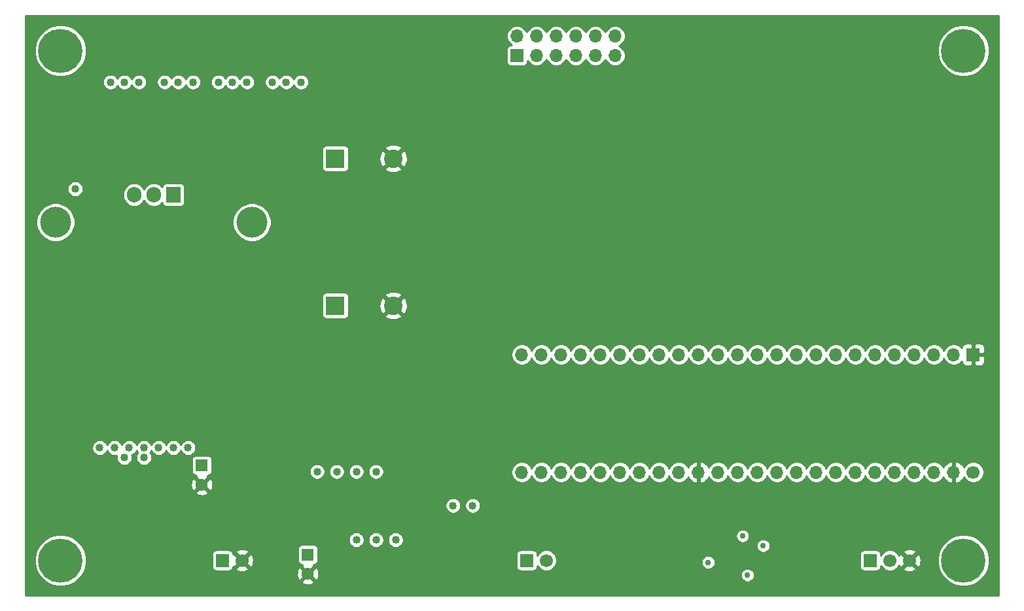
<source format=gbr>
%TF.GenerationSoftware,KiCad,Pcbnew,(5.1.9)-1*%
%TF.CreationDate,2021-10-04T18:28:26-04:00*%
%TF.ProjectId,In9 Music Visualizer RevC,496e3920-4d75-4736-9963-205669737561,rev?*%
%TF.SameCoordinates,Original*%
%TF.FileFunction,Copper,L2,Inr*%
%TF.FilePolarity,Positive*%
%FSLAX46Y46*%
G04 Gerber Fmt 4.6, Leading zero omitted, Abs format (unit mm)*
G04 Created by KiCad (PCBNEW (5.1.9)-1) date 2021-10-04 18:28:26*
%MOMM*%
%LPD*%
G01*
G04 APERTURE LIST*
%TA.AperFunction,ComponentPad*%
%ADD10O,1.905000X2.000000*%
%TD*%
%TA.AperFunction,ComponentPad*%
%ADD11R,1.905000X2.000000*%
%TD*%
%TA.AperFunction,ComponentPad*%
%ADD12C,1.600000*%
%TD*%
%TA.AperFunction,ComponentPad*%
%ADD13R,1.600000X1.600000*%
%TD*%
%TA.AperFunction,ComponentPad*%
%ADD14C,5.715000*%
%TD*%
%TA.AperFunction,ComponentPad*%
%ADD15O,1.700000X1.700000*%
%TD*%
%TA.AperFunction,ComponentPad*%
%ADD16R,1.700000X1.700000*%
%TD*%
%TA.AperFunction,ComponentPad*%
%ADD17C,1.700000*%
%TD*%
%TA.AperFunction,ComponentPad*%
%ADD18C,4.000000*%
%TD*%
%TA.AperFunction,ComponentPad*%
%ADD19C,2.400000*%
%TD*%
%TA.AperFunction,ComponentPad*%
%ADD20R,2.400000X2.400000*%
%TD*%
%TA.AperFunction,ViaPad*%
%ADD21C,0.762000*%
%TD*%
%TA.AperFunction,ViaPad*%
%ADD22C,1.016000*%
%TD*%
%TA.AperFunction,Conductor*%
%ADD23C,0.254000*%
%TD*%
%TA.AperFunction,Conductor*%
%ADD24C,0.100000*%
%TD*%
G04 APERTURE END LIST*
D10*
%TO.N,Net-(C17-Pad1)*%
%TO.C,Q2*%
X65405000Y-74549000D03*
%TO.N,Net-(D1-Pad2)*%
X67945000Y-74549000D03*
D11*
%TO.N,Net-(Q2-Pad1)*%
X70485000Y-74549000D03*
%TD*%
D12*
%TO.N,GND*%
%TO.C,C22*%
X87884000Y-123658000D03*
D13*
%TO.N,+12V*%
X87884000Y-121158000D03*
%TD*%
D14*
%TO.N,N/C*%
%TO.C,REF\u002A\u002A*%
X172720000Y-121920000D03*
%TD*%
%TO.N,N/C*%
%TO.C,REF\u002A\u002A*%
X172720000Y-55880000D03*
%TD*%
%TO.N,N/C*%
%TO.C,REF\u002A\u002A*%
X55880000Y-121920000D03*
%TD*%
%TO.N,N/C*%
%TO.C,REF\u002A\u002A*%
X55880000Y-55880000D03*
%TD*%
D15*
%TO.N,Net-(J4-Pad12)*%
%TO.C,J4*%
X127635000Y-53975000D03*
%TO.N,Net-(J4-Pad11)*%
X127635000Y-56515000D03*
%TO.N,Net-(J4-Pad10)*%
X125095000Y-53975000D03*
%TO.N,Net-(J4-Pad9)*%
X125095000Y-56515000D03*
%TO.N,Net-(J4-Pad8)*%
X122555000Y-53975000D03*
%TO.N,Net-(J4-Pad7)*%
X122555000Y-56515000D03*
%TO.N,Net-(J4-Pad6)*%
X120015000Y-53975000D03*
%TO.N,Net-(J4-Pad5)*%
X120015000Y-56515000D03*
%TO.N,Net-(J4-Pad4)*%
X117475000Y-53975000D03*
%TO.N,Net-(J4-Pad3)*%
X117475000Y-56515000D03*
%TO.N,Net-(J4-Pad2)*%
X114935000Y-53975000D03*
D16*
%TO.N,150V*%
X114935000Y-56515000D03*
%TD*%
D17*
%TO.N,/MIC_out*%
%TO.C,J3*%
X163195000Y-121920000D03*
D16*
%TO.N,+5V*%
X160655000Y-121920000D03*
D17*
%TO.N,GND*%
X165735000Y-121920000D03*
%TD*%
%TO.N,Net-(J2-Pad2)*%
%TO.C,J2*%
X118745000Y-121920000D03*
D16*
%TO.N,+5V*%
X116205000Y-121920000D03*
%TD*%
D15*
%TO.N,Net-(MCU1-Pad42)*%
%TO.C,MCU1*%
X158750000Y-110490000D03*
%TO.N,Net-(MCU1-Pad41)*%
X156210000Y-110490000D03*
D17*
%TO.N,+5V*%
X173990000Y-110490000D03*
D15*
%TO.N,Net-(MCU1-Pad45)*%
X166370000Y-110490000D03*
%TO.N,GND*%
X171450000Y-110490000D03*
%TO.N,Net-(MCU1-Pad44)*%
X163830000Y-110490000D03*
%TO.N,Net-(MCU1-Pad46)*%
X168910000Y-110490000D03*
%TO.N,Net-(MCU1-Pad43)*%
X161290000Y-110490000D03*
%TO.N,Net-(MCU1-Pad40)*%
X153670000Y-110490000D03*
%TO.N,Net-(MCU1-Pad39)*%
X151130000Y-110490000D03*
%TO.N,/ADC_in*%
X148590000Y-110490000D03*
%TO.N,Net-(MCU1-Pad37)*%
X146050000Y-110490000D03*
%TO.N,Net-(MCU1-Pad36)*%
X143510000Y-110490000D03*
%TO.N,/pwr_led*%
X140970000Y-110490000D03*
%TO.N,Net-(MCU1-Pad29)*%
X125730000Y-110490000D03*
%TO.N,Net-(MCU1-Pad32)*%
X133350000Y-110490000D03*
%TO.N,Net-(MCU1-Pad33)*%
X135890000Y-110490000D03*
%TO.N,GND*%
X138430000Y-110490000D03*
%TO.N,Net-(MCU1-Pad26)*%
X118110000Y-110490000D03*
%TO.N,Net-(MCU1-Pad31)*%
X130810000Y-110490000D03*
%TO.N,Net-(MCU1-Pad28)*%
X123190000Y-110490000D03*
%TO.N,Net-(MCU1-Pad30)*%
X128270000Y-110490000D03*
%TO.N,Net-(MCU1-Pad27)*%
X120650000Y-110490000D03*
%TO.N,Net-(MCU1-Pad25)*%
X115570000Y-110490000D03*
%TO.N,Net-(MCU1-Pad24)*%
X115570000Y-95250000D03*
%TO.N,Net-(MCU1-Pad23)*%
X118110000Y-95250000D03*
%TO.N,/PWM_0*%
X120650000Y-95250000D03*
%TO.N,/PWM_1*%
X123190000Y-95250000D03*
%TO.N,Net-(MCU1-Pad20)*%
X125730000Y-95250000D03*
%TO.N,Net-(MCU1-Pad19)*%
X128270000Y-95250000D03*
%TO.N,Net-(MCU1-Pad18)*%
X130810000Y-95250000D03*
%TO.N,Net-(MCU1-Pad17)*%
X133350000Y-95250000D03*
%TO.N,Net-(MCU1-Pad16)*%
X135890000Y-95250000D03*
%TO.N,Net-(MCU1-Pad15)*%
X138430000Y-95250000D03*
%TO.N,Net-(MCU1-Pad14)*%
X140970000Y-95250000D03*
%TO.N,Net-(MCU1-Pad13)*%
X143510000Y-95250000D03*
%TO.N,/PWM_2*%
X146050000Y-95250000D03*
%TO.N,/PWM_3*%
X148590000Y-95250000D03*
%TO.N,/PWM_4*%
X151130000Y-95250000D03*
%TO.N,/PWM_5*%
X153670000Y-95250000D03*
%TO.N,/PWM_6*%
X156210000Y-95250000D03*
%TO.N,/PWM_7*%
X158750000Y-95250000D03*
%TO.N,/PWM_8*%
X161290000Y-95250000D03*
%TO.N,/PWM_9*%
X163830000Y-95250000D03*
%TO.N,/PWM_10*%
X166370000Y-95250000D03*
%TO.N,Net-(MCU1-Pad3)*%
X168910000Y-95250000D03*
%TO.N,Net-(MCU1-Pad2)*%
X171450000Y-95250000D03*
D16*
%TO.N,GND*%
X173990000Y-95250000D03*
%TD*%
D17*
%TO.N,GND*%
%TO.C,J1*%
X79375000Y-121920000D03*
D16*
%TO.N,+12V*%
X76835000Y-121920000D03*
%TD*%
D18*
%TO.N,N/C*%
%TO.C,HS1*%
X80645000Y-78105000D03*
X55245000Y-78105000D03*
%TD*%
D19*
%TO.N,GND*%
%TO.C,C9*%
X98940000Y-69850000D03*
D20*
%TO.N,150V*%
X91440000Y-69850000D03*
%TD*%
D19*
%TO.N,GND*%
%TO.C,C8*%
X98940000Y-88900000D03*
D20*
%TO.N,150V*%
X91440000Y-88900000D03*
%TD*%
D12*
%TO.N,GND*%
%TO.C,C5*%
X74168000Y-112101000D03*
D13*
%TO.N,+12V*%
X74168000Y-109601000D03*
%TD*%
D21*
%TO.N,GND*%
X100076000Y-115887500D03*
D22*
X104140000Y-114808000D03*
X64135000Y-112649000D03*
X66675000Y-112649000D03*
X83312000Y-54610000D03*
X85090000Y-54610000D03*
X86995000Y-54610000D03*
X76327000Y-54610000D03*
X78105000Y-54610000D03*
X80010000Y-54610000D03*
X69342000Y-54610000D03*
X71120000Y-54610000D03*
X73025000Y-54610000D03*
X62357000Y-54610000D03*
X64135000Y-54610000D03*
X66040000Y-54610000D03*
X83312000Y-65151000D03*
X60325000Y-73787000D03*
X58293000Y-62230000D03*
X68453000Y-80264000D03*
X67437000Y-65405000D03*
X71628000Y-62230000D03*
X76708000Y-66548000D03*
X69469000Y-77851000D03*
D21*
X66675000Y-71882000D03*
X119380000Y-74549000D03*
X117475000Y-71755000D03*
X129540000Y-74676000D03*
X127635000Y-71755000D03*
X137795000Y-71755000D03*
X139700000Y-74676000D03*
X147955000Y-71755000D03*
X149860000Y-74930000D03*
X158115000Y-71755000D03*
X160274000Y-74803000D03*
X117475000Y-87630000D03*
X119380000Y-90424000D03*
X127635000Y-87630000D03*
X129540000Y-90551000D03*
X137795000Y-87630000D03*
X139700000Y-90551000D03*
X147955000Y-87630000D03*
X149860000Y-90551000D03*
X168021000Y-87630000D03*
X170180000Y-90551000D03*
X158115000Y-87630000D03*
X160020000Y-90551000D03*
X142240000Y-114300000D03*
X139700000Y-114300000D03*
X142240000Y-124206000D03*
X157226000Y-121285000D03*
X151765000Y-117475000D03*
X131635500Y-120967500D03*
D22*
X94170500Y-106362500D03*
X91630500Y-106362500D03*
X94170500Y-123317000D03*
X96710500Y-123317000D03*
X99250500Y-123317000D03*
%TO.N,+5V*%
X89090500Y-110426500D03*
X96710500Y-110426500D03*
D21*
X139700000Y-122174000D03*
D22*
X109220000Y-114808000D03*
X106680000Y-114808000D03*
X91630500Y-110426500D03*
X94170500Y-110426500D03*
%TO.N,+12V*%
X60960000Y-107315000D03*
X62865000Y-107315000D03*
X64770000Y-107315000D03*
X66675000Y-107315000D03*
X68580000Y-107315000D03*
X70485000Y-107315000D03*
X72390000Y-107315000D03*
X64135000Y-108585000D03*
X66675000Y-108585000D03*
X57785000Y-73787000D03*
X94170500Y-119253000D03*
X96710500Y-119253000D03*
X99250500Y-119253000D03*
D21*
%TO.N,/ADC_in*%
X146812000Y-120015000D03*
%TO.N,Net-(R1-Pad2)*%
X144145000Y-118745000D03*
X144780000Y-123825000D03*
D22*
%TO.N,150V*%
X83312000Y-59944000D03*
X85090000Y-59944000D03*
X86995000Y-59944000D03*
X76327000Y-59944000D03*
X78105000Y-59944000D03*
X80010000Y-59944000D03*
X69342000Y-59944000D03*
X71120000Y-59944000D03*
X73025000Y-59944000D03*
X62357000Y-59944000D03*
X66040000Y-59944000D03*
X64135000Y-59944000D03*
%TD*%
D23*
%TO.N,GND*%
X177267000Y-126467000D02*
X51333000Y-126467000D01*
X51333000Y-121588527D01*
X52514500Y-121588527D01*
X52514500Y-122251473D01*
X52643834Y-122901680D01*
X52897533Y-123514162D01*
X53265846Y-124065381D01*
X53734619Y-124534154D01*
X54285838Y-124902467D01*
X54898320Y-125156166D01*
X55548527Y-125285500D01*
X56211473Y-125285500D01*
X56861680Y-125156166D01*
X57474162Y-124902467D01*
X57850954Y-124650702D01*
X87070903Y-124650702D01*
X87142486Y-124894671D01*
X87397996Y-125015571D01*
X87672184Y-125084300D01*
X87954512Y-125098217D01*
X88234130Y-125056787D01*
X88500292Y-124961603D01*
X88625514Y-124894671D01*
X88697097Y-124650702D01*
X87884000Y-123837605D01*
X87070903Y-124650702D01*
X57850954Y-124650702D01*
X58025381Y-124534154D01*
X58494154Y-124065381D01*
X58719242Y-123728512D01*
X86443783Y-123728512D01*
X86485213Y-124008130D01*
X86580397Y-124274292D01*
X86647329Y-124399514D01*
X86891298Y-124471097D01*
X87704395Y-123658000D01*
X88063605Y-123658000D01*
X88876702Y-124471097D01*
X89120671Y-124399514D01*
X89241571Y-124144004D01*
X89310300Y-123869816D01*
X89316825Y-123737441D01*
X143891000Y-123737441D01*
X143891000Y-123912559D01*
X143925164Y-124084312D01*
X143992179Y-124246099D01*
X144089469Y-124391704D01*
X144213296Y-124515531D01*
X144358901Y-124612821D01*
X144520688Y-124679836D01*
X144692441Y-124714000D01*
X144867559Y-124714000D01*
X145039312Y-124679836D01*
X145201099Y-124612821D01*
X145346704Y-124515531D01*
X145470531Y-124391704D01*
X145567821Y-124246099D01*
X145634836Y-124084312D01*
X145669000Y-123912559D01*
X145669000Y-123737441D01*
X145634836Y-123565688D01*
X145567821Y-123403901D01*
X145470531Y-123258296D01*
X145346704Y-123134469D01*
X145201099Y-123037179D01*
X145039312Y-122970164D01*
X144867559Y-122936000D01*
X144692441Y-122936000D01*
X144520688Y-122970164D01*
X144358901Y-123037179D01*
X144213296Y-123134469D01*
X144089469Y-123258296D01*
X143992179Y-123403901D01*
X143925164Y-123565688D01*
X143891000Y-123737441D01*
X89316825Y-123737441D01*
X89324217Y-123587488D01*
X89282787Y-123307870D01*
X89187603Y-123041708D01*
X89120671Y-122916486D01*
X88876702Y-122844903D01*
X88063605Y-123658000D01*
X87704395Y-123658000D01*
X86891298Y-122844903D01*
X86647329Y-122916486D01*
X86526429Y-123171996D01*
X86457700Y-123446184D01*
X86443783Y-123728512D01*
X58719242Y-123728512D01*
X58862467Y-123514162D01*
X59116166Y-122901680D01*
X59245500Y-122251473D01*
X59245500Y-121588527D01*
X59142359Y-121070000D01*
X75474543Y-121070000D01*
X75474543Y-122770000D01*
X75484351Y-122869585D01*
X75513399Y-122965343D01*
X75560571Y-123053595D01*
X75624052Y-123130948D01*
X75701405Y-123194429D01*
X75789657Y-123241601D01*
X75885415Y-123270649D01*
X75985000Y-123280457D01*
X77685000Y-123280457D01*
X77784585Y-123270649D01*
X77880343Y-123241601D01*
X77968595Y-123194429D01*
X78045948Y-123130948D01*
X78109429Y-123053595D01*
X78156601Y-122965343D01*
X78161741Y-122948397D01*
X78526208Y-122948397D01*
X78603843Y-123197472D01*
X78867883Y-123323371D01*
X79151411Y-123395339D01*
X79443531Y-123410611D01*
X79733019Y-123368599D01*
X80008747Y-123270919D01*
X80146157Y-123197472D01*
X80223792Y-122948397D01*
X79375000Y-122099605D01*
X78526208Y-122948397D01*
X78161741Y-122948397D01*
X78185649Y-122869585D01*
X78195457Y-122770000D01*
X78195457Y-122721681D01*
X78346603Y-122768792D01*
X79195395Y-121920000D01*
X79554605Y-121920000D01*
X80403397Y-122768792D01*
X80652472Y-122691157D01*
X80778371Y-122427117D01*
X80850339Y-122143589D01*
X80865611Y-121851469D01*
X80823599Y-121561981D01*
X80725919Y-121286253D01*
X80652472Y-121148843D01*
X80403397Y-121071208D01*
X79554605Y-121920000D01*
X79195395Y-121920000D01*
X78346603Y-121071208D01*
X78195457Y-121118319D01*
X78195457Y-121070000D01*
X78185649Y-120970415D01*
X78161742Y-120891603D01*
X78526208Y-120891603D01*
X79375000Y-121740395D01*
X80223792Y-120891603D01*
X80146157Y-120642528D01*
X79882117Y-120516629D01*
X79598589Y-120444661D01*
X79306469Y-120429389D01*
X79016981Y-120471401D01*
X78741253Y-120569081D01*
X78603843Y-120642528D01*
X78526208Y-120891603D01*
X78161742Y-120891603D01*
X78156601Y-120874657D01*
X78109429Y-120786405D01*
X78045948Y-120709052D01*
X77968595Y-120645571D01*
X77880343Y-120598399D01*
X77784585Y-120569351D01*
X77685000Y-120559543D01*
X75985000Y-120559543D01*
X75885415Y-120569351D01*
X75789657Y-120598399D01*
X75701405Y-120645571D01*
X75624052Y-120709052D01*
X75560571Y-120786405D01*
X75513399Y-120874657D01*
X75484351Y-120970415D01*
X75474543Y-121070000D01*
X59142359Y-121070000D01*
X59116166Y-120938320D01*
X58875789Y-120358000D01*
X86573543Y-120358000D01*
X86573543Y-121958000D01*
X86583351Y-122057585D01*
X86612399Y-122153343D01*
X86659571Y-122241595D01*
X86723052Y-122318948D01*
X86800405Y-122382429D01*
X86888657Y-122429601D01*
X86984415Y-122458649D01*
X87084000Y-122468457D01*
X87128658Y-122468457D01*
X87070903Y-122665298D01*
X87884000Y-123478395D01*
X88697097Y-122665298D01*
X88639342Y-122468457D01*
X88684000Y-122468457D01*
X88783585Y-122458649D01*
X88879343Y-122429601D01*
X88967595Y-122382429D01*
X89044948Y-122318948D01*
X89108429Y-122241595D01*
X89155601Y-122153343D01*
X89184649Y-122057585D01*
X89194457Y-121958000D01*
X89194457Y-121070000D01*
X114844543Y-121070000D01*
X114844543Y-122770000D01*
X114854351Y-122869585D01*
X114883399Y-122965343D01*
X114930571Y-123053595D01*
X114994052Y-123130948D01*
X115071405Y-123194429D01*
X115159657Y-123241601D01*
X115255415Y-123270649D01*
X115355000Y-123280457D01*
X117055000Y-123280457D01*
X117154585Y-123270649D01*
X117250343Y-123241601D01*
X117338595Y-123194429D01*
X117415948Y-123130948D01*
X117479429Y-123053595D01*
X117526601Y-122965343D01*
X117555649Y-122869585D01*
X117565457Y-122770000D01*
X117565457Y-122599025D01*
X117690172Y-122785675D01*
X117879325Y-122974828D01*
X118101746Y-123123444D01*
X118348886Y-123225813D01*
X118611249Y-123278000D01*
X118878751Y-123278000D01*
X119141114Y-123225813D01*
X119388254Y-123123444D01*
X119610675Y-122974828D01*
X119799828Y-122785675D01*
X119948444Y-122563254D01*
X120050813Y-122316114D01*
X120096497Y-122086441D01*
X138811000Y-122086441D01*
X138811000Y-122261559D01*
X138845164Y-122433312D01*
X138912179Y-122595099D01*
X139009469Y-122740704D01*
X139133296Y-122864531D01*
X139278901Y-122961821D01*
X139440688Y-123028836D01*
X139612441Y-123063000D01*
X139787559Y-123063000D01*
X139959312Y-123028836D01*
X140121099Y-122961821D01*
X140266704Y-122864531D01*
X140390531Y-122740704D01*
X140487821Y-122595099D01*
X140554836Y-122433312D01*
X140589000Y-122261559D01*
X140589000Y-122086441D01*
X140554836Y-121914688D01*
X140487821Y-121752901D01*
X140390531Y-121607296D01*
X140266704Y-121483469D01*
X140121099Y-121386179D01*
X139959312Y-121319164D01*
X139787559Y-121285000D01*
X139612441Y-121285000D01*
X139440688Y-121319164D01*
X139278901Y-121386179D01*
X139133296Y-121483469D01*
X139009469Y-121607296D01*
X138912179Y-121752901D01*
X138845164Y-121914688D01*
X138811000Y-122086441D01*
X120096497Y-122086441D01*
X120103000Y-122053751D01*
X120103000Y-121786249D01*
X120050813Y-121523886D01*
X119948444Y-121276746D01*
X119810302Y-121070000D01*
X159294543Y-121070000D01*
X159294543Y-122770000D01*
X159304351Y-122869585D01*
X159333399Y-122965343D01*
X159380571Y-123053595D01*
X159444052Y-123130948D01*
X159521405Y-123194429D01*
X159609657Y-123241601D01*
X159705415Y-123270649D01*
X159805000Y-123280457D01*
X161505000Y-123280457D01*
X161604585Y-123270649D01*
X161700343Y-123241601D01*
X161788595Y-123194429D01*
X161865948Y-123130948D01*
X161929429Y-123053595D01*
X161976601Y-122965343D01*
X162005649Y-122869585D01*
X162015457Y-122770000D01*
X162015457Y-122599025D01*
X162140172Y-122785675D01*
X162329325Y-122974828D01*
X162551746Y-123123444D01*
X162798886Y-123225813D01*
X163061249Y-123278000D01*
X163328751Y-123278000D01*
X163591114Y-123225813D01*
X163838254Y-123123444D01*
X164060675Y-122974828D01*
X164087106Y-122948397D01*
X164886208Y-122948397D01*
X164963843Y-123197472D01*
X165227883Y-123323371D01*
X165511411Y-123395339D01*
X165803531Y-123410611D01*
X166093019Y-123368599D01*
X166368747Y-123270919D01*
X166506157Y-123197472D01*
X166583792Y-122948397D01*
X165735000Y-122099605D01*
X164886208Y-122948397D01*
X164087106Y-122948397D01*
X164249828Y-122785675D01*
X164393288Y-122570971D01*
X164457528Y-122691157D01*
X164706603Y-122768792D01*
X165555395Y-121920000D01*
X165914605Y-121920000D01*
X166763397Y-122768792D01*
X167012472Y-122691157D01*
X167138371Y-122427117D01*
X167210339Y-122143589D01*
X167225611Y-121851469D01*
X167187452Y-121588527D01*
X169354500Y-121588527D01*
X169354500Y-122251473D01*
X169483834Y-122901680D01*
X169737533Y-123514162D01*
X170105846Y-124065381D01*
X170574619Y-124534154D01*
X171125838Y-124902467D01*
X171738320Y-125156166D01*
X172388527Y-125285500D01*
X173051473Y-125285500D01*
X173701680Y-125156166D01*
X174314162Y-124902467D01*
X174865381Y-124534154D01*
X175334154Y-124065381D01*
X175702467Y-123514162D01*
X175956166Y-122901680D01*
X176085500Y-122251473D01*
X176085500Y-121588527D01*
X175956166Y-120938320D01*
X175702467Y-120325838D01*
X175334154Y-119774619D01*
X174865381Y-119305846D01*
X174314162Y-118937533D01*
X173701680Y-118683834D01*
X173051473Y-118554500D01*
X172388527Y-118554500D01*
X171738320Y-118683834D01*
X171125838Y-118937533D01*
X170574619Y-119305846D01*
X170105846Y-119774619D01*
X169737533Y-120325838D01*
X169483834Y-120938320D01*
X169354500Y-121588527D01*
X167187452Y-121588527D01*
X167183599Y-121561981D01*
X167085919Y-121286253D01*
X167012472Y-121148843D01*
X166763397Y-121071208D01*
X165914605Y-121920000D01*
X165555395Y-121920000D01*
X164706603Y-121071208D01*
X164457528Y-121148843D01*
X164397334Y-121275084D01*
X164249828Y-121054325D01*
X164087106Y-120891603D01*
X164886208Y-120891603D01*
X165735000Y-121740395D01*
X166583792Y-120891603D01*
X166506157Y-120642528D01*
X166242117Y-120516629D01*
X165958589Y-120444661D01*
X165666469Y-120429389D01*
X165376981Y-120471401D01*
X165101253Y-120569081D01*
X164963843Y-120642528D01*
X164886208Y-120891603D01*
X164087106Y-120891603D01*
X164060675Y-120865172D01*
X163838254Y-120716556D01*
X163591114Y-120614187D01*
X163328751Y-120562000D01*
X163061249Y-120562000D01*
X162798886Y-120614187D01*
X162551746Y-120716556D01*
X162329325Y-120865172D01*
X162140172Y-121054325D01*
X162015457Y-121240975D01*
X162015457Y-121070000D01*
X162005649Y-120970415D01*
X161976601Y-120874657D01*
X161929429Y-120786405D01*
X161865948Y-120709052D01*
X161788595Y-120645571D01*
X161700343Y-120598399D01*
X161604585Y-120569351D01*
X161505000Y-120559543D01*
X159805000Y-120559543D01*
X159705415Y-120569351D01*
X159609657Y-120598399D01*
X159521405Y-120645571D01*
X159444052Y-120709052D01*
X159380571Y-120786405D01*
X159333399Y-120874657D01*
X159304351Y-120970415D01*
X159294543Y-121070000D01*
X119810302Y-121070000D01*
X119799828Y-121054325D01*
X119610675Y-120865172D01*
X119388254Y-120716556D01*
X119141114Y-120614187D01*
X118878751Y-120562000D01*
X118611249Y-120562000D01*
X118348886Y-120614187D01*
X118101746Y-120716556D01*
X117879325Y-120865172D01*
X117690172Y-121054325D01*
X117565457Y-121240975D01*
X117565457Y-121070000D01*
X117555649Y-120970415D01*
X117526601Y-120874657D01*
X117479429Y-120786405D01*
X117415948Y-120709052D01*
X117338595Y-120645571D01*
X117250343Y-120598399D01*
X117154585Y-120569351D01*
X117055000Y-120559543D01*
X115355000Y-120559543D01*
X115255415Y-120569351D01*
X115159657Y-120598399D01*
X115071405Y-120645571D01*
X114994052Y-120709052D01*
X114930571Y-120786405D01*
X114883399Y-120874657D01*
X114854351Y-120970415D01*
X114844543Y-121070000D01*
X89194457Y-121070000D01*
X89194457Y-120358000D01*
X89184649Y-120258415D01*
X89155601Y-120162657D01*
X89108429Y-120074405D01*
X89044948Y-119997052D01*
X88967595Y-119933571D01*
X88879343Y-119886399D01*
X88783585Y-119857351D01*
X88684000Y-119847543D01*
X87084000Y-119847543D01*
X86984415Y-119857351D01*
X86888657Y-119886399D01*
X86800405Y-119933571D01*
X86723052Y-119997052D01*
X86659571Y-120074405D01*
X86612399Y-120162657D01*
X86583351Y-120258415D01*
X86573543Y-120358000D01*
X58875789Y-120358000D01*
X58862467Y-120325838D01*
X58494154Y-119774619D01*
X58025381Y-119305846D01*
X57796531Y-119152933D01*
X93154500Y-119152933D01*
X93154500Y-119353067D01*
X93193544Y-119549356D01*
X93270132Y-119734256D01*
X93381321Y-119900662D01*
X93522838Y-120042179D01*
X93689244Y-120153368D01*
X93874144Y-120229956D01*
X94070433Y-120269000D01*
X94270567Y-120269000D01*
X94466856Y-120229956D01*
X94651756Y-120153368D01*
X94818162Y-120042179D01*
X94959679Y-119900662D01*
X95070868Y-119734256D01*
X95147456Y-119549356D01*
X95186500Y-119353067D01*
X95186500Y-119152933D01*
X95694500Y-119152933D01*
X95694500Y-119353067D01*
X95733544Y-119549356D01*
X95810132Y-119734256D01*
X95921321Y-119900662D01*
X96062838Y-120042179D01*
X96229244Y-120153368D01*
X96414144Y-120229956D01*
X96610433Y-120269000D01*
X96810567Y-120269000D01*
X97006856Y-120229956D01*
X97191756Y-120153368D01*
X97358162Y-120042179D01*
X97499679Y-119900662D01*
X97610868Y-119734256D01*
X97687456Y-119549356D01*
X97726500Y-119353067D01*
X97726500Y-119152933D01*
X98234500Y-119152933D01*
X98234500Y-119353067D01*
X98273544Y-119549356D01*
X98350132Y-119734256D01*
X98461321Y-119900662D01*
X98602838Y-120042179D01*
X98769244Y-120153368D01*
X98954144Y-120229956D01*
X99150433Y-120269000D01*
X99350567Y-120269000D01*
X99546856Y-120229956D01*
X99731756Y-120153368D01*
X99898162Y-120042179D01*
X100012900Y-119927441D01*
X145923000Y-119927441D01*
X145923000Y-120102559D01*
X145957164Y-120274312D01*
X146024179Y-120436099D01*
X146121469Y-120581704D01*
X146245296Y-120705531D01*
X146390901Y-120802821D01*
X146552688Y-120869836D01*
X146724441Y-120904000D01*
X146899559Y-120904000D01*
X147071312Y-120869836D01*
X147233099Y-120802821D01*
X147378704Y-120705531D01*
X147502531Y-120581704D01*
X147599821Y-120436099D01*
X147666836Y-120274312D01*
X147701000Y-120102559D01*
X147701000Y-119927441D01*
X147666836Y-119755688D01*
X147599821Y-119593901D01*
X147502531Y-119448296D01*
X147378704Y-119324469D01*
X147233099Y-119227179D01*
X147071312Y-119160164D01*
X146899559Y-119126000D01*
X146724441Y-119126000D01*
X146552688Y-119160164D01*
X146390901Y-119227179D01*
X146245296Y-119324469D01*
X146121469Y-119448296D01*
X146024179Y-119593901D01*
X145957164Y-119755688D01*
X145923000Y-119927441D01*
X100012900Y-119927441D01*
X100039679Y-119900662D01*
X100150868Y-119734256D01*
X100227456Y-119549356D01*
X100266500Y-119353067D01*
X100266500Y-119152933D01*
X100227456Y-118956644D01*
X100150868Y-118771744D01*
X100074494Y-118657441D01*
X143256000Y-118657441D01*
X143256000Y-118832559D01*
X143290164Y-119004312D01*
X143357179Y-119166099D01*
X143454469Y-119311704D01*
X143578296Y-119435531D01*
X143723901Y-119532821D01*
X143885688Y-119599836D01*
X144057441Y-119634000D01*
X144232559Y-119634000D01*
X144404312Y-119599836D01*
X144566099Y-119532821D01*
X144711704Y-119435531D01*
X144835531Y-119311704D01*
X144932821Y-119166099D01*
X144999836Y-119004312D01*
X145034000Y-118832559D01*
X145034000Y-118657441D01*
X144999836Y-118485688D01*
X144932821Y-118323901D01*
X144835531Y-118178296D01*
X144711704Y-118054469D01*
X144566099Y-117957179D01*
X144404312Y-117890164D01*
X144232559Y-117856000D01*
X144057441Y-117856000D01*
X143885688Y-117890164D01*
X143723901Y-117957179D01*
X143578296Y-118054469D01*
X143454469Y-118178296D01*
X143357179Y-118323901D01*
X143290164Y-118485688D01*
X143256000Y-118657441D01*
X100074494Y-118657441D01*
X100039679Y-118605338D01*
X99898162Y-118463821D01*
X99731756Y-118352632D01*
X99546856Y-118276044D01*
X99350567Y-118237000D01*
X99150433Y-118237000D01*
X98954144Y-118276044D01*
X98769244Y-118352632D01*
X98602838Y-118463821D01*
X98461321Y-118605338D01*
X98350132Y-118771744D01*
X98273544Y-118956644D01*
X98234500Y-119152933D01*
X97726500Y-119152933D01*
X97687456Y-118956644D01*
X97610868Y-118771744D01*
X97499679Y-118605338D01*
X97358162Y-118463821D01*
X97191756Y-118352632D01*
X97006856Y-118276044D01*
X96810567Y-118237000D01*
X96610433Y-118237000D01*
X96414144Y-118276044D01*
X96229244Y-118352632D01*
X96062838Y-118463821D01*
X95921321Y-118605338D01*
X95810132Y-118771744D01*
X95733544Y-118956644D01*
X95694500Y-119152933D01*
X95186500Y-119152933D01*
X95147456Y-118956644D01*
X95070868Y-118771744D01*
X94959679Y-118605338D01*
X94818162Y-118463821D01*
X94651756Y-118352632D01*
X94466856Y-118276044D01*
X94270567Y-118237000D01*
X94070433Y-118237000D01*
X93874144Y-118276044D01*
X93689244Y-118352632D01*
X93522838Y-118463821D01*
X93381321Y-118605338D01*
X93270132Y-118771744D01*
X93193544Y-118956644D01*
X93154500Y-119152933D01*
X57796531Y-119152933D01*
X57474162Y-118937533D01*
X56861680Y-118683834D01*
X56211473Y-118554500D01*
X55548527Y-118554500D01*
X54898320Y-118683834D01*
X54285838Y-118937533D01*
X53734619Y-119305846D01*
X53265846Y-119774619D01*
X52897533Y-120325838D01*
X52643834Y-120938320D01*
X52514500Y-121588527D01*
X51333000Y-121588527D01*
X51333000Y-114707933D01*
X105664000Y-114707933D01*
X105664000Y-114908067D01*
X105703044Y-115104356D01*
X105779632Y-115289256D01*
X105890821Y-115455662D01*
X106032338Y-115597179D01*
X106198744Y-115708368D01*
X106383644Y-115784956D01*
X106579933Y-115824000D01*
X106780067Y-115824000D01*
X106976356Y-115784956D01*
X107161256Y-115708368D01*
X107327662Y-115597179D01*
X107469179Y-115455662D01*
X107580368Y-115289256D01*
X107656956Y-115104356D01*
X107696000Y-114908067D01*
X107696000Y-114707933D01*
X108204000Y-114707933D01*
X108204000Y-114908067D01*
X108243044Y-115104356D01*
X108319632Y-115289256D01*
X108430821Y-115455662D01*
X108572338Y-115597179D01*
X108738744Y-115708368D01*
X108923644Y-115784956D01*
X109119933Y-115824000D01*
X109320067Y-115824000D01*
X109516356Y-115784956D01*
X109701256Y-115708368D01*
X109867662Y-115597179D01*
X110009179Y-115455662D01*
X110120368Y-115289256D01*
X110196956Y-115104356D01*
X110236000Y-114908067D01*
X110236000Y-114707933D01*
X110196956Y-114511644D01*
X110120368Y-114326744D01*
X110009179Y-114160338D01*
X109867662Y-114018821D01*
X109701256Y-113907632D01*
X109516356Y-113831044D01*
X109320067Y-113792000D01*
X109119933Y-113792000D01*
X108923644Y-113831044D01*
X108738744Y-113907632D01*
X108572338Y-114018821D01*
X108430821Y-114160338D01*
X108319632Y-114326744D01*
X108243044Y-114511644D01*
X108204000Y-114707933D01*
X107696000Y-114707933D01*
X107656956Y-114511644D01*
X107580368Y-114326744D01*
X107469179Y-114160338D01*
X107327662Y-114018821D01*
X107161256Y-113907632D01*
X106976356Y-113831044D01*
X106780067Y-113792000D01*
X106579933Y-113792000D01*
X106383644Y-113831044D01*
X106198744Y-113907632D01*
X106032338Y-114018821D01*
X105890821Y-114160338D01*
X105779632Y-114326744D01*
X105703044Y-114511644D01*
X105664000Y-114707933D01*
X51333000Y-114707933D01*
X51333000Y-113093702D01*
X73354903Y-113093702D01*
X73426486Y-113337671D01*
X73681996Y-113458571D01*
X73956184Y-113527300D01*
X74238512Y-113541217D01*
X74518130Y-113499787D01*
X74784292Y-113404603D01*
X74909514Y-113337671D01*
X74981097Y-113093702D01*
X74168000Y-112280605D01*
X73354903Y-113093702D01*
X51333000Y-113093702D01*
X51333000Y-112171512D01*
X72727783Y-112171512D01*
X72769213Y-112451130D01*
X72864397Y-112717292D01*
X72931329Y-112842514D01*
X73175298Y-112914097D01*
X73988395Y-112101000D01*
X74347605Y-112101000D01*
X75160702Y-112914097D01*
X75404671Y-112842514D01*
X75525571Y-112587004D01*
X75594300Y-112312816D01*
X75608217Y-112030488D01*
X75566787Y-111750870D01*
X75471603Y-111484708D01*
X75404671Y-111359486D01*
X75160702Y-111287903D01*
X74347605Y-112101000D01*
X73988395Y-112101000D01*
X73175298Y-111287903D01*
X72931329Y-111359486D01*
X72810429Y-111614996D01*
X72741700Y-111889184D01*
X72727783Y-112171512D01*
X51333000Y-112171512D01*
X51333000Y-107214933D01*
X59944000Y-107214933D01*
X59944000Y-107415067D01*
X59983044Y-107611356D01*
X60059632Y-107796256D01*
X60170821Y-107962662D01*
X60312338Y-108104179D01*
X60478744Y-108215368D01*
X60663644Y-108291956D01*
X60859933Y-108331000D01*
X61060067Y-108331000D01*
X61256356Y-108291956D01*
X61441256Y-108215368D01*
X61607662Y-108104179D01*
X61749179Y-107962662D01*
X61860368Y-107796256D01*
X61912500Y-107670398D01*
X61964632Y-107796256D01*
X62075821Y-107962662D01*
X62217338Y-108104179D01*
X62383744Y-108215368D01*
X62568644Y-108291956D01*
X62764933Y-108331000D01*
X62965067Y-108331000D01*
X63157222Y-108292778D01*
X63119000Y-108484933D01*
X63119000Y-108685067D01*
X63158044Y-108881356D01*
X63234632Y-109066256D01*
X63345821Y-109232662D01*
X63487338Y-109374179D01*
X63653744Y-109485368D01*
X63838644Y-109561956D01*
X64034933Y-109601000D01*
X64235067Y-109601000D01*
X64431356Y-109561956D01*
X64616256Y-109485368D01*
X64782662Y-109374179D01*
X64924179Y-109232662D01*
X65035368Y-109066256D01*
X65111956Y-108881356D01*
X65151000Y-108685067D01*
X65151000Y-108484933D01*
X65111956Y-108288644D01*
X65106449Y-108275349D01*
X65251256Y-108215368D01*
X65417662Y-108104179D01*
X65559179Y-107962662D01*
X65670368Y-107796256D01*
X65722500Y-107670398D01*
X65774632Y-107796256D01*
X65877361Y-107950000D01*
X65774632Y-108103744D01*
X65698044Y-108288644D01*
X65659000Y-108484933D01*
X65659000Y-108685067D01*
X65698044Y-108881356D01*
X65774632Y-109066256D01*
X65885821Y-109232662D01*
X66027338Y-109374179D01*
X66193744Y-109485368D01*
X66378644Y-109561956D01*
X66574933Y-109601000D01*
X66775067Y-109601000D01*
X66971356Y-109561956D01*
X67156256Y-109485368D01*
X67322662Y-109374179D01*
X67464179Y-109232662D01*
X67575368Y-109066256D01*
X67651956Y-108881356D01*
X67667939Y-108801000D01*
X72857543Y-108801000D01*
X72857543Y-110401000D01*
X72867351Y-110500585D01*
X72896399Y-110596343D01*
X72943571Y-110684595D01*
X73007052Y-110761948D01*
X73084405Y-110825429D01*
X73172657Y-110872601D01*
X73268415Y-110901649D01*
X73368000Y-110911457D01*
X73412658Y-110911457D01*
X73354903Y-111108298D01*
X74168000Y-111921395D01*
X74981097Y-111108298D01*
X74923342Y-110911457D01*
X74968000Y-110911457D01*
X75067585Y-110901649D01*
X75163343Y-110872601D01*
X75251595Y-110825429D01*
X75328948Y-110761948D01*
X75392429Y-110684595D01*
X75439601Y-110596343D01*
X75468649Y-110500585D01*
X75478457Y-110401000D01*
X75478457Y-110326433D01*
X88074500Y-110326433D01*
X88074500Y-110526567D01*
X88113544Y-110722856D01*
X88190132Y-110907756D01*
X88301321Y-111074162D01*
X88442838Y-111215679D01*
X88609244Y-111326868D01*
X88794144Y-111403456D01*
X88990433Y-111442500D01*
X89190567Y-111442500D01*
X89386856Y-111403456D01*
X89571756Y-111326868D01*
X89738162Y-111215679D01*
X89879679Y-111074162D01*
X89990868Y-110907756D01*
X90067456Y-110722856D01*
X90106500Y-110526567D01*
X90106500Y-110326433D01*
X90614500Y-110326433D01*
X90614500Y-110526567D01*
X90653544Y-110722856D01*
X90730132Y-110907756D01*
X90841321Y-111074162D01*
X90982838Y-111215679D01*
X91149244Y-111326868D01*
X91334144Y-111403456D01*
X91530433Y-111442500D01*
X91730567Y-111442500D01*
X91926856Y-111403456D01*
X92111756Y-111326868D01*
X92278162Y-111215679D01*
X92419679Y-111074162D01*
X92530868Y-110907756D01*
X92607456Y-110722856D01*
X92646500Y-110526567D01*
X92646500Y-110326433D01*
X93154500Y-110326433D01*
X93154500Y-110526567D01*
X93193544Y-110722856D01*
X93270132Y-110907756D01*
X93381321Y-111074162D01*
X93522838Y-111215679D01*
X93689244Y-111326868D01*
X93874144Y-111403456D01*
X94070433Y-111442500D01*
X94270567Y-111442500D01*
X94466856Y-111403456D01*
X94651756Y-111326868D01*
X94818162Y-111215679D01*
X94959679Y-111074162D01*
X95070868Y-110907756D01*
X95147456Y-110722856D01*
X95186500Y-110526567D01*
X95186500Y-110326433D01*
X95694500Y-110326433D01*
X95694500Y-110526567D01*
X95733544Y-110722856D01*
X95810132Y-110907756D01*
X95921321Y-111074162D01*
X96062838Y-111215679D01*
X96229244Y-111326868D01*
X96414144Y-111403456D01*
X96610433Y-111442500D01*
X96810567Y-111442500D01*
X97006856Y-111403456D01*
X97191756Y-111326868D01*
X97358162Y-111215679D01*
X97499679Y-111074162D01*
X97610868Y-110907756D01*
X97687456Y-110722856D01*
X97726500Y-110526567D01*
X97726500Y-110356249D01*
X114212000Y-110356249D01*
X114212000Y-110623751D01*
X114264187Y-110886114D01*
X114366556Y-111133254D01*
X114515172Y-111355675D01*
X114704325Y-111544828D01*
X114926746Y-111693444D01*
X115173886Y-111795813D01*
X115436249Y-111848000D01*
X115703751Y-111848000D01*
X115966114Y-111795813D01*
X116213254Y-111693444D01*
X116435675Y-111544828D01*
X116624828Y-111355675D01*
X116773444Y-111133254D01*
X116840000Y-110972574D01*
X116906556Y-111133254D01*
X117055172Y-111355675D01*
X117244325Y-111544828D01*
X117466746Y-111693444D01*
X117713886Y-111795813D01*
X117976249Y-111848000D01*
X118243751Y-111848000D01*
X118506114Y-111795813D01*
X118753254Y-111693444D01*
X118975675Y-111544828D01*
X119164828Y-111355675D01*
X119313444Y-111133254D01*
X119380000Y-110972574D01*
X119446556Y-111133254D01*
X119595172Y-111355675D01*
X119784325Y-111544828D01*
X120006746Y-111693444D01*
X120253886Y-111795813D01*
X120516249Y-111848000D01*
X120783751Y-111848000D01*
X121046114Y-111795813D01*
X121293254Y-111693444D01*
X121515675Y-111544828D01*
X121704828Y-111355675D01*
X121853444Y-111133254D01*
X121920000Y-110972574D01*
X121986556Y-111133254D01*
X122135172Y-111355675D01*
X122324325Y-111544828D01*
X122546746Y-111693444D01*
X122793886Y-111795813D01*
X123056249Y-111848000D01*
X123323751Y-111848000D01*
X123586114Y-111795813D01*
X123833254Y-111693444D01*
X124055675Y-111544828D01*
X124244828Y-111355675D01*
X124393444Y-111133254D01*
X124460000Y-110972574D01*
X124526556Y-111133254D01*
X124675172Y-111355675D01*
X124864325Y-111544828D01*
X125086746Y-111693444D01*
X125333886Y-111795813D01*
X125596249Y-111848000D01*
X125863751Y-111848000D01*
X126126114Y-111795813D01*
X126373254Y-111693444D01*
X126595675Y-111544828D01*
X126784828Y-111355675D01*
X126933444Y-111133254D01*
X127000000Y-110972574D01*
X127066556Y-111133254D01*
X127215172Y-111355675D01*
X127404325Y-111544828D01*
X127626746Y-111693444D01*
X127873886Y-111795813D01*
X128136249Y-111848000D01*
X128403751Y-111848000D01*
X128666114Y-111795813D01*
X128913254Y-111693444D01*
X129135675Y-111544828D01*
X129324828Y-111355675D01*
X129473444Y-111133254D01*
X129540000Y-110972574D01*
X129606556Y-111133254D01*
X129755172Y-111355675D01*
X129944325Y-111544828D01*
X130166746Y-111693444D01*
X130413886Y-111795813D01*
X130676249Y-111848000D01*
X130943751Y-111848000D01*
X131206114Y-111795813D01*
X131453254Y-111693444D01*
X131675675Y-111544828D01*
X131864828Y-111355675D01*
X132013444Y-111133254D01*
X132080000Y-110972574D01*
X132146556Y-111133254D01*
X132295172Y-111355675D01*
X132484325Y-111544828D01*
X132706746Y-111693444D01*
X132953886Y-111795813D01*
X133216249Y-111848000D01*
X133483751Y-111848000D01*
X133746114Y-111795813D01*
X133993254Y-111693444D01*
X134215675Y-111544828D01*
X134404828Y-111355675D01*
X134553444Y-111133254D01*
X134620000Y-110972574D01*
X134686556Y-111133254D01*
X134835172Y-111355675D01*
X135024325Y-111544828D01*
X135246746Y-111693444D01*
X135493886Y-111795813D01*
X135756249Y-111848000D01*
X136023751Y-111848000D01*
X136286114Y-111795813D01*
X136533254Y-111693444D01*
X136755675Y-111544828D01*
X136944828Y-111355675D01*
X137093205Y-111133611D01*
X137234822Y-111371355D01*
X137429731Y-111587588D01*
X137663080Y-111761641D01*
X137925901Y-111886825D01*
X138073110Y-111931476D01*
X138303000Y-111810155D01*
X138303000Y-110617000D01*
X138283000Y-110617000D01*
X138283000Y-110363000D01*
X138303000Y-110363000D01*
X138303000Y-109169845D01*
X138557000Y-109169845D01*
X138557000Y-110363000D01*
X138577000Y-110363000D01*
X138577000Y-110617000D01*
X138557000Y-110617000D01*
X138557000Y-111810155D01*
X138786890Y-111931476D01*
X138934099Y-111886825D01*
X139196920Y-111761641D01*
X139430269Y-111587588D01*
X139625178Y-111371355D01*
X139766795Y-111133611D01*
X139915172Y-111355675D01*
X140104325Y-111544828D01*
X140326746Y-111693444D01*
X140573886Y-111795813D01*
X140836249Y-111848000D01*
X141103751Y-111848000D01*
X141366114Y-111795813D01*
X141613254Y-111693444D01*
X141835675Y-111544828D01*
X142024828Y-111355675D01*
X142173444Y-111133254D01*
X142240000Y-110972574D01*
X142306556Y-111133254D01*
X142455172Y-111355675D01*
X142644325Y-111544828D01*
X142866746Y-111693444D01*
X143113886Y-111795813D01*
X143376249Y-111848000D01*
X143643751Y-111848000D01*
X143906114Y-111795813D01*
X144153254Y-111693444D01*
X144375675Y-111544828D01*
X144564828Y-111355675D01*
X144713444Y-111133254D01*
X144780000Y-110972574D01*
X144846556Y-111133254D01*
X144995172Y-111355675D01*
X145184325Y-111544828D01*
X145406746Y-111693444D01*
X145653886Y-111795813D01*
X145916249Y-111848000D01*
X146183751Y-111848000D01*
X146446114Y-111795813D01*
X146693254Y-111693444D01*
X146915675Y-111544828D01*
X147104828Y-111355675D01*
X147253444Y-111133254D01*
X147320000Y-110972574D01*
X147386556Y-111133254D01*
X147535172Y-111355675D01*
X147724325Y-111544828D01*
X147946746Y-111693444D01*
X148193886Y-111795813D01*
X148456249Y-111848000D01*
X148723751Y-111848000D01*
X148986114Y-111795813D01*
X149233254Y-111693444D01*
X149455675Y-111544828D01*
X149644828Y-111355675D01*
X149793444Y-111133254D01*
X149860000Y-110972574D01*
X149926556Y-111133254D01*
X150075172Y-111355675D01*
X150264325Y-111544828D01*
X150486746Y-111693444D01*
X150733886Y-111795813D01*
X150996249Y-111848000D01*
X151263751Y-111848000D01*
X151526114Y-111795813D01*
X151773254Y-111693444D01*
X151995675Y-111544828D01*
X152184828Y-111355675D01*
X152333444Y-111133254D01*
X152400000Y-110972574D01*
X152466556Y-111133254D01*
X152615172Y-111355675D01*
X152804325Y-111544828D01*
X153026746Y-111693444D01*
X153273886Y-111795813D01*
X153536249Y-111848000D01*
X153803751Y-111848000D01*
X154066114Y-111795813D01*
X154313254Y-111693444D01*
X154535675Y-111544828D01*
X154724828Y-111355675D01*
X154873444Y-111133254D01*
X154940000Y-110972574D01*
X155006556Y-111133254D01*
X155155172Y-111355675D01*
X155344325Y-111544828D01*
X155566746Y-111693444D01*
X155813886Y-111795813D01*
X156076249Y-111848000D01*
X156343751Y-111848000D01*
X156606114Y-111795813D01*
X156853254Y-111693444D01*
X157075675Y-111544828D01*
X157264828Y-111355675D01*
X157413444Y-111133254D01*
X157480000Y-110972574D01*
X157546556Y-111133254D01*
X157695172Y-111355675D01*
X157884325Y-111544828D01*
X158106746Y-111693444D01*
X158353886Y-111795813D01*
X158616249Y-111848000D01*
X158883751Y-111848000D01*
X159146114Y-111795813D01*
X159393254Y-111693444D01*
X159615675Y-111544828D01*
X159804828Y-111355675D01*
X159953444Y-111133254D01*
X160020000Y-110972574D01*
X160086556Y-111133254D01*
X160235172Y-111355675D01*
X160424325Y-111544828D01*
X160646746Y-111693444D01*
X160893886Y-111795813D01*
X161156249Y-111848000D01*
X161423751Y-111848000D01*
X161686114Y-111795813D01*
X161933254Y-111693444D01*
X162155675Y-111544828D01*
X162344828Y-111355675D01*
X162493444Y-111133254D01*
X162560000Y-110972574D01*
X162626556Y-111133254D01*
X162775172Y-111355675D01*
X162964325Y-111544828D01*
X163186746Y-111693444D01*
X163433886Y-111795813D01*
X163696249Y-111848000D01*
X163963751Y-111848000D01*
X164226114Y-111795813D01*
X164473254Y-111693444D01*
X164695675Y-111544828D01*
X164884828Y-111355675D01*
X165033444Y-111133254D01*
X165100000Y-110972574D01*
X165166556Y-111133254D01*
X165315172Y-111355675D01*
X165504325Y-111544828D01*
X165726746Y-111693444D01*
X165973886Y-111795813D01*
X166236249Y-111848000D01*
X166503751Y-111848000D01*
X166766114Y-111795813D01*
X167013254Y-111693444D01*
X167235675Y-111544828D01*
X167424828Y-111355675D01*
X167573444Y-111133254D01*
X167640000Y-110972574D01*
X167706556Y-111133254D01*
X167855172Y-111355675D01*
X168044325Y-111544828D01*
X168266746Y-111693444D01*
X168513886Y-111795813D01*
X168776249Y-111848000D01*
X169043751Y-111848000D01*
X169306114Y-111795813D01*
X169553254Y-111693444D01*
X169775675Y-111544828D01*
X169964828Y-111355675D01*
X170113205Y-111133611D01*
X170254822Y-111371355D01*
X170449731Y-111587588D01*
X170683080Y-111761641D01*
X170945901Y-111886825D01*
X171093110Y-111931476D01*
X171323000Y-111810155D01*
X171323000Y-110617000D01*
X171303000Y-110617000D01*
X171303000Y-110363000D01*
X171323000Y-110363000D01*
X171323000Y-109169845D01*
X171577000Y-109169845D01*
X171577000Y-110363000D01*
X171597000Y-110363000D01*
X171597000Y-110617000D01*
X171577000Y-110617000D01*
X171577000Y-111810155D01*
X171806890Y-111931476D01*
X171954099Y-111886825D01*
X172216920Y-111761641D01*
X172450269Y-111587588D01*
X172645178Y-111371355D01*
X172786795Y-111133611D01*
X172935172Y-111355675D01*
X173124325Y-111544828D01*
X173346746Y-111693444D01*
X173593886Y-111795813D01*
X173856249Y-111848000D01*
X174123751Y-111848000D01*
X174386114Y-111795813D01*
X174633254Y-111693444D01*
X174855675Y-111544828D01*
X175044828Y-111355675D01*
X175193444Y-111133254D01*
X175295813Y-110886114D01*
X175348000Y-110623751D01*
X175348000Y-110356249D01*
X175295813Y-110093886D01*
X175193444Y-109846746D01*
X175044828Y-109624325D01*
X174855675Y-109435172D01*
X174633254Y-109286556D01*
X174386114Y-109184187D01*
X174123751Y-109132000D01*
X173856249Y-109132000D01*
X173593886Y-109184187D01*
X173346746Y-109286556D01*
X173124325Y-109435172D01*
X172935172Y-109624325D01*
X172786795Y-109846389D01*
X172645178Y-109608645D01*
X172450269Y-109392412D01*
X172216920Y-109218359D01*
X171954099Y-109093175D01*
X171806890Y-109048524D01*
X171577000Y-109169845D01*
X171323000Y-109169845D01*
X171093110Y-109048524D01*
X170945901Y-109093175D01*
X170683080Y-109218359D01*
X170449731Y-109392412D01*
X170254822Y-109608645D01*
X170113205Y-109846389D01*
X169964828Y-109624325D01*
X169775675Y-109435172D01*
X169553254Y-109286556D01*
X169306114Y-109184187D01*
X169043751Y-109132000D01*
X168776249Y-109132000D01*
X168513886Y-109184187D01*
X168266746Y-109286556D01*
X168044325Y-109435172D01*
X167855172Y-109624325D01*
X167706556Y-109846746D01*
X167640000Y-110007426D01*
X167573444Y-109846746D01*
X167424828Y-109624325D01*
X167235675Y-109435172D01*
X167013254Y-109286556D01*
X166766114Y-109184187D01*
X166503751Y-109132000D01*
X166236249Y-109132000D01*
X165973886Y-109184187D01*
X165726746Y-109286556D01*
X165504325Y-109435172D01*
X165315172Y-109624325D01*
X165166556Y-109846746D01*
X165100000Y-110007426D01*
X165033444Y-109846746D01*
X164884828Y-109624325D01*
X164695675Y-109435172D01*
X164473254Y-109286556D01*
X164226114Y-109184187D01*
X163963751Y-109132000D01*
X163696249Y-109132000D01*
X163433886Y-109184187D01*
X163186746Y-109286556D01*
X162964325Y-109435172D01*
X162775172Y-109624325D01*
X162626556Y-109846746D01*
X162560000Y-110007426D01*
X162493444Y-109846746D01*
X162344828Y-109624325D01*
X162155675Y-109435172D01*
X161933254Y-109286556D01*
X161686114Y-109184187D01*
X161423751Y-109132000D01*
X161156249Y-109132000D01*
X160893886Y-109184187D01*
X160646746Y-109286556D01*
X160424325Y-109435172D01*
X160235172Y-109624325D01*
X160086556Y-109846746D01*
X160020000Y-110007426D01*
X159953444Y-109846746D01*
X159804828Y-109624325D01*
X159615675Y-109435172D01*
X159393254Y-109286556D01*
X159146114Y-109184187D01*
X158883751Y-109132000D01*
X158616249Y-109132000D01*
X158353886Y-109184187D01*
X158106746Y-109286556D01*
X157884325Y-109435172D01*
X157695172Y-109624325D01*
X157546556Y-109846746D01*
X157480000Y-110007426D01*
X157413444Y-109846746D01*
X157264828Y-109624325D01*
X157075675Y-109435172D01*
X156853254Y-109286556D01*
X156606114Y-109184187D01*
X156343751Y-109132000D01*
X156076249Y-109132000D01*
X155813886Y-109184187D01*
X155566746Y-109286556D01*
X155344325Y-109435172D01*
X155155172Y-109624325D01*
X155006556Y-109846746D01*
X154940000Y-110007426D01*
X154873444Y-109846746D01*
X154724828Y-109624325D01*
X154535675Y-109435172D01*
X154313254Y-109286556D01*
X154066114Y-109184187D01*
X153803751Y-109132000D01*
X153536249Y-109132000D01*
X153273886Y-109184187D01*
X153026746Y-109286556D01*
X152804325Y-109435172D01*
X152615172Y-109624325D01*
X152466556Y-109846746D01*
X152400000Y-110007426D01*
X152333444Y-109846746D01*
X152184828Y-109624325D01*
X151995675Y-109435172D01*
X151773254Y-109286556D01*
X151526114Y-109184187D01*
X151263751Y-109132000D01*
X150996249Y-109132000D01*
X150733886Y-109184187D01*
X150486746Y-109286556D01*
X150264325Y-109435172D01*
X150075172Y-109624325D01*
X149926556Y-109846746D01*
X149860000Y-110007426D01*
X149793444Y-109846746D01*
X149644828Y-109624325D01*
X149455675Y-109435172D01*
X149233254Y-109286556D01*
X148986114Y-109184187D01*
X148723751Y-109132000D01*
X148456249Y-109132000D01*
X148193886Y-109184187D01*
X147946746Y-109286556D01*
X147724325Y-109435172D01*
X147535172Y-109624325D01*
X147386556Y-109846746D01*
X147320000Y-110007426D01*
X147253444Y-109846746D01*
X147104828Y-109624325D01*
X146915675Y-109435172D01*
X146693254Y-109286556D01*
X146446114Y-109184187D01*
X146183751Y-109132000D01*
X145916249Y-109132000D01*
X145653886Y-109184187D01*
X145406746Y-109286556D01*
X145184325Y-109435172D01*
X144995172Y-109624325D01*
X144846556Y-109846746D01*
X144780000Y-110007426D01*
X144713444Y-109846746D01*
X144564828Y-109624325D01*
X144375675Y-109435172D01*
X144153254Y-109286556D01*
X143906114Y-109184187D01*
X143643751Y-109132000D01*
X143376249Y-109132000D01*
X143113886Y-109184187D01*
X142866746Y-109286556D01*
X142644325Y-109435172D01*
X142455172Y-109624325D01*
X142306556Y-109846746D01*
X142240000Y-110007426D01*
X142173444Y-109846746D01*
X142024828Y-109624325D01*
X141835675Y-109435172D01*
X141613254Y-109286556D01*
X141366114Y-109184187D01*
X141103751Y-109132000D01*
X140836249Y-109132000D01*
X140573886Y-109184187D01*
X140326746Y-109286556D01*
X140104325Y-109435172D01*
X139915172Y-109624325D01*
X139766795Y-109846389D01*
X139625178Y-109608645D01*
X139430269Y-109392412D01*
X139196920Y-109218359D01*
X138934099Y-109093175D01*
X138786890Y-109048524D01*
X138557000Y-109169845D01*
X138303000Y-109169845D01*
X138073110Y-109048524D01*
X137925901Y-109093175D01*
X137663080Y-109218359D01*
X137429731Y-109392412D01*
X137234822Y-109608645D01*
X137093205Y-109846389D01*
X136944828Y-109624325D01*
X136755675Y-109435172D01*
X136533254Y-109286556D01*
X136286114Y-109184187D01*
X136023751Y-109132000D01*
X135756249Y-109132000D01*
X135493886Y-109184187D01*
X135246746Y-109286556D01*
X135024325Y-109435172D01*
X134835172Y-109624325D01*
X134686556Y-109846746D01*
X134620000Y-110007426D01*
X134553444Y-109846746D01*
X134404828Y-109624325D01*
X134215675Y-109435172D01*
X133993254Y-109286556D01*
X133746114Y-109184187D01*
X133483751Y-109132000D01*
X133216249Y-109132000D01*
X132953886Y-109184187D01*
X132706746Y-109286556D01*
X132484325Y-109435172D01*
X132295172Y-109624325D01*
X132146556Y-109846746D01*
X132080000Y-110007426D01*
X132013444Y-109846746D01*
X131864828Y-109624325D01*
X131675675Y-109435172D01*
X131453254Y-109286556D01*
X131206114Y-109184187D01*
X130943751Y-109132000D01*
X130676249Y-109132000D01*
X130413886Y-109184187D01*
X130166746Y-109286556D01*
X129944325Y-109435172D01*
X129755172Y-109624325D01*
X129606556Y-109846746D01*
X129540000Y-110007426D01*
X129473444Y-109846746D01*
X129324828Y-109624325D01*
X129135675Y-109435172D01*
X128913254Y-109286556D01*
X128666114Y-109184187D01*
X128403751Y-109132000D01*
X128136249Y-109132000D01*
X127873886Y-109184187D01*
X127626746Y-109286556D01*
X127404325Y-109435172D01*
X127215172Y-109624325D01*
X127066556Y-109846746D01*
X127000000Y-110007426D01*
X126933444Y-109846746D01*
X126784828Y-109624325D01*
X126595675Y-109435172D01*
X126373254Y-109286556D01*
X126126114Y-109184187D01*
X125863751Y-109132000D01*
X125596249Y-109132000D01*
X125333886Y-109184187D01*
X125086746Y-109286556D01*
X124864325Y-109435172D01*
X124675172Y-109624325D01*
X124526556Y-109846746D01*
X124460000Y-110007426D01*
X124393444Y-109846746D01*
X124244828Y-109624325D01*
X124055675Y-109435172D01*
X123833254Y-109286556D01*
X123586114Y-109184187D01*
X123323751Y-109132000D01*
X123056249Y-109132000D01*
X122793886Y-109184187D01*
X122546746Y-109286556D01*
X122324325Y-109435172D01*
X122135172Y-109624325D01*
X121986556Y-109846746D01*
X121920000Y-110007426D01*
X121853444Y-109846746D01*
X121704828Y-109624325D01*
X121515675Y-109435172D01*
X121293254Y-109286556D01*
X121046114Y-109184187D01*
X120783751Y-109132000D01*
X120516249Y-109132000D01*
X120253886Y-109184187D01*
X120006746Y-109286556D01*
X119784325Y-109435172D01*
X119595172Y-109624325D01*
X119446556Y-109846746D01*
X119380000Y-110007426D01*
X119313444Y-109846746D01*
X119164828Y-109624325D01*
X118975675Y-109435172D01*
X118753254Y-109286556D01*
X118506114Y-109184187D01*
X118243751Y-109132000D01*
X117976249Y-109132000D01*
X117713886Y-109184187D01*
X117466746Y-109286556D01*
X117244325Y-109435172D01*
X117055172Y-109624325D01*
X116906556Y-109846746D01*
X116840000Y-110007426D01*
X116773444Y-109846746D01*
X116624828Y-109624325D01*
X116435675Y-109435172D01*
X116213254Y-109286556D01*
X115966114Y-109184187D01*
X115703751Y-109132000D01*
X115436249Y-109132000D01*
X115173886Y-109184187D01*
X114926746Y-109286556D01*
X114704325Y-109435172D01*
X114515172Y-109624325D01*
X114366556Y-109846746D01*
X114264187Y-110093886D01*
X114212000Y-110356249D01*
X97726500Y-110356249D01*
X97726500Y-110326433D01*
X97687456Y-110130144D01*
X97610868Y-109945244D01*
X97499679Y-109778838D01*
X97358162Y-109637321D01*
X97191756Y-109526132D01*
X97006856Y-109449544D01*
X96810567Y-109410500D01*
X96610433Y-109410500D01*
X96414144Y-109449544D01*
X96229244Y-109526132D01*
X96062838Y-109637321D01*
X95921321Y-109778838D01*
X95810132Y-109945244D01*
X95733544Y-110130144D01*
X95694500Y-110326433D01*
X95186500Y-110326433D01*
X95147456Y-110130144D01*
X95070868Y-109945244D01*
X94959679Y-109778838D01*
X94818162Y-109637321D01*
X94651756Y-109526132D01*
X94466856Y-109449544D01*
X94270567Y-109410500D01*
X94070433Y-109410500D01*
X93874144Y-109449544D01*
X93689244Y-109526132D01*
X93522838Y-109637321D01*
X93381321Y-109778838D01*
X93270132Y-109945244D01*
X93193544Y-110130144D01*
X93154500Y-110326433D01*
X92646500Y-110326433D01*
X92607456Y-110130144D01*
X92530868Y-109945244D01*
X92419679Y-109778838D01*
X92278162Y-109637321D01*
X92111756Y-109526132D01*
X91926856Y-109449544D01*
X91730567Y-109410500D01*
X91530433Y-109410500D01*
X91334144Y-109449544D01*
X91149244Y-109526132D01*
X90982838Y-109637321D01*
X90841321Y-109778838D01*
X90730132Y-109945244D01*
X90653544Y-110130144D01*
X90614500Y-110326433D01*
X90106500Y-110326433D01*
X90067456Y-110130144D01*
X89990868Y-109945244D01*
X89879679Y-109778838D01*
X89738162Y-109637321D01*
X89571756Y-109526132D01*
X89386856Y-109449544D01*
X89190567Y-109410500D01*
X88990433Y-109410500D01*
X88794144Y-109449544D01*
X88609244Y-109526132D01*
X88442838Y-109637321D01*
X88301321Y-109778838D01*
X88190132Y-109945244D01*
X88113544Y-110130144D01*
X88074500Y-110326433D01*
X75478457Y-110326433D01*
X75478457Y-108801000D01*
X75468649Y-108701415D01*
X75439601Y-108605657D01*
X75392429Y-108517405D01*
X75328948Y-108440052D01*
X75251595Y-108376571D01*
X75163343Y-108329399D01*
X75067585Y-108300351D01*
X74968000Y-108290543D01*
X73368000Y-108290543D01*
X73268415Y-108300351D01*
X73172657Y-108329399D01*
X73084405Y-108376571D01*
X73007052Y-108440052D01*
X72943571Y-108517405D01*
X72896399Y-108605657D01*
X72867351Y-108701415D01*
X72857543Y-108801000D01*
X67667939Y-108801000D01*
X67691000Y-108685067D01*
X67691000Y-108484933D01*
X67651956Y-108288644D01*
X67575368Y-108103744D01*
X67472639Y-107950000D01*
X67575368Y-107796256D01*
X67627500Y-107670398D01*
X67679632Y-107796256D01*
X67790821Y-107962662D01*
X67932338Y-108104179D01*
X68098744Y-108215368D01*
X68283644Y-108291956D01*
X68479933Y-108331000D01*
X68680067Y-108331000D01*
X68876356Y-108291956D01*
X69061256Y-108215368D01*
X69227662Y-108104179D01*
X69369179Y-107962662D01*
X69480368Y-107796256D01*
X69532500Y-107670398D01*
X69584632Y-107796256D01*
X69695821Y-107962662D01*
X69837338Y-108104179D01*
X70003744Y-108215368D01*
X70188644Y-108291956D01*
X70384933Y-108331000D01*
X70585067Y-108331000D01*
X70781356Y-108291956D01*
X70966256Y-108215368D01*
X71132662Y-108104179D01*
X71274179Y-107962662D01*
X71385368Y-107796256D01*
X71437500Y-107670398D01*
X71489632Y-107796256D01*
X71600821Y-107962662D01*
X71742338Y-108104179D01*
X71908744Y-108215368D01*
X72093644Y-108291956D01*
X72289933Y-108331000D01*
X72490067Y-108331000D01*
X72686356Y-108291956D01*
X72871256Y-108215368D01*
X73037662Y-108104179D01*
X73179179Y-107962662D01*
X73290368Y-107796256D01*
X73366956Y-107611356D01*
X73406000Y-107415067D01*
X73406000Y-107214933D01*
X73366956Y-107018644D01*
X73290368Y-106833744D01*
X73179179Y-106667338D01*
X73037662Y-106525821D01*
X72871256Y-106414632D01*
X72686356Y-106338044D01*
X72490067Y-106299000D01*
X72289933Y-106299000D01*
X72093644Y-106338044D01*
X71908744Y-106414632D01*
X71742338Y-106525821D01*
X71600821Y-106667338D01*
X71489632Y-106833744D01*
X71437500Y-106959602D01*
X71385368Y-106833744D01*
X71274179Y-106667338D01*
X71132662Y-106525821D01*
X70966256Y-106414632D01*
X70781356Y-106338044D01*
X70585067Y-106299000D01*
X70384933Y-106299000D01*
X70188644Y-106338044D01*
X70003744Y-106414632D01*
X69837338Y-106525821D01*
X69695821Y-106667338D01*
X69584632Y-106833744D01*
X69532500Y-106959602D01*
X69480368Y-106833744D01*
X69369179Y-106667338D01*
X69227662Y-106525821D01*
X69061256Y-106414632D01*
X68876356Y-106338044D01*
X68680067Y-106299000D01*
X68479933Y-106299000D01*
X68283644Y-106338044D01*
X68098744Y-106414632D01*
X67932338Y-106525821D01*
X67790821Y-106667338D01*
X67679632Y-106833744D01*
X67627500Y-106959602D01*
X67575368Y-106833744D01*
X67464179Y-106667338D01*
X67322662Y-106525821D01*
X67156256Y-106414632D01*
X66971356Y-106338044D01*
X66775067Y-106299000D01*
X66574933Y-106299000D01*
X66378644Y-106338044D01*
X66193744Y-106414632D01*
X66027338Y-106525821D01*
X65885821Y-106667338D01*
X65774632Y-106833744D01*
X65722500Y-106959602D01*
X65670368Y-106833744D01*
X65559179Y-106667338D01*
X65417662Y-106525821D01*
X65251256Y-106414632D01*
X65066356Y-106338044D01*
X64870067Y-106299000D01*
X64669933Y-106299000D01*
X64473644Y-106338044D01*
X64288744Y-106414632D01*
X64122338Y-106525821D01*
X63980821Y-106667338D01*
X63869632Y-106833744D01*
X63817500Y-106959602D01*
X63765368Y-106833744D01*
X63654179Y-106667338D01*
X63512662Y-106525821D01*
X63346256Y-106414632D01*
X63161356Y-106338044D01*
X62965067Y-106299000D01*
X62764933Y-106299000D01*
X62568644Y-106338044D01*
X62383744Y-106414632D01*
X62217338Y-106525821D01*
X62075821Y-106667338D01*
X61964632Y-106833744D01*
X61912500Y-106959602D01*
X61860368Y-106833744D01*
X61749179Y-106667338D01*
X61607662Y-106525821D01*
X61441256Y-106414632D01*
X61256356Y-106338044D01*
X61060067Y-106299000D01*
X60859933Y-106299000D01*
X60663644Y-106338044D01*
X60478744Y-106414632D01*
X60312338Y-106525821D01*
X60170821Y-106667338D01*
X60059632Y-106833744D01*
X59983044Y-107018644D01*
X59944000Y-107214933D01*
X51333000Y-107214933D01*
X51333000Y-95116249D01*
X114212000Y-95116249D01*
X114212000Y-95383751D01*
X114264187Y-95646114D01*
X114366556Y-95893254D01*
X114515172Y-96115675D01*
X114704325Y-96304828D01*
X114926746Y-96453444D01*
X115173886Y-96555813D01*
X115436249Y-96608000D01*
X115703751Y-96608000D01*
X115966114Y-96555813D01*
X116213254Y-96453444D01*
X116435675Y-96304828D01*
X116624828Y-96115675D01*
X116773444Y-95893254D01*
X116840000Y-95732574D01*
X116906556Y-95893254D01*
X117055172Y-96115675D01*
X117244325Y-96304828D01*
X117466746Y-96453444D01*
X117713886Y-96555813D01*
X117976249Y-96608000D01*
X118243751Y-96608000D01*
X118506114Y-96555813D01*
X118753254Y-96453444D01*
X118975675Y-96304828D01*
X119164828Y-96115675D01*
X119313444Y-95893254D01*
X119380000Y-95732574D01*
X119446556Y-95893254D01*
X119595172Y-96115675D01*
X119784325Y-96304828D01*
X120006746Y-96453444D01*
X120253886Y-96555813D01*
X120516249Y-96608000D01*
X120783751Y-96608000D01*
X121046114Y-96555813D01*
X121293254Y-96453444D01*
X121515675Y-96304828D01*
X121704828Y-96115675D01*
X121853444Y-95893254D01*
X121920000Y-95732574D01*
X121986556Y-95893254D01*
X122135172Y-96115675D01*
X122324325Y-96304828D01*
X122546746Y-96453444D01*
X122793886Y-96555813D01*
X123056249Y-96608000D01*
X123323751Y-96608000D01*
X123586114Y-96555813D01*
X123833254Y-96453444D01*
X124055675Y-96304828D01*
X124244828Y-96115675D01*
X124393444Y-95893254D01*
X124460000Y-95732574D01*
X124526556Y-95893254D01*
X124675172Y-96115675D01*
X124864325Y-96304828D01*
X125086746Y-96453444D01*
X125333886Y-96555813D01*
X125596249Y-96608000D01*
X125863751Y-96608000D01*
X126126114Y-96555813D01*
X126373254Y-96453444D01*
X126595675Y-96304828D01*
X126784828Y-96115675D01*
X126933444Y-95893254D01*
X127000000Y-95732574D01*
X127066556Y-95893254D01*
X127215172Y-96115675D01*
X127404325Y-96304828D01*
X127626746Y-96453444D01*
X127873886Y-96555813D01*
X128136249Y-96608000D01*
X128403751Y-96608000D01*
X128666114Y-96555813D01*
X128913254Y-96453444D01*
X129135675Y-96304828D01*
X129324828Y-96115675D01*
X129473444Y-95893254D01*
X129540000Y-95732574D01*
X129606556Y-95893254D01*
X129755172Y-96115675D01*
X129944325Y-96304828D01*
X130166746Y-96453444D01*
X130413886Y-96555813D01*
X130676249Y-96608000D01*
X130943751Y-96608000D01*
X131206114Y-96555813D01*
X131453254Y-96453444D01*
X131675675Y-96304828D01*
X131864828Y-96115675D01*
X132013444Y-95893254D01*
X132080000Y-95732574D01*
X132146556Y-95893254D01*
X132295172Y-96115675D01*
X132484325Y-96304828D01*
X132706746Y-96453444D01*
X132953886Y-96555813D01*
X133216249Y-96608000D01*
X133483751Y-96608000D01*
X133746114Y-96555813D01*
X133993254Y-96453444D01*
X134215675Y-96304828D01*
X134404828Y-96115675D01*
X134553444Y-95893254D01*
X134620000Y-95732574D01*
X134686556Y-95893254D01*
X134835172Y-96115675D01*
X135024325Y-96304828D01*
X135246746Y-96453444D01*
X135493886Y-96555813D01*
X135756249Y-96608000D01*
X136023751Y-96608000D01*
X136286114Y-96555813D01*
X136533254Y-96453444D01*
X136755675Y-96304828D01*
X136944828Y-96115675D01*
X137093444Y-95893254D01*
X137160000Y-95732574D01*
X137226556Y-95893254D01*
X137375172Y-96115675D01*
X137564325Y-96304828D01*
X137786746Y-96453444D01*
X138033886Y-96555813D01*
X138296249Y-96608000D01*
X138563751Y-96608000D01*
X138826114Y-96555813D01*
X139073254Y-96453444D01*
X139295675Y-96304828D01*
X139484828Y-96115675D01*
X139633444Y-95893254D01*
X139700000Y-95732574D01*
X139766556Y-95893254D01*
X139915172Y-96115675D01*
X140104325Y-96304828D01*
X140326746Y-96453444D01*
X140573886Y-96555813D01*
X140836249Y-96608000D01*
X141103751Y-96608000D01*
X141366114Y-96555813D01*
X141613254Y-96453444D01*
X141835675Y-96304828D01*
X142024828Y-96115675D01*
X142173444Y-95893254D01*
X142240000Y-95732574D01*
X142306556Y-95893254D01*
X142455172Y-96115675D01*
X142644325Y-96304828D01*
X142866746Y-96453444D01*
X143113886Y-96555813D01*
X143376249Y-96608000D01*
X143643751Y-96608000D01*
X143906114Y-96555813D01*
X144153254Y-96453444D01*
X144375675Y-96304828D01*
X144564828Y-96115675D01*
X144713444Y-95893254D01*
X144780000Y-95732574D01*
X144846556Y-95893254D01*
X144995172Y-96115675D01*
X145184325Y-96304828D01*
X145406746Y-96453444D01*
X145653886Y-96555813D01*
X145916249Y-96608000D01*
X146183751Y-96608000D01*
X146446114Y-96555813D01*
X146693254Y-96453444D01*
X146915675Y-96304828D01*
X147104828Y-96115675D01*
X147253444Y-95893254D01*
X147320000Y-95732574D01*
X147386556Y-95893254D01*
X147535172Y-96115675D01*
X147724325Y-96304828D01*
X147946746Y-96453444D01*
X148193886Y-96555813D01*
X148456249Y-96608000D01*
X148723751Y-96608000D01*
X148986114Y-96555813D01*
X149233254Y-96453444D01*
X149455675Y-96304828D01*
X149644828Y-96115675D01*
X149793444Y-95893254D01*
X149860000Y-95732574D01*
X149926556Y-95893254D01*
X150075172Y-96115675D01*
X150264325Y-96304828D01*
X150486746Y-96453444D01*
X150733886Y-96555813D01*
X150996249Y-96608000D01*
X151263751Y-96608000D01*
X151526114Y-96555813D01*
X151773254Y-96453444D01*
X151995675Y-96304828D01*
X152184828Y-96115675D01*
X152333444Y-95893254D01*
X152400000Y-95732574D01*
X152466556Y-95893254D01*
X152615172Y-96115675D01*
X152804325Y-96304828D01*
X153026746Y-96453444D01*
X153273886Y-96555813D01*
X153536249Y-96608000D01*
X153803751Y-96608000D01*
X154066114Y-96555813D01*
X154313254Y-96453444D01*
X154535675Y-96304828D01*
X154724828Y-96115675D01*
X154873444Y-95893254D01*
X154940000Y-95732574D01*
X155006556Y-95893254D01*
X155155172Y-96115675D01*
X155344325Y-96304828D01*
X155566746Y-96453444D01*
X155813886Y-96555813D01*
X156076249Y-96608000D01*
X156343751Y-96608000D01*
X156606114Y-96555813D01*
X156853254Y-96453444D01*
X157075675Y-96304828D01*
X157264828Y-96115675D01*
X157413444Y-95893254D01*
X157480000Y-95732574D01*
X157546556Y-95893254D01*
X157695172Y-96115675D01*
X157884325Y-96304828D01*
X158106746Y-96453444D01*
X158353886Y-96555813D01*
X158616249Y-96608000D01*
X158883751Y-96608000D01*
X159146114Y-96555813D01*
X159393254Y-96453444D01*
X159615675Y-96304828D01*
X159804828Y-96115675D01*
X159953444Y-95893254D01*
X160020000Y-95732574D01*
X160086556Y-95893254D01*
X160235172Y-96115675D01*
X160424325Y-96304828D01*
X160646746Y-96453444D01*
X160893886Y-96555813D01*
X161156249Y-96608000D01*
X161423751Y-96608000D01*
X161686114Y-96555813D01*
X161933254Y-96453444D01*
X162155675Y-96304828D01*
X162344828Y-96115675D01*
X162493444Y-95893254D01*
X162560000Y-95732574D01*
X162626556Y-95893254D01*
X162775172Y-96115675D01*
X162964325Y-96304828D01*
X163186746Y-96453444D01*
X163433886Y-96555813D01*
X163696249Y-96608000D01*
X163963751Y-96608000D01*
X164226114Y-96555813D01*
X164473254Y-96453444D01*
X164695675Y-96304828D01*
X164884828Y-96115675D01*
X165033444Y-95893254D01*
X165100000Y-95732574D01*
X165166556Y-95893254D01*
X165315172Y-96115675D01*
X165504325Y-96304828D01*
X165726746Y-96453444D01*
X165973886Y-96555813D01*
X166236249Y-96608000D01*
X166503751Y-96608000D01*
X166766114Y-96555813D01*
X167013254Y-96453444D01*
X167235675Y-96304828D01*
X167424828Y-96115675D01*
X167573444Y-95893254D01*
X167640000Y-95732574D01*
X167706556Y-95893254D01*
X167855172Y-96115675D01*
X168044325Y-96304828D01*
X168266746Y-96453444D01*
X168513886Y-96555813D01*
X168776249Y-96608000D01*
X169043751Y-96608000D01*
X169306114Y-96555813D01*
X169553254Y-96453444D01*
X169775675Y-96304828D01*
X169964828Y-96115675D01*
X170113444Y-95893254D01*
X170180000Y-95732574D01*
X170246556Y-95893254D01*
X170395172Y-96115675D01*
X170584325Y-96304828D01*
X170806746Y-96453444D01*
X171053886Y-96555813D01*
X171316249Y-96608000D01*
X171583751Y-96608000D01*
X171846114Y-96555813D01*
X172093254Y-96453444D01*
X172315675Y-96304828D01*
X172503593Y-96116910D01*
X172514188Y-96224482D01*
X172550498Y-96344180D01*
X172609463Y-96454494D01*
X172688815Y-96551185D01*
X172785506Y-96630537D01*
X172895820Y-96689502D01*
X173015518Y-96725812D01*
X173140000Y-96738072D01*
X173704250Y-96735000D01*
X173863000Y-96576250D01*
X173863000Y-95377000D01*
X174117000Y-95377000D01*
X174117000Y-96576250D01*
X174275750Y-96735000D01*
X174840000Y-96738072D01*
X174964482Y-96725812D01*
X175084180Y-96689502D01*
X175194494Y-96630537D01*
X175291185Y-96551185D01*
X175370537Y-96454494D01*
X175429502Y-96344180D01*
X175465812Y-96224482D01*
X175478072Y-96100000D01*
X175475000Y-95535750D01*
X175316250Y-95377000D01*
X174117000Y-95377000D01*
X173863000Y-95377000D01*
X173843000Y-95377000D01*
X173843000Y-95123000D01*
X173863000Y-95123000D01*
X173863000Y-93923750D01*
X174117000Y-93923750D01*
X174117000Y-95123000D01*
X175316250Y-95123000D01*
X175475000Y-94964250D01*
X175478072Y-94400000D01*
X175465812Y-94275518D01*
X175429502Y-94155820D01*
X175370537Y-94045506D01*
X175291185Y-93948815D01*
X175194494Y-93869463D01*
X175084180Y-93810498D01*
X174964482Y-93774188D01*
X174840000Y-93761928D01*
X174275750Y-93765000D01*
X174117000Y-93923750D01*
X173863000Y-93923750D01*
X173704250Y-93765000D01*
X173140000Y-93761928D01*
X173015518Y-93774188D01*
X172895820Y-93810498D01*
X172785506Y-93869463D01*
X172688815Y-93948815D01*
X172609463Y-94045506D01*
X172550498Y-94155820D01*
X172514188Y-94275518D01*
X172503593Y-94383090D01*
X172315675Y-94195172D01*
X172093254Y-94046556D01*
X171846114Y-93944187D01*
X171583751Y-93892000D01*
X171316249Y-93892000D01*
X171053886Y-93944187D01*
X170806746Y-94046556D01*
X170584325Y-94195172D01*
X170395172Y-94384325D01*
X170246556Y-94606746D01*
X170180000Y-94767426D01*
X170113444Y-94606746D01*
X169964828Y-94384325D01*
X169775675Y-94195172D01*
X169553254Y-94046556D01*
X169306114Y-93944187D01*
X169043751Y-93892000D01*
X168776249Y-93892000D01*
X168513886Y-93944187D01*
X168266746Y-94046556D01*
X168044325Y-94195172D01*
X167855172Y-94384325D01*
X167706556Y-94606746D01*
X167640000Y-94767426D01*
X167573444Y-94606746D01*
X167424828Y-94384325D01*
X167235675Y-94195172D01*
X167013254Y-94046556D01*
X166766114Y-93944187D01*
X166503751Y-93892000D01*
X166236249Y-93892000D01*
X165973886Y-93944187D01*
X165726746Y-94046556D01*
X165504325Y-94195172D01*
X165315172Y-94384325D01*
X165166556Y-94606746D01*
X165100000Y-94767426D01*
X165033444Y-94606746D01*
X164884828Y-94384325D01*
X164695675Y-94195172D01*
X164473254Y-94046556D01*
X164226114Y-93944187D01*
X163963751Y-93892000D01*
X163696249Y-93892000D01*
X163433886Y-93944187D01*
X163186746Y-94046556D01*
X162964325Y-94195172D01*
X162775172Y-94384325D01*
X162626556Y-94606746D01*
X162560000Y-94767426D01*
X162493444Y-94606746D01*
X162344828Y-94384325D01*
X162155675Y-94195172D01*
X161933254Y-94046556D01*
X161686114Y-93944187D01*
X161423751Y-93892000D01*
X161156249Y-93892000D01*
X160893886Y-93944187D01*
X160646746Y-94046556D01*
X160424325Y-94195172D01*
X160235172Y-94384325D01*
X160086556Y-94606746D01*
X160020000Y-94767426D01*
X159953444Y-94606746D01*
X159804828Y-94384325D01*
X159615675Y-94195172D01*
X159393254Y-94046556D01*
X159146114Y-93944187D01*
X158883751Y-93892000D01*
X158616249Y-93892000D01*
X158353886Y-93944187D01*
X158106746Y-94046556D01*
X157884325Y-94195172D01*
X157695172Y-94384325D01*
X157546556Y-94606746D01*
X157480000Y-94767426D01*
X157413444Y-94606746D01*
X157264828Y-94384325D01*
X157075675Y-94195172D01*
X156853254Y-94046556D01*
X156606114Y-93944187D01*
X156343751Y-93892000D01*
X156076249Y-93892000D01*
X155813886Y-93944187D01*
X155566746Y-94046556D01*
X155344325Y-94195172D01*
X155155172Y-94384325D01*
X155006556Y-94606746D01*
X154940000Y-94767426D01*
X154873444Y-94606746D01*
X154724828Y-94384325D01*
X154535675Y-94195172D01*
X154313254Y-94046556D01*
X154066114Y-93944187D01*
X153803751Y-93892000D01*
X153536249Y-93892000D01*
X153273886Y-93944187D01*
X153026746Y-94046556D01*
X152804325Y-94195172D01*
X152615172Y-94384325D01*
X152466556Y-94606746D01*
X152400000Y-94767426D01*
X152333444Y-94606746D01*
X152184828Y-94384325D01*
X151995675Y-94195172D01*
X151773254Y-94046556D01*
X151526114Y-93944187D01*
X151263751Y-93892000D01*
X150996249Y-93892000D01*
X150733886Y-93944187D01*
X150486746Y-94046556D01*
X150264325Y-94195172D01*
X150075172Y-94384325D01*
X149926556Y-94606746D01*
X149860000Y-94767426D01*
X149793444Y-94606746D01*
X149644828Y-94384325D01*
X149455675Y-94195172D01*
X149233254Y-94046556D01*
X148986114Y-93944187D01*
X148723751Y-93892000D01*
X148456249Y-93892000D01*
X148193886Y-93944187D01*
X147946746Y-94046556D01*
X147724325Y-94195172D01*
X147535172Y-94384325D01*
X147386556Y-94606746D01*
X147320000Y-94767426D01*
X147253444Y-94606746D01*
X147104828Y-94384325D01*
X146915675Y-94195172D01*
X146693254Y-94046556D01*
X146446114Y-93944187D01*
X146183751Y-93892000D01*
X145916249Y-93892000D01*
X145653886Y-93944187D01*
X145406746Y-94046556D01*
X145184325Y-94195172D01*
X144995172Y-94384325D01*
X144846556Y-94606746D01*
X144780000Y-94767426D01*
X144713444Y-94606746D01*
X144564828Y-94384325D01*
X144375675Y-94195172D01*
X144153254Y-94046556D01*
X143906114Y-93944187D01*
X143643751Y-93892000D01*
X143376249Y-93892000D01*
X143113886Y-93944187D01*
X142866746Y-94046556D01*
X142644325Y-94195172D01*
X142455172Y-94384325D01*
X142306556Y-94606746D01*
X142240000Y-94767426D01*
X142173444Y-94606746D01*
X142024828Y-94384325D01*
X141835675Y-94195172D01*
X141613254Y-94046556D01*
X141366114Y-93944187D01*
X141103751Y-93892000D01*
X140836249Y-93892000D01*
X140573886Y-93944187D01*
X140326746Y-94046556D01*
X140104325Y-94195172D01*
X139915172Y-94384325D01*
X139766556Y-94606746D01*
X139700000Y-94767426D01*
X139633444Y-94606746D01*
X139484828Y-94384325D01*
X139295675Y-94195172D01*
X139073254Y-94046556D01*
X138826114Y-93944187D01*
X138563751Y-93892000D01*
X138296249Y-93892000D01*
X138033886Y-93944187D01*
X137786746Y-94046556D01*
X137564325Y-94195172D01*
X137375172Y-94384325D01*
X137226556Y-94606746D01*
X137160000Y-94767426D01*
X137093444Y-94606746D01*
X136944828Y-94384325D01*
X136755675Y-94195172D01*
X136533254Y-94046556D01*
X136286114Y-93944187D01*
X136023751Y-93892000D01*
X135756249Y-93892000D01*
X135493886Y-93944187D01*
X135246746Y-94046556D01*
X135024325Y-94195172D01*
X134835172Y-94384325D01*
X134686556Y-94606746D01*
X134620000Y-94767426D01*
X134553444Y-94606746D01*
X134404828Y-94384325D01*
X134215675Y-94195172D01*
X133993254Y-94046556D01*
X133746114Y-93944187D01*
X133483751Y-93892000D01*
X133216249Y-93892000D01*
X132953886Y-93944187D01*
X132706746Y-94046556D01*
X132484325Y-94195172D01*
X132295172Y-94384325D01*
X132146556Y-94606746D01*
X132080000Y-94767426D01*
X132013444Y-94606746D01*
X131864828Y-94384325D01*
X131675675Y-94195172D01*
X131453254Y-94046556D01*
X131206114Y-93944187D01*
X130943751Y-93892000D01*
X130676249Y-93892000D01*
X130413886Y-93944187D01*
X130166746Y-94046556D01*
X129944325Y-94195172D01*
X129755172Y-94384325D01*
X129606556Y-94606746D01*
X129540000Y-94767426D01*
X129473444Y-94606746D01*
X129324828Y-94384325D01*
X129135675Y-94195172D01*
X128913254Y-94046556D01*
X128666114Y-93944187D01*
X128403751Y-93892000D01*
X128136249Y-93892000D01*
X127873886Y-93944187D01*
X127626746Y-94046556D01*
X127404325Y-94195172D01*
X127215172Y-94384325D01*
X127066556Y-94606746D01*
X127000000Y-94767426D01*
X126933444Y-94606746D01*
X126784828Y-94384325D01*
X126595675Y-94195172D01*
X126373254Y-94046556D01*
X126126114Y-93944187D01*
X125863751Y-93892000D01*
X125596249Y-93892000D01*
X125333886Y-93944187D01*
X125086746Y-94046556D01*
X124864325Y-94195172D01*
X124675172Y-94384325D01*
X124526556Y-94606746D01*
X124460000Y-94767426D01*
X124393444Y-94606746D01*
X124244828Y-94384325D01*
X124055675Y-94195172D01*
X123833254Y-94046556D01*
X123586114Y-93944187D01*
X123323751Y-93892000D01*
X123056249Y-93892000D01*
X122793886Y-93944187D01*
X122546746Y-94046556D01*
X122324325Y-94195172D01*
X122135172Y-94384325D01*
X121986556Y-94606746D01*
X121920000Y-94767426D01*
X121853444Y-94606746D01*
X121704828Y-94384325D01*
X121515675Y-94195172D01*
X121293254Y-94046556D01*
X121046114Y-93944187D01*
X120783751Y-93892000D01*
X120516249Y-93892000D01*
X120253886Y-93944187D01*
X120006746Y-94046556D01*
X119784325Y-94195172D01*
X119595172Y-94384325D01*
X119446556Y-94606746D01*
X119380000Y-94767426D01*
X119313444Y-94606746D01*
X119164828Y-94384325D01*
X118975675Y-94195172D01*
X118753254Y-94046556D01*
X118506114Y-93944187D01*
X118243751Y-93892000D01*
X117976249Y-93892000D01*
X117713886Y-93944187D01*
X117466746Y-94046556D01*
X117244325Y-94195172D01*
X117055172Y-94384325D01*
X116906556Y-94606746D01*
X116840000Y-94767426D01*
X116773444Y-94606746D01*
X116624828Y-94384325D01*
X116435675Y-94195172D01*
X116213254Y-94046556D01*
X115966114Y-93944187D01*
X115703751Y-93892000D01*
X115436249Y-93892000D01*
X115173886Y-93944187D01*
X114926746Y-94046556D01*
X114704325Y-94195172D01*
X114515172Y-94384325D01*
X114366556Y-94606746D01*
X114264187Y-94853886D01*
X114212000Y-95116249D01*
X51333000Y-95116249D01*
X51333000Y-87700000D01*
X89729543Y-87700000D01*
X89729543Y-90100000D01*
X89739351Y-90199585D01*
X89768399Y-90295343D01*
X89815571Y-90383595D01*
X89879052Y-90460948D01*
X89956405Y-90524429D01*
X90044657Y-90571601D01*
X90140415Y-90600649D01*
X90240000Y-90610457D01*
X92640000Y-90610457D01*
X92739585Y-90600649D01*
X92835343Y-90571601D01*
X92923595Y-90524429D01*
X93000948Y-90460948D01*
X93064429Y-90383595D01*
X93111601Y-90295343D01*
X93140649Y-90199585D01*
X93142776Y-90177980D01*
X97841626Y-90177980D01*
X97961514Y-90462836D01*
X98285210Y-90623699D01*
X98634069Y-90718322D01*
X98994684Y-90743067D01*
X99353198Y-90696985D01*
X99695833Y-90581846D01*
X99918486Y-90462836D01*
X100038374Y-90177980D01*
X98940000Y-89079605D01*
X97841626Y-90177980D01*
X93142776Y-90177980D01*
X93150457Y-90100000D01*
X93150457Y-88954684D01*
X97096933Y-88954684D01*
X97143015Y-89313198D01*
X97258154Y-89655833D01*
X97377164Y-89878486D01*
X97662020Y-89998374D01*
X98760395Y-88900000D01*
X99119605Y-88900000D01*
X100217980Y-89998374D01*
X100502836Y-89878486D01*
X100663699Y-89554790D01*
X100758322Y-89205931D01*
X100783067Y-88845316D01*
X100736985Y-88486802D01*
X100621846Y-88144167D01*
X100502836Y-87921514D01*
X100217980Y-87801626D01*
X99119605Y-88900000D01*
X98760395Y-88900000D01*
X97662020Y-87801626D01*
X97377164Y-87921514D01*
X97216301Y-88245210D01*
X97121678Y-88594069D01*
X97096933Y-88954684D01*
X93150457Y-88954684D01*
X93150457Y-87700000D01*
X93142777Y-87622020D01*
X97841626Y-87622020D01*
X98940000Y-88720395D01*
X100038374Y-87622020D01*
X99918486Y-87337164D01*
X99594790Y-87176301D01*
X99245931Y-87081678D01*
X98885316Y-87056933D01*
X98526802Y-87103015D01*
X98184167Y-87218154D01*
X97961514Y-87337164D01*
X97841626Y-87622020D01*
X93142777Y-87622020D01*
X93140649Y-87600415D01*
X93111601Y-87504657D01*
X93064429Y-87416405D01*
X93000948Y-87339052D01*
X92923595Y-87275571D01*
X92835343Y-87228399D01*
X92739585Y-87199351D01*
X92640000Y-87189543D01*
X90240000Y-87189543D01*
X90140415Y-87199351D01*
X90044657Y-87228399D01*
X89956405Y-87275571D01*
X89879052Y-87339052D01*
X89815571Y-87416405D01*
X89768399Y-87504657D01*
X89739351Y-87600415D01*
X89729543Y-87700000D01*
X51333000Y-87700000D01*
X51333000Y-77857984D01*
X52737000Y-77857984D01*
X52737000Y-78352016D01*
X52833381Y-78836557D01*
X53022439Y-79292983D01*
X53296909Y-79703757D01*
X53646243Y-80053091D01*
X54057017Y-80327561D01*
X54513443Y-80516619D01*
X54997984Y-80613000D01*
X55492016Y-80613000D01*
X55976557Y-80516619D01*
X56432983Y-80327561D01*
X56843757Y-80053091D01*
X57193091Y-79703757D01*
X57467561Y-79292983D01*
X57656619Y-78836557D01*
X57753000Y-78352016D01*
X57753000Y-77857984D01*
X78137000Y-77857984D01*
X78137000Y-78352016D01*
X78233381Y-78836557D01*
X78422439Y-79292983D01*
X78696909Y-79703757D01*
X79046243Y-80053091D01*
X79457017Y-80327561D01*
X79913443Y-80516619D01*
X80397984Y-80613000D01*
X80892016Y-80613000D01*
X81376557Y-80516619D01*
X81832983Y-80327561D01*
X82243757Y-80053091D01*
X82593091Y-79703757D01*
X82867561Y-79292983D01*
X83056619Y-78836557D01*
X83153000Y-78352016D01*
X83153000Y-77857984D01*
X83056619Y-77373443D01*
X82867561Y-76917017D01*
X82593091Y-76506243D01*
X82243757Y-76156909D01*
X81832983Y-75882439D01*
X81376557Y-75693381D01*
X80892016Y-75597000D01*
X80397984Y-75597000D01*
X79913443Y-75693381D01*
X79457017Y-75882439D01*
X79046243Y-76156909D01*
X78696909Y-76506243D01*
X78422439Y-76917017D01*
X78233381Y-77373443D01*
X78137000Y-77857984D01*
X57753000Y-77857984D01*
X57656619Y-77373443D01*
X57467561Y-76917017D01*
X57193091Y-76506243D01*
X56843757Y-76156909D01*
X56432983Y-75882439D01*
X55976557Y-75693381D01*
X55492016Y-75597000D01*
X54997984Y-75597000D01*
X54513443Y-75693381D01*
X54057017Y-75882439D01*
X53646243Y-76156909D01*
X53296909Y-76506243D01*
X53022439Y-76917017D01*
X52833381Y-77373443D01*
X52737000Y-77857984D01*
X51333000Y-77857984D01*
X51333000Y-73686933D01*
X56769000Y-73686933D01*
X56769000Y-73887067D01*
X56808044Y-74083356D01*
X56884632Y-74268256D01*
X56995821Y-74434662D01*
X57137338Y-74576179D01*
X57303744Y-74687368D01*
X57488644Y-74763956D01*
X57684933Y-74803000D01*
X57885067Y-74803000D01*
X58081356Y-74763956D01*
X58266256Y-74687368D01*
X58432662Y-74576179D01*
X58574179Y-74434662D01*
X58577455Y-74429758D01*
X63944500Y-74429758D01*
X63944500Y-74668241D01*
X63965633Y-74882807D01*
X64049146Y-75158112D01*
X64184763Y-75411835D01*
X64367274Y-75634225D01*
X64589664Y-75816737D01*
X64843387Y-75952354D01*
X65118692Y-76035867D01*
X65405000Y-76064066D01*
X65691307Y-76035867D01*
X65966612Y-75952354D01*
X66220335Y-75816737D01*
X66442725Y-75634226D01*
X66625237Y-75411836D01*
X66675000Y-75318735D01*
X66724763Y-75411835D01*
X66907274Y-75634225D01*
X67129664Y-75816737D01*
X67383387Y-75952354D01*
X67658692Y-76035867D01*
X67945000Y-76064066D01*
X68231307Y-76035867D01*
X68506612Y-75952354D01*
X68760335Y-75816737D01*
X68982725Y-75634226D01*
X69025325Y-75582319D01*
X69031851Y-75648585D01*
X69060899Y-75744343D01*
X69108071Y-75832595D01*
X69171552Y-75909948D01*
X69248905Y-75973429D01*
X69337157Y-76020601D01*
X69432915Y-76049649D01*
X69532500Y-76059457D01*
X71437500Y-76059457D01*
X71537085Y-76049649D01*
X71632843Y-76020601D01*
X71721095Y-75973429D01*
X71798448Y-75909948D01*
X71861929Y-75832595D01*
X71909101Y-75744343D01*
X71938149Y-75648585D01*
X71947957Y-75549000D01*
X71947957Y-73549000D01*
X71938149Y-73449415D01*
X71909101Y-73353657D01*
X71861929Y-73265405D01*
X71798448Y-73188052D01*
X71721095Y-73124571D01*
X71632843Y-73077399D01*
X71537085Y-73048351D01*
X71437500Y-73038543D01*
X69532500Y-73038543D01*
X69432915Y-73048351D01*
X69337157Y-73077399D01*
X69248905Y-73124571D01*
X69171552Y-73188052D01*
X69108071Y-73265405D01*
X69060899Y-73353657D01*
X69031851Y-73449415D01*
X69025325Y-73515681D01*
X68982726Y-73463774D01*
X68760336Y-73281263D01*
X68506613Y-73145646D01*
X68231308Y-73062133D01*
X67945000Y-73033934D01*
X67658693Y-73062133D01*
X67383388Y-73145646D01*
X67129665Y-73281263D01*
X66907275Y-73463774D01*
X66724763Y-73686164D01*
X66675000Y-73779265D01*
X66625237Y-73686165D01*
X66442726Y-73463774D01*
X66220336Y-73281263D01*
X65966613Y-73145646D01*
X65691308Y-73062133D01*
X65405000Y-73033934D01*
X65118693Y-73062133D01*
X64843388Y-73145646D01*
X64589665Y-73281263D01*
X64367275Y-73463774D01*
X64184763Y-73686164D01*
X64049146Y-73939887D01*
X63965633Y-74215192D01*
X63944500Y-74429758D01*
X58577455Y-74429758D01*
X58685368Y-74268256D01*
X58761956Y-74083356D01*
X58801000Y-73887067D01*
X58801000Y-73686933D01*
X58761956Y-73490644D01*
X58685368Y-73305744D01*
X58574179Y-73139338D01*
X58432662Y-72997821D01*
X58266256Y-72886632D01*
X58081356Y-72810044D01*
X57885067Y-72771000D01*
X57684933Y-72771000D01*
X57488644Y-72810044D01*
X57303744Y-72886632D01*
X57137338Y-72997821D01*
X56995821Y-73139338D01*
X56884632Y-73305744D01*
X56808044Y-73490644D01*
X56769000Y-73686933D01*
X51333000Y-73686933D01*
X51333000Y-68650000D01*
X89729543Y-68650000D01*
X89729543Y-71050000D01*
X89739351Y-71149585D01*
X89768399Y-71245343D01*
X89815571Y-71333595D01*
X89879052Y-71410948D01*
X89956405Y-71474429D01*
X90044657Y-71521601D01*
X90140415Y-71550649D01*
X90240000Y-71560457D01*
X92640000Y-71560457D01*
X92739585Y-71550649D01*
X92835343Y-71521601D01*
X92923595Y-71474429D01*
X93000948Y-71410948D01*
X93064429Y-71333595D01*
X93111601Y-71245343D01*
X93140649Y-71149585D01*
X93142776Y-71127980D01*
X97841626Y-71127980D01*
X97961514Y-71412836D01*
X98285210Y-71573699D01*
X98634069Y-71668322D01*
X98994684Y-71693067D01*
X99353198Y-71646985D01*
X99695833Y-71531846D01*
X99918486Y-71412836D01*
X100038374Y-71127980D01*
X98940000Y-70029605D01*
X97841626Y-71127980D01*
X93142776Y-71127980D01*
X93150457Y-71050000D01*
X93150457Y-69904684D01*
X97096933Y-69904684D01*
X97143015Y-70263198D01*
X97258154Y-70605833D01*
X97377164Y-70828486D01*
X97662020Y-70948374D01*
X98760395Y-69850000D01*
X99119605Y-69850000D01*
X100217980Y-70948374D01*
X100502836Y-70828486D01*
X100663699Y-70504790D01*
X100758322Y-70155931D01*
X100783067Y-69795316D01*
X100736985Y-69436802D01*
X100621846Y-69094167D01*
X100502836Y-68871514D01*
X100217980Y-68751626D01*
X99119605Y-69850000D01*
X98760395Y-69850000D01*
X97662020Y-68751626D01*
X97377164Y-68871514D01*
X97216301Y-69195210D01*
X97121678Y-69544069D01*
X97096933Y-69904684D01*
X93150457Y-69904684D01*
X93150457Y-68650000D01*
X93142777Y-68572020D01*
X97841626Y-68572020D01*
X98940000Y-69670395D01*
X100038374Y-68572020D01*
X99918486Y-68287164D01*
X99594790Y-68126301D01*
X99245931Y-68031678D01*
X98885316Y-68006933D01*
X98526802Y-68053015D01*
X98184167Y-68168154D01*
X97961514Y-68287164D01*
X97841626Y-68572020D01*
X93142777Y-68572020D01*
X93140649Y-68550415D01*
X93111601Y-68454657D01*
X93064429Y-68366405D01*
X93000948Y-68289052D01*
X92923595Y-68225571D01*
X92835343Y-68178399D01*
X92739585Y-68149351D01*
X92640000Y-68139543D01*
X90240000Y-68139543D01*
X90140415Y-68149351D01*
X90044657Y-68178399D01*
X89956405Y-68225571D01*
X89879052Y-68289052D01*
X89815571Y-68366405D01*
X89768399Y-68454657D01*
X89739351Y-68550415D01*
X89729543Y-68650000D01*
X51333000Y-68650000D01*
X51333000Y-59843933D01*
X61341000Y-59843933D01*
X61341000Y-60044067D01*
X61380044Y-60240356D01*
X61456632Y-60425256D01*
X61567821Y-60591662D01*
X61709338Y-60733179D01*
X61875744Y-60844368D01*
X62060644Y-60920956D01*
X62256933Y-60960000D01*
X62457067Y-60960000D01*
X62653356Y-60920956D01*
X62838256Y-60844368D01*
X63004662Y-60733179D01*
X63146179Y-60591662D01*
X63246000Y-60442269D01*
X63345821Y-60591662D01*
X63487338Y-60733179D01*
X63653744Y-60844368D01*
X63838644Y-60920956D01*
X64034933Y-60960000D01*
X64235067Y-60960000D01*
X64431356Y-60920956D01*
X64616256Y-60844368D01*
X64782662Y-60733179D01*
X64924179Y-60591662D01*
X65035368Y-60425256D01*
X65087500Y-60299398D01*
X65139632Y-60425256D01*
X65250821Y-60591662D01*
X65392338Y-60733179D01*
X65558744Y-60844368D01*
X65743644Y-60920956D01*
X65939933Y-60960000D01*
X66140067Y-60960000D01*
X66336356Y-60920956D01*
X66521256Y-60844368D01*
X66687662Y-60733179D01*
X66829179Y-60591662D01*
X66940368Y-60425256D01*
X67016956Y-60240356D01*
X67056000Y-60044067D01*
X67056000Y-59843933D01*
X68326000Y-59843933D01*
X68326000Y-60044067D01*
X68365044Y-60240356D01*
X68441632Y-60425256D01*
X68552821Y-60591662D01*
X68694338Y-60733179D01*
X68860744Y-60844368D01*
X69045644Y-60920956D01*
X69241933Y-60960000D01*
X69442067Y-60960000D01*
X69638356Y-60920956D01*
X69823256Y-60844368D01*
X69989662Y-60733179D01*
X70131179Y-60591662D01*
X70231000Y-60442269D01*
X70330821Y-60591662D01*
X70472338Y-60733179D01*
X70638744Y-60844368D01*
X70823644Y-60920956D01*
X71019933Y-60960000D01*
X71220067Y-60960000D01*
X71416356Y-60920956D01*
X71601256Y-60844368D01*
X71767662Y-60733179D01*
X71909179Y-60591662D01*
X72020368Y-60425256D01*
X72072500Y-60299398D01*
X72124632Y-60425256D01*
X72235821Y-60591662D01*
X72377338Y-60733179D01*
X72543744Y-60844368D01*
X72728644Y-60920956D01*
X72924933Y-60960000D01*
X73125067Y-60960000D01*
X73321356Y-60920956D01*
X73506256Y-60844368D01*
X73672662Y-60733179D01*
X73814179Y-60591662D01*
X73925368Y-60425256D01*
X74001956Y-60240356D01*
X74041000Y-60044067D01*
X74041000Y-59843933D01*
X75311000Y-59843933D01*
X75311000Y-60044067D01*
X75350044Y-60240356D01*
X75426632Y-60425256D01*
X75537821Y-60591662D01*
X75679338Y-60733179D01*
X75845744Y-60844368D01*
X76030644Y-60920956D01*
X76226933Y-60960000D01*
X76427067Y-60960000D01*
X76623356Y-60920956D01*
X76808256Y-60844368D01*
X76974662Y-60733179D01*
X77116179Y-60591662D01*
X77216000Y-60442269D01*
X77315821Y-60591662D01*
X77457338Y-60733179D01*
X77623744Y-60844368D01*
X77808644Y-60920956D01*
X78004933Y-60960000D01*
X78205067Y-60960000D01*
X78401356Y-60920956D01*
X78586256Y-60844368D01*
X78752662Y-60733179D01*
X78894179Y-60591662D01*
X79005368Y-60425256D01*
X79057500Y-60299398D01*
X79109632Y-60425256D01*
X79220821Y-60591662D01*
X79362338Y-60733179D01*
X79528744Y-60844368D01*
X79713644Y-60920956D01*
X79909933Y-60960000D01*
X80110067Y-60960000D01*
X80306356Y-60920956D01*
X80491256Y-60844368D01*
X80657662Y-60733179D01*
X80799179Y-60591662D01*
X80910368Y-60425256D01*
X80986956Y-60240356D01*
X81026000Y-60044067D01*
X81026000Y-59843933D01*
X82296000Y-59843933D01*
X82296000Y-60044067D01*
X82335044Y-60240356D01*
X82411632Y-60425256D01*
X82522821Y-60591662D01*
X82664338Y-60733179D01*
X82830744Y-60844368D01*
X83015644Y-60920956D01*
X83211933Y-60960000D01*
X83412067Y-60960000D01*
X83608356Y-60920956D01*
X83793256Y-60844368D01*
X83959662Y-60733179D01*
X84101179Y-60591662D01*
X84201000Y-60442269D01*
X84300821Y-60591662D01*
X84442338Y-60733179D01*
X84608744Y-60844368D01*
X84793644Y-60920956D01*
X84989933Y-60960000D01*
X85190067Y-60960000D01*
X85386356Y-60920956D01*
X85571256Y-60844368D01*
X85737662Y-60733179D01*
X85879179Y-60591662D01*
X85990368Y-60425256D01*
X86042500Y-60299398D01*
X86094632Y-60425256D01*
X86205821Y-60591662D01*
X86347338Y-60733179D01*
X86513744Y-60844368D01*
X86698644Y-60920956D01*
X86894933Y-60960000D01*
X87095067Y-60960000D01*
X87291356Y-60920956D01*
X87476256Y-60844368D01*
X87642662Y-60733179D01*
X87784179Y-60591662D01*
X87895368Y-60425256D01*
X87971956Y-60240356D01*
X88011000Y-60044067D01*
X88011000Y-59843933D01*
X87971956Y-59647644D01*
X87895368Y-59462744D01*
X87784179Y-59296338D01*
X87642662Y-59154821D01*
X87476256Y-59043632D01*
X87291356Y-58967044D01*
X87095067Y-58928000D01*
X86894933Y-58928000D01*
X86698644Y-58967044D01*
X86513744Y-59043632D01*
X86347338Y-59154821D01*
X86205821Y-59296338D01*
X86094632Y-59462744D01*
X86042500Y-59588602D01*
X85990368Y-59462744D01*
X85879179Y-59296338D01*
X85737662Y-59154821D01*
X85571256Y-59043632D01*
X85386356Y-58967044D01*
X85190067Y-58928000D01*
X84989933Y-58928000D01*
X84793644Y-58967044D01*
X84608744Y-59043632D01*
X84442338Y-59154821D01*
X84300821Y-59296338D01*
X84201000Y-59445731D01*
X84101179Y-59296338D01*
X83959662Y-59154821D01*
X83793256Y-59043632D01*
X83608356Y-58967044D01*
X83412067Y-58928000D01*
X83211933Y-58928000D01*
X83015644Y-58967044D01*
X82830744Y-59043632D01*
X82664338Y-59154821D01*
X82522821Y-59296338D01*
X82411632Y-59462744D01*
X82335044Y-59647644D01*
X82296000Y-59843933D01*
X81026000Y-59843933D01*
X80986956Y-59647644D01*
X80910368Y-59462744D01*
X80799179Y-59296338D01*
X80657662Y-59154821D01*
X80491256Y-59043632D01*
X80306356Y-58967044D01*
X80110067Y-58928000D01*
X79909933Y-58928000D01*
X79713644Y-58967044D01*
X79528744Y-59043632D01*
X79362338Y-59154821D01*
X79220821Y-59296338D01*
X79109632Y-59462744D01*
X79057500Y-59588602D01*
X79005368Y-59462744D01*
X78894179Y-59296338D01*
X78752662Y-59154821D01*
X78586256Y-59043632D01*
X78401356Y-58967044D01*
X78205067Y-58928000D01*
X78004933Y-58928000D01*
X77808644Y-58967044D01*
X77623744Y-59043632D01*
X77457338Y-59154821D01*
X77315821Y-59296338D01*
X77216000Y-59445731D01*
X77116179Y-59296338D01*
X76974662Y-59154821D01*
X76808256Y-59043632D01*
X76623356Y-58967044D01*
X76427067Y-58928000D01*
X76226933Y-58928000D01*
X76030644Y-58967044D01*
X75845744Y-59043632D01*
X75679338Y-59154821D01*
X75537821Y-59296338D01*
X75426632Y-59462744D01*
X75350044Y-59647644D01*
X75311000Y-59843933D01*
X74041000Y-59843933D01*
X74001956Y-59647644D01*
X73925368Y-59462744D01*
X73814179Y-59296338D01*
X73672662Y-59154821D01*
X73506256Y-59043632D01*
X73321356Y-58967044D01*
X73125067Y-58928000D01*
X72924933Y-58928000D01*
X72728644Y-58967044D01*
X72543744Y-59043632D01*
X72377338Y-59154821D01*
X72235821Y-59296338D01*
X72124632Y-59462744D01*
X72072500Y-59588602D01*
X72020368Y-59462744D01*
X71909179Y-59296338D01*
X71767662Y-59154821D01*
X71601256Y-59043632D01*
X71416356Y-58967044D01*
X71220067Y-58928000D01*
X71019933Y-58928000D01*
X70823644Y-58967044D01*
X70638744Y-59043632D01*
X70472338Y-59154821D01*
X70330821Y-59296338D01*
X70231000Y-59445731D01*
X70131179Y-59296338D01*
X69989662Y-59154821D01*
X69823256Y-59043632D01*
X69638356Y-58967044D01*
X69442067Y-58928000D01*
X69241933Y-58928000D01*
X69045644Y-58967044D01*
X68860744Y-59043632D01*
X68694338Y-59154821D01*
X68552821Y-59296338D01*
X68441632Y-59462744D01*
X68365044Y-59647644D01*
X68326000Y-59843933D01*
X67056000Y-59843933D01*
X67016956Y-59647644D01*
X66940368Y-59462744D01*
X66829179Y-59296338D01*
X66687662Y-59154821D01*
X66521256Y-59043632D01*
X66336356Y-58967044D01*
X66140067Y-58928000D01*
X65939933Y-58928000D01*
X65743644Y-58967044D01*
X65558744Y-59043632D01*
X65392338Y-59154821D01*
X65250821Y-59296338D01*
X65139632Y-59462744D01*
X65087500Y-59588602D01*
X65035368Y-59462744D01*
X64924179Y-59296338D01*
X64782662Y-59154821D01*
X64616256Y-59043632D01*
X64431356Y-58967044D01*
X64235067Y-58928000D01*
X64034933Y-58928000D01*
X63838644Y-58967044D01*
X63653744Y-59043632D01*
X63487338Y-59154821D01*
X63345821Y-59296338D01*
X63246000Y-59445731D01*
X63146179Y-59296338D01*
X63004662Y-59154821D01*
X62838256Y-59043632D01*
X62653356Y-58967044D01*
X62457067Y-58928000D01*
X62256933Y-58928000D01*
X62060644Y-58967044D01*
X61875744Y-59043632D01*
X61709338Y-59154821D01*
X61567821Y-59296338D01*
X61456632Y-59462744D01*
X61380044Y-59647644D01*
X61341000Y-59843933D01*
X51333000Y-59843933D01*
X51333000Y-55548527D01*
X52514500Y-55548527D01*
X52514500Y-56211473D01*
X52643834Y-56861680D01*
X52897533Y-57474162D01*
X53265846Y-58025381D01*
X53734619Y-58494154D01*
X54285838Y-58862467D01*
X54898320Y-59116166D01*
X55548527Y-59245500D01*
X56211473Y-59245500D01*
X56861680Y-59116166D01*
X57474162Y-58862467D01*
X58025381Y-58494154D01*
X58494154Y-58025381D01*
X58862467Y-57474162D01*
X59116166Y-56861680D01*
X59245500Y-56211473D01*
X59245500Y-55665000D01*
X113574543Y-55665000D01*
X113574543Y-57365000D01*
X113584351Y-57464585D01*
X113613399Y-57560343D01*
X113660571Y-57648595D01*
X113724052Y-57725948D01*
X113801405Y-57789429D01*
X113889657Y-57836601D01*
X113985415Y-57865649D01*
X114085000Y-57875457D01*
X115785000Y-57875457D01*
X115884585Y-57865649D01*
X115980343Y-57836601D01*
X116068595Y-57789429D01*
X116145948Y-57725948D01*
X116209429Y-57648595D01*
X116256601Y-57560343D01*
X116285649Y-57464585D01*
X116295457Y-57365000D01*
X116295457Y-57194025D01*
X116420172Y-57380675D01*
X116609325Y-57569828D01*
X116831746Y-57718444D01*
X117078886Y-57820813D01*
X117341249Y-57873000D01*
X117608751Y-57873000D01*
X117871114Y-57820813D01*
X118118254Y-57718444D01*
X118340675Y-57569828D01*
X118529828Y-57380675D01*
X118678444Y-57158254D01*
X118745000Y-56997574D01*
X118811556Y-57158254D01*
X118960172Y-57380675D01*
X119149325Y-57569828D01*
X119371746Y-57718444D01*
X119618886Y-57820813D01*
X119881249Y-57873000D01*
X120148751Y-57873000D01*
X120411114Y-57820813D01*
X120658254Y-57718444D01*
X120880675Y-57569828D01*
X121069828Y-57380675D01*
X121218444Y-57158254D01*
X121285000Y-56997574D01*
X121351556Y-57158254D01*
X121500172Y-57380675D01*
X121689325Y-57569828D01*
X121911746Y-57718444D01*
X122158886Y-57820813D01*
X122421249Y-57873000D01*
X122688751Y-57873000D01*
X122951114Y-57820813D01*
X123198254Y-57718444D01*
X123420675Y-57569828D01*
X123609828Y-57380675D01*
X123758444Y-57158254D01*
X123825000Y-56997574D01*
X123891556Y-57158254D01*
X124040172Y-57380675D01*
X124229325Y-57569828D01*
X124451746Y-57718444D01*
X124698886Y-57820813D01*
X124961249Y-57873000D01*
X125228751Y-57873000D01*
X125491114Y-57820813D01*
X125738254Y-57718444D01*
X125960675Y-57569828D01*
X126149828Y-57380675D01*
X126298444Y-57158254D01*
X126365000Y-56997574D01*
X126431556Y-57158254D01*
X126580172Y-57380675D01*
X126769325Y-57569828D01*
X126991746Y-57718444D01*
X127238886Y-57820813D01*
X127501249Y-57873000D01*
X127768751Y-57873000D01*
X128031114Y-57820813D01*
X128278254Y-57718444D01*
X128500675Y-57569828D01*
X128689828Y-57380675D01*
X128838444Y-57158254D01*
X128940813Y-56911114D01*
X128993000Y-56648751D01*
X128993000Y-56381249D01*
X128940813Y-56118886D01*
X128838444Y-55871746D01*
X128689828Y-55649325D01*
X128589030Y-55548527D01*
X169354500Y-55548527D01*
X169354500Y-56211473D01*
X169483834Y-56861680D01*
X169737533Y-57474162D01*
X170105846Y-58025381D01*
X170574619Y-58494154D01*
X171125838Y-58862467D01*
X171738320Y-59116166D01*
X172388527Y-59245500D01*
X173051473Y-59245500D01*
X173701680Y-59116166D01*
X174314162Y-58862467D01*
X174865381Y-58494154D01*
X175334154Y-58025381D01*
X175702467Y-57474162D01*
X175956166Y-56861680D01*
X176085500Y-56211473D01*
X176085500Y-55548527D01*
X175956166Y-54898320D01*
X175702467Y-54285838D01*
X175334154Y-53734619D01*
X174865381Y-53265846D01*
X174314162Y-52897533D01*
X173701680Y-52643834D01*
X173051473Y-52514500D01*
X172388527Y-52514500D01*
X171738320Y-52643834D01*
X171125838Y-52897533D01*
X170574619Y-53265846D01*
X170105846Y-53734619D01*
X169737533Y-54285838D01*
X169483834Y-54898320D01*
X169354500Y-55548527D01*
X128589030Y-55548527D01*
X128500675Y-55460172D01*
X128278254Y-55311556D01*
X128117574Y-55245000D01*
X128278254Y-55178444D01*
X128500675Y-55029828D01*
X128689828Y-54840675D01*
X128838444Y-54618254D01*
X128940813Y-54371114D01*
X128993000Y-54108751D01*
X128993000Y-53841249D01*
X128940813Y-53578886D01*
X128838444Y-53331746D01*
X128689828Y-53109325D01*
X128500675Y-52920172D01*
X128278254Y-52771556D01*
X128031114Y-52669187D01*
X127768751Y-52617000D01*
X127501249Y-52617000D01*
X127238886Y-52669187D01*
X126991746Y-52771556D01*
X126769325Y-52920172D01*
X126580172Y-53109325D01*
X126431556Y-53331746D01*
X126365000Y-53492426D01*
X126298444Y-53331746D01*
X126149828Y-53109325D01*
X125960675Y-52920172D01*
X125738254Y-52771556D01*
X125491114Y-52669187D01*
X125228751Y-52617000D01*
X124961249Y-52617000D01*
X124698886Y-52669187D01*
X124451746Y-52771556D01*
X124229325Y-52920172D01*
X124040172Y-53109325D01*
X123891556Y-53331746D01*
X123825000Y-53492426D01*
X123758444Y-53331746D01*
X123609828Y-53109325D01*
X123420675Y-52920172D01*
X123198254Y-52771556D01*
X122951114Y-52669187D01*
X122688751Y-52617000D01*
X122421249Y-52617000D01*
X122158886Y-52669187D01*
X121911746Y-52771556D01*
X121689325Y-52920172D01*
X121500172Y-53109325D01*
X121351556Y-53331746D01*
X121285000Y-53492426D01*
X121218444Y-53331746D01*
X121069828Y-53109325D01*
X120880675Y-52920172D01*
X120658254Y-52771556D01*
X120411114Y-52669187D01*
X120148751Y-52617000D01*
X119881249Y-52617000D01*
X119618886Y-52669187D01*
X119371746Y-52771556D01*
X119149325Y-52920172D01*
X118960172Y-53109325D01*
X118811556Y-53331746D01*
X118745000Y-53492426D01*
X118678444Y-53331746D01*
X118529828Y-53109325D01*
X118340675Y-52920172D01*
X118118254Y-52771556D01*
X117871114Y-52669187D01*
X117608751Y-52617000D01*
X117341249Y-52617000D01*
X117078886Y-52669187D01*
X116831746Y-52771556D01*
X116609325Y-52920172D01*
X116420172Y-53109325D01*
X116271556Y-53331746D01*
X116205000Y-53492426D01*
X116138444Y-53331746D01*
X115989828Y-53109325D01*
X115800675Y-52920172D01*
X115578254Y-52771556D01*
X115331114Y-52669187D01*
X115068751Y-52617000D01*
X114801249Y-52617000D01*
X114538886Y-52669187D01*
X114291746Y-52771556D01*
X114069325Y-52920172D01*
X113880172Y-53109325D01*
X113731556Y-53331746D01*
X113629187Y-53578886D01*
X113577000Y-53841249D01*
X113577000Y-54108751D01*
X113629187Y-54371114D01*
X113731556Y-54618254D01*
X113880172Y-54840675D01*
X114069325Y-55029828D01*
X114255975Y-55154543D01*
X114085000Y-55154543D01*
X113985415Y-55164351D01*
X113889657Y-55193399D01*
X113801405Y-55240571D01*
X113724052Y-55304052D01*
X113660571Y-55381405D01*
X113613399Y-55469657D01*
X113584351Y-55565415D01*
X113574543Y-55665000D01*
X59245500Y-55665000D01*
X59245500Y-55548527D01*
X59116166Y-54898320D01*
X58862467Y-54285838D01*
X58494154Y-53734619D01*
X58025381Y-53265846D01*
X57474162Y-52897533D01*
X56861680Y-52643834D01*
X56211473Y-52514500D01*
X55548527Y-52514500D01*
X54898320Y-52643834D01*
X54285838Y-52897533D01*
X53734619Y-53265846D01*
X53265846Y-53734619D01*
X52897533Y-54285838D01*
X52643834Y-54898320D01*
X52514500Y-55548527D01*
X51333000Y-55548527D01*
X51333000Y-51333000D01*
X177267001Y-51333000D01*
X177267000Y-126467000D01*
%TA.AperFunction,Conductor*%
D24*
G36*
X177267000Y-126467000D02*
G01*
X51333000Y-126467000D01*
X51333000Y-121588527D01*
X52514500Y-121588527D01*
X52514500Y-122251473D01*
X52643834Y-122901680D01*
X52897533Y-123514162D01*
X53265846Y-124065381D01*
X53734619Y-124534154D01*
X54285838Y-124902467D01*
X54898320Y-125156166D01*
X55548527Y-125285500D01*
X56211473Y-125285500D01*
X56861680Y-125156166D01*
X57474162Y-124902467D01*
X57850954Y-124650702D01*
X87070903Y-124650702D01*
X87142486Y-124894671D01*
X87397996Y-125015571D01*
X87672184Y-125084300D01*
X87954512Y-125098217D01*
X88234130Y-125056787D01*
X88500292Y-124961603D01*
X88625514Y-124894671D01*
X88697097Y-124650702D01*
X87884000Y-123837605D01*
X87070903Y-124650702D01*
X57850954Y-124650702D01*
X58025381Y-124534154D01*
X58494154Y-124065381D01*
X58719242Y-123728512D01*
X86443783Y-123728512D01*
X86485213Y-124008130D01*
X86580397Y-124274292D01*
X86647329Y-124399514D01*
X86891298Y-124471097D01*
X87704395Y-123658000D01*
X88063605Y-123658000D01*
X88876702Y-124471097D01*
X89120671Y-124399514D01*
X89241571Y-124144004D01*
X89310300Y-123869816D01*
X89316825Y-123737441D01*
X143891000Y-123737441D01*
X143891000Y-123912559D01*
X143925164Y-124084312D01*
X143992179Y-124246099D01*
X144089469Y-124391704D01*
X144213296Y-124515531D01*
X144358901Y-124612821D01*
X144520688Y-124679836D01*
X144692441Y-124714000D01*
X144867559Y-124714000D01*
X145039312Y-124679836D01*
X145201099Y-124612821D01*
X145346704Y-124515531D01*
X145470531Y-124391704D01*
X145567821Y-124246099D01*
X145634836Y-124084312D01*
X145669000Y-123912559D01*
X145669000Y-123737441D01*
X145634836Y-123565688D01*
X145567821Y-123403901D01*
X145470531Y-123258296D01*
X145346704Y-123134469D01*
X145201099Y-123037179D01*
X145039312Y-122970164D01*
X144867559Y-122936000D01*
X144692441Y-122936000D01*
X144520688Y-122970164D01*
X144358901Y-123037179D01*
X144213296Y-123134469D01*
X144089469Y-123258296D01*
X143992179Y-123403901D01*
X143925164Y-123565688D01*
X143891000Y-123737441D01*
X89316825Y-123737441D01*
X89324217Y-123587488D01*
X89282787Y-123307870D01*
X89187603Y-123041708D01*
X89120671Y-122916486D01*
X88876702Y-122844903D01*
X88063605Y-123658000D01*
X87704395Y-123658000D01*
X86891298Y-122844903D01*
X86647329Y-122916486D01*
X86526429Y-123171996D01*
X86457700Y-123446184D01*
X86443783Y-123728512D01*
X58719242Y-123728512D01*
X58862467Y-123514162D01*
X59116166Y-122901680D01*
X59245500Y-122251473D01*
X59245500Y-121588527D01*
X59142359Y-121070000D01*
X75474543Y-121070000D01*
X75474543Y-122770000D01*
X75484351Y-122869585D01*
X75513399Y-122965343D01*
X75560571Y-123053595D01*
X75624052Y-123130948D01*
X75701405Y-123194429D01*
X75789657Y-123241601D01*
X75885415Y-123270649D01*
X75985000Y-123280457D01*
X77685000Y-123280457D01*
X77784585Y-123270649D01*
X77880343Y-123241601D01*
X77968595Y-123194429D01*
X78045948Y-123130948D01*
X78109429Y-123053595D01*
X78156601Y-122965343D01*
X78161741Y-122948397D01*
X78526208Y-122948397D01*
X78603843Y-123197472D01*
X78867883Y-123323371D01*
X79151411Y-123395339D01*
X79443531Y-123410611D01*
X79733019Y-123368599D01*
X80008747Y-123270919D01*
X80146157Y-123197472D01*
X80223792Y-122948397D01*
X79375000Y-122099605D01*
X78526208Y-122948397D01*
X78161741Y-122948397D01*
X78185649Y-122869585D01*
X78195457Y-122770000D01*
X78195457Y-122721681D01*
X78346603Y-122768792D01*
X79195395Y-121920000D01*
X79554605Y-121920000D01*
X80403397Y-122768792D01*
X80652472Y-122691157D01*
X80778371Y-122427117D01*
X80850339Y-122143589D01*
X80865611Y-121851469D01*
X80823599Y-121561981D01*
X80725919Y-121286253D01*
X80652472Y-121148843D01*
X80403397Y-121071208D01*
X79554605Y-121920000D01*
X79195395Y-121920000D01*
X78346603Y-121071208D01*
X78195457Y-121118319D01*
X78195457Y-121070000D01*
X78185649Y-120970415D01*
X78161742Y-120891603D01*
X78526208Y-120891603D01*
X79375000Y-121740395D01*
X80223792Y-120891603D01*
X80146157Y-120642528D01*
X79882117Y-120516629D01*
X79598589Y-120444661D01*
X79306469Y-120429389D01*
X79016981Y-120471401D01*
X78741253Y-120569081D01*
X78603843Y-120642528D01*
X78526208Y-120891603D01*
X78161742Y-120891603D01*
X78156601Y-120874657D01*
X78109429Y-120786405D01*
X78045948Y-120709052D01*
X77968595Y-120645571D01*
X77880343Y-120598399D01*
X77784585Y-120569351D01*
X77685000Y-120559543D01*
X75985000Y-120559543D01*
X75885415Y-120569351D01*
X75789657Y-120598399D01*
X75701405Y-120645571D01*
X75624052Y-120709052D01*
X75560571Y-120786405D01*
X75513399Y-120874657D01*
X75484351Y-120970415D01*
X75474543Y-121070000D01*
X59142359Y-121070000D01*
X59116166Y-120938320D01*
X58875789Y-120358000D01*
X86573543Y-120358000D01*
X86573543Y-121958000D01*
X86583351Y-122057585D01*
X86612399Y-122153343D01*
X86659571Y-122241595D01*
X86723052Y-122318948D01*
X86800405Y-122382429D01*
X86888657Y-122429601D01*
X86984415Y-122458649D01*
X87084000Y-122468457D01*
X87128658Y-122468457D01*
X87070903Y-122665298D01*
X87884000Y-123478395D01*
X88697097Y-122665298D01*
X88639342Y-122468457D01*
X88684000Y-122468457D01*
X88783585Y-122458649D01*
X88879343Y-122429601D01*
X88967595Y-122382429D01*
X89044948Y-122318948D01*
X89108429Y-122241595D01*
X89155601Y-122153343D01*
X89184649Y-122057585D01*
X89194457Y-121958000D01*
X89194457Y-121070000D01*
X114844543Y-121070000D01*
X114844543Y-122770000D01*
X114854351Y-122869585D01*
X114883399Y-122965343D01*
X114930571Y-123053595D01*
X114994052Y-123130948D01*
X115071405Y-123194429D01*
X115159657Y-123241601D01*
X115255415Y-123270649D01*
X115355000Y-123280457D01*
X117055000Y-123280457D01*
X117154585Y-123270649D01*
X117250343Y-123241601D01*
X117338595Y-123194429D01*
X117415948Y-123130948D01*
X117479429Y-123053595D01*
X117526601Y-122965343D01*
X117555649Y-122869585D01*
X117565457Y-122770000D01*
X117565457Y-122599025D01*
X117690172Y-122785675D01*
X117879325Y-122974828D01*
X118101746Y-123123444D01*
X118348886Y-123225813D01*
X118611249Y-123278000D01*
X118878751Y-123278000D01*
X119141114Y-123225813D01*
X119388254Y-123123444D01*
X119610675Y-122974828D01*
X119799828Y-122785675D01*
X119948444Y-122563254D01*
X120050813Y-122316114D01*
X120096497Y-122086441D01*
X138811000Y-122086441D01*
X138811000Y-122261559D01*
X138845164Y-122433312D01*
X138912179Y-122595099D01*
X139009469Y-122740704D01*
X139133296Y-122864531D01*
X139278901Y-122961821D01*
X139440688Y-123028836D01*
X139612441Y-123063000D01*
X139787559Y-123063000D01*
X139959312Y-123028836D01*
X140121099Y-122961821D01*
X140266704Y-122864531D01*
X140390531Y-122740704D01*
X140487821Y-122595099D01*
X140554836Y-122433312D01*
X140589000Y-122261559D01*
X140589000Y-122086441D01*
X140554836Y-121914688D01*
X140487821Y-121752901D01*
X140390531Y-121607296D01*
X140266704Y-121483469D01*
X140121099Y-121386179D01*
X139959312Y-121319164D01*
X139787559Y-121285000D01*
X139612441Y-121285000D01*
X139440688Y-121319164D01*
X139278901Y-121386179D01*
X139133296Y-121483469D01*
X139009469Y-121607296D01*
X138912179Y-121752901D01*
X138845164Y-121914688D01*
X138811000Y-122086441D01*
X120096497Y-122086441D01*
X120103000Y-122053751D01*
X120103000Y-121786249D01*
X120050813Y-121523886D01*
X119948444Y-121276746D01*
X119810302Y-121070000D01*
X159294543Y-121070000D01*
X159294543Y-122770000D01*
X159304351Y-122869585D01*
X159333399Y-122965343D01*
X159380571Y-123053595D01*
X159444052Y-123130948D01*
X159521405Y-123194429D01*
X159609657Y-123241601D01*
X159705415Y-123270649D01*
X159805000Y-123280457D01*
X161505000Y-123280457D01*
X161604585Y-123270649D01*
X161700343Y-123241601D01*
X161788595Y-123194429D01*
X161865948Y-123130948D01*
X161929429Y-123053595D01*
X161976601Y-122965343D01*
X162005649Y-122869585D01*
X162015457Y-122770000D01*
X162015457Y-122599025D01*
X162140172Y-122785675D01*
X162329325Y-122974828D01*
X162551746Y-123123444D01*
X162798886Y-123225813D01*
X163061249Y-123278000D01*
X163328751Y-123278000D01*
X163591114Y-123225813D01*
X163838254Y-123123444D01*
X164060675Y-122974828D01*
X164087106Y-122948397D01*
X164886208Y-122948397D01*
X164963843Y-123197472D01*
X165227883Y-123323371D01*
X165511411Y-123395339D01*
X165803531Y-123410611D01*
X166093019Y-123368599D01*
X166368747Y-123270919D01*
X166506157Y-123197472D01*
X166583792Y-122948397D01*
X165735000Y-122099605D01*
X164886208Y-122948397D01*
X164087106Y-122948397D01*
X164249828Y-122785675D01*
X164393288Y-122570971D01*
X164457528Y-122691157D01*
X164706603Y-122768792D01*
X165555395Y-121920000D01*
X165914605Y-121920000D01*
X166763397Y-122768792D01*
X167012472Y-122691157D01*
X167138371Y-122427117D01*
X167210339Y-122143589D01*
X167225611Y-121851469D01*
X167187452Y-121588527D01*
X169354500Y-121588527D01*
X169354500Y-122251473D01*
X169483834Y-122901680D01*
X169737533Y-123514162D01*
X170105846Y-124065381D01*
X170574619Y-124534154D01*
X171125838Y-124902467D01*
X171738320Y-125156166D01*
X172388527Y-125285500D01*
X173051473Y-125285500D01*
X173701680Y-125156166D01*
X174314162Y-124902467D01*
X174865381Y-124534154D01*
X175334154Y-124065381D01*
X175702467Y-123514162D01*
X175956166Y-122901680D01*
X176085500Y-122251473D01*
X176085500Y-121588527D01*
X175956166Y-120938320D01*
X175702467Y-120325838D01*
X175334154Y-119774619D01*
X174865381Y-119305846D01*
X174314162Y-118937533D01*
X173701680Y-118683834D01*
X173051473Y-118554500D01*
X172388527Y-118554500D01*
X171738320Y-118683834D01*
X171125838Y-118937533D01*
X170574619Y-119305846D01*
X170105846Y-119774619D01*
X169737533Y-120325838D01*
X169483834Y-120938320D01*
X169354500Y-121588527D01*
X167187452Y-121588527D01*
X167183599Y-121561981D01*
X167085919Y-121286253D01*
X167012472Y-121148843D01*
X166763397Y-121071208D01*
X165914605Y-121920000D01*
X165555395Y-121920000D01*
X164706603Y-121071208D01*
X164457528Y-121148843D01*
X164397334Y-121275084D01*
X164249828Y-121054325D01*
X164087106Y-120891603D01*
X164886208Y-120891603D01*
X165735000Y-121740395D01*
X166583792Y-120891603D01*
X166506157Y-120642528D01*
X166242117Y-120516629D01*
X165958589Y-120444661D01*
X165666469Y-120429389D01*
X165376981Y-120471401D01*
X165101253Y-120569081D01*
X164963843Y-120642528D01*
X164886208Y-120891603D01*
X164087106Y-120891603D01*
X164060675Y-120865172D01*
X163838254Y-120716556D01*
X163591114Y-120614187D01*
X163328751Y-120562000D01*
X163061249Y-120562000D01*
X162798886Y-120614187D01*
X162551746Y-120716556D01*
X162329325Y-120865172D01*
X162140172Y-121054325D01*
X162015457Y-121240975D01*
X162015457Y-121070000D01*
X162005649Y-120970415D01*
X161976601Y-120874657D01*
X161929429Y-120786405D01*
X161865948Y-120709052D01*
X161788595Y-120645571D01*
X161700343Y-120598399D01*
X161604585Y-120569351D01*
X161505000Y-120559543D01*
X159805000Y-120559543D01*
X159705415Y-120569351D01*
X159609657Y-120598399D01*
X159521405Y-120645571D01*
X159444052Y-120709052D01*
X159380571Y-120786405D01*
X159333399Y-120874657D01*
X159304351Y-120970415D01*
X159294543Y-121070000D01*
X119810302Y-121070000D01*
X119799828Y-121054325D01*
X119610675Y-120865172D01*
X119388254Y-120716556D01*
X119141114Y-120614187D01*
X118878751Y-120562000D01*
X118611249Y-120562000D01*
X118348886Y-120614187D01*
X118101746Y-120716556D01*
X117879325Y-120865172D01*
X117690172Y-121054325D01*
X117565457Y-121240975D01*
X117565457Y-121070000D01*
X117555649Y-120970415D01*
X117526601Y-120874657D01*
X117479429Y-120786405D01*
X117415948Y-120709052D01*
X117338595Y-120645571D01*
X117250343Y-120598399D01*
X117154585Y-120569351D01*
X117055000Y-120559543D01*
X115355000Y-120559543D01*
X115255415Y-120569351D01*
X115159657Y-120598399D01*
X115071405Y-120645571D01*
X114994052Y-120709052D01*
X114930571Y-120786405D01*
X114883399Y-120874657D01*
X114854351Y-120970415D01*
X114844543Y-121070000D01*
X89194457Y-121070000D01*
X89194457Y-120358000D01*
X89184649Y-120258415D01*
X89155601Y-120162657D01*
X89108429Y-120074405D01*
X89044948Y-119997052D01*
X88967595Y-119933571D01*
X88879343Y-119886399D01*
X88783585Y-119857351D01*
X88684000Y-119847543D01*
X87084000Y-119847543D01*
X86984415Y-119857351D01*
X86888657Y-119886399D01*
X86800405Y-119933571D01*
X86723052Y-119997052D01*
X86659571Y-120074405D01*
X86612399Y-120162657D01*
X86583351Y-120258415D01*
X86573543Y-120358000D01*
X58875789Y-120358000D01*
X58862467Y-120325838D01*
X58494154Y-119774619D01*
X58025381Y-119305846D01*
X57796531Y-119152933D01*
X93154500Y-119152933D01*
X93154500Y-119353067D01*
X93193544Y-119549356D01*
X93270132Y-119734256D01*
X93381321Y-119900662D01*
X93522838Y-120042179D01*
X93689244Y-120153368D01*
X93874144Y-120229956D01*
X94070433Y-120269000D01*
X94270567Y-120269000D01*
X94466856Y-120229956D01*
X94651756Y-120153368D01*
X94818162Y-120042179D01*
X94959679Y-119900662D01*
X95070868Y-119734256D01*
X95147456Y-119549356D01*
X95186500Y-119353067D01*
X95186500Y-119152933D01*
X95694500Y-119152933D01*
X95694500Y-119353067D01*
X95733544Y-119549356D01*
X95810132Y-119734256D01*
X95921321Y-119900662D01*
X96062838Y-120042179D01*
X96229244Y-120153368D01*
X96414144Y-120229956D01*
X96610433Y-120269000D01*
X96810567Y-120269000D01*
X97006856Y-120229956D01*
X97191756Y-120153368D01*
X97358162Y-120042179D01*
X97499679Y-119900662D01*
X97610868Y-119734256D01*
X97687456Y-119549356D01*
X97726500Y-119353067D01*
X97726500Y-119152933D01*
X98234500Y-119152933D01*
X98234500Y-119353067D01*
X98273544Y-119549356D01*
X98350132Y-119734256D01*
X98461321Y-119900662D01*
X98602838Y-120042179D01*
X98769244Y-120153368D01*
X98954144Y-120229956D01*
X99150433Y-120269000D01*
X99350567Y-120269000D01*
X99546856Y-120229956D01*
X99731756Y-120153368D01*
X99898162Y-120042179D01*
X100012900Y-119927441D01*
X145923000Y-119927441D01*
X145923000Y-120102559D01*
X145957164Y-120274312D01*
X146024179Y-120436099D01*
X146121469Y-120581704D01*
X146245296Y-120705531D01*
X146390901Y-120802821D01*
X146552688Y-120869836D01*
X146724441Y-120904000D01*
X146899559Y-120904000D01*
X147071312Y-120869836D01*
X147233099Y-120802821D01*
X147378704Y-120705531D01*
X147502531Y-120581704D01*
X147599821Y-120436099D01*
X147666836Y-120274312D01*
X147701000Y-120102559D01*
X147701000Y-119927441D01*
X147666836Y-119755688D01*
X147599821Y-119593901D01*
X147502531Y-119448296D01*
X147378704Y-119324469D01*
X147233099Y-119227179D01*
X147071312Y-119160164D01*
X146899559Y-119126000D01*
X146724441Y-119126000D01*
X146552688Y-119160164D01*
X146390901Y-119227179D01*
X146245296Y-119324469D01*
X146121469Y-119448296D01*
X146024179Y-119593901D01*
X145957164Y-119755688D01*
X145923000Y-119927441D01*
X100012900Y-119927441D01*
X100039679Y-119900662D01*
X100150868Y-119734256D01*
X100227456Y-119549356D01*
X100266500Y-119353067D01*
X100266500Y-119152933D01*
X100227456Y-118956644D01*
X100150868Y-118771744D01*
X100074494Y-118657441D01*
X143256000Y-118657441D01*
X143256000Y-118832559D01*
X143290164Y-119004312D01*
X143357179Y-119166099D01*
X143454469Y-119311704D01*
X143578296Y-119435531D01*
X143723901Y-119532821D01*
X143885688Y-119599836D01*
X144057441Y-119634000D01*
X144232559Y-119634000D01*
X144404312Y-119599836D01*
X144566099Y-119532821D01*
X144711704Y-119435531D01*
X144835531Y-119311704D01*
X144932821Y-119166099D01*
X144999836Y-119004312D01*
X145034000Y-118832559D01*
X145034000Y-118657441D01*
X144999836Y-118485688D01*
X144932821Y-118323901D01*
X144835531Y-118178296D01*
X144711704Y-118054469D01*
X144566099Y-117957179D01*
X144404312Y-117890164D01*
X144232559Y-117856000D01*
X144057441Y-117856000D01*
X143885688Y-117890164D01*
X143723901Y-117957179D01*
X143578296Y-118054469D01*
X143454469Y-118178296D01*
X143357179Y-118323901D01*
X143290164Y-118485688D01*
X143256000Y-118657441D01*
X100074494Y-118657441D01*
X100039679Y-118605338D01*
X99898162Y-118463821D01*
X99731756Y-118352632D01*
X99546856Y-118276044D01*
X99350567Y-118237000D01*
X99150433Y-118237000D01*
X98954144Y-118276044D01*
X98769244Y-118352632D01*
X98602838Y-118463821D01*
X98461321Y-118605338D01*
X98350132Y-118771744D01*
X98273544Y-118956644D01*
X98234500Y-119152933D01*
X97726500Y-119152933D01*
X97687456Y-118956644D01*
X97610868Y-118771744D01*
X97499679Y-118605338D01*
X97358162Y-118463821D01*
X97191756Y-118352632D01*
X97006856Y-118276044D01*
X96810567Y-118237000D01*
X96610433Y-118237000D01*
X96414144Y-118276044D01*
X96229244Y-118352632D01*
X96062838Y-118463821D01*
X95921321Y-118605338D01*
X95810132Y-118771744D01*
X95733544Y-118956644D01*
X95694500Y-119152933D01*
X95186500Y-119152933D01*
X95147456Y-118956644D01*
X95070868Y-118771744D01*
X94959679Y-118605338D01*
X94818162Y-118463821D01*
X94651756Y-118352632D01*
X94466856Y-118276044D01*
X94270567Y-118237000D01*
X94070433Y-118237000D01*
X93874144Y-118276044D01*
X93689244Y-118352632D01*
X93522838Y-118463821D01*
X93381321Y-118605338D01*
X93270132Y-118771744D01*
X93193544Y-118956644D01*
X93154500Y-119152933D01*
X57796531Y-119152933D01*
X57474162Y-118937533D01*
X56861680Y-118683834D01*
X56211473Y-118554500D01*
X55548527Y-118554500D01*
X54898320Y-118683834D01*
X54285838Y-118937533D01*
X53734619Y-119305846D01*
X53265846Y-119774619D01*
X52897533Y-120325838D01*
X52643834Y-120938320D01*
X52514500Y-121588527D01*
X51333000Y-121588527D01*
X51333000Y-114707933D01*
X105664000Y-114707933D01*
X105664000Y-114908067D01*
X105703044Y-115104356D01*
X105779632Y-115289256D01*
X105890821Y-115455662D01*
X106032338Y-115597179D01*
X106198744Y-115708368D01*
X106383644Y-115784956D01*
X106579933Y-115824000D01*
X106780067Y-115824000D01*
X106976356Y-115784956D01*
X107161256Y-115708368D01*
X107327662Y-115597179D01*
X107469179Y-115455662D01*
X107580368Y-115289256D01*
X107656956Y-115104356D01*
X107696000Y-114908067D01*
X107696000Y-114707933D01*
X108204000Y-114707933D01*
X108204000Y-114908067D01*
X108243044Y-115104356D01*
X108319632Y-115289256D01*
X108430821Y-115455662D01*
X108572338Y-115597179D01*
X108738744Y-115708368D01*
X108923644Y-115784956D01*
X109119933Y-115824000D01*
X109320067Y-115824000D01*
X109516356Y-115784956D01*
X109701256Y-115708368D01*
X109867662Y-115597179D01*
X110009179Y-115455662D01*
X110120368Y-115289256D01*
X110196956Y-115104356D01*
X110236000Y-114908067D01*
X110236000Y-114707933D01*
X110196956Y-114511644D01*
X110120368Y-114326744D01*
X110009179Y-114160338D01*
X109867662Y-114018821D01*
X109701256Y-113907632D01*
X109516356Y-113831044D01*
X109320067Y-113792000D01*
X109119933Y-113792000D01*
X108923644Y-113831044D01*
X108738744Y-113907632D01*
X108572338Y-114018821D01*
X108430821Y-114160338D01*
X108319632Y-114326744D01*
X108243044Y-114511644D01*
X108204000Y-114707933D01*
X107696000Y-114707933D01*
X107656956Y-114511644D01*
X107580368Y-114326744D01*
X107469179Y-114160338D01*
X107327662Y-114018821D01*
X107161256Y-113907632D01*
X106976356Y-113831044D01*
X106780067Y-113792000D01*
X106579933Y-113792000D01*
X106383644Y-113831044D01*
X106198744Y-113907632D01*
X106032338Y-114018821D01*
X105890821Y-114160338D01*
X105779632Y-114326744D01*
X105703044Y-114511644D01*
X105664000Y-114707933D01*
X51333000Y-114707933D01*
X51333000Y-113093702D01*
X73354903Y-113093702D01*
X73426486Y-113337671D01*
X73681996Y-113458571D01*
X73956184Y-113527300D01*
X74238512Y-113541217D01*
X74518130Y-113499787D01*
X74784292Y-113404603D01*
X74909514Y-113337671D01*
X74981097Y-113093702D01*
X74168000Y-112280605D01*
X73354903Y-113093702D01*
X51333000Y-113093702D01*
X51333000Y-112171512D01*
X72727783Y-112171512D01*
X72769213Y-112451130D01*
X72864397Y-112717292D01*
X72931329Y-112842514D01*
X73175298Y-112914097D01*
X73988395Y-112101000D01*
X74347605Y-112101000D01*
X75160702Y-112914097D01*
X75404671Y-112842514D01*
X75525571Y-112587004D01*
X75594300Y-112312816D01*
X75608217Y-112030488D01*
X75566787Y-111750870D01*
X75471603Y-111484708D01*
X75404671Y-111359486D01*
X75160702Y-111287903D01*
X74347605Y-112101000D01*
X73988395Y-112101000D01*
X73175298Y-111287903D01*
X72931329Y-111359486D01*
X72810429Y-111614996D01*
X72741700Y-111889184D01*
X72727783Y-112171512D01*
X51333000Y-112171512D01*
X51333000Y-107214933D01*
X59944000Y-107214933D01*
X59944000Y-107415067D01*
X59983044Y-107611356D01*
X60059632Y-107796256D01*
X60170821Y-107962662D01*
X60312338Y-108104179D01*
X60478744Y-108215368D01*
X60663644Y-108291956D01*
X60859933Y-108331000D01*
X61060067Y-108331000D01*
X61256356Y-108291956D01*
X61441256Y-108215368D01*
X61607662Y-108104179D01*
X61749179Y-107962662D01*
X61860368Y-107796256D01*
X61912500Y-107670398D01*
X61964632Y-107796256D01*
X62075821Y-107962662D01*
X62217338Y-108104179D01*
X62383744Y-108215368D01*
X62568644Y-108291956D01*
X62764933Y-108331000D01*
X62965067Y-108331000D01*
X63157222Y-108292778D01*
X63119000Y-108484933D01*
X63119000Y-108685067D01*
X63158044Y-108881356D01*
X63234632Y-109066256D01*
X63345821Y-109232662D01*
X63487338Y-109374179D01*
X63653744Y-109485368D01*
X63838644Y-109561956D01*
X64034933Y-109601000D01*
X64235067Y-109601000D01*
X64431356Y-109561956D01*
X64616256Y-109485368D01*
X64782662Y-109374179D01*
X64924179Y-109232662D01*
X65035368Y-109066256D01*
X65111956Y-108881356D01*
X65151000Y-108685067D01*
X65151000Y-108484933D01*
X65111956Y-108288644D01*
X65106449Y-108275349D01*
X65251256Y-108215368D01*
X65417662Y-108104179D01*
X65559179Y-107962662D01*
X65670368Y-107796256D01*
X65722500Y-107670398D01*
X65774632Y-107796256D01*
X65877361Y-107950000D01*
X65774632Y-108103744D01*
X65698044Y-108288644D01*
X65659000Y-108484933D01*
X65659000Y-108685067D01*
X65698044Y-108881356D01*
X65774632Y-109066256D01*
X65885821Y-109232662D01*
X66027338Y-109374179D01*
X66193744Y-109485368D01*
X66378644Y-109561956D01*
X66574933Y-109601000D01*
X66775067Y-109601000D01*
X66971356Y-109561956D01*
X67156256Y-109485368D01*
X67322662Y-109374179D01*
X67464179Y-109232662D01*
X67575368Y-109066256D01*
X67651956Y-108881356D01*
X67667939Y-108801000D01*
X72857543Y-108801000D01*
X72857543Y-110401000D01*
X72867351Y-110500585D01*
X72896399Y-110596343D01*
X72943571Y-110684595D01*
X73007052Y-110761948D01*
X73084405Y-110825429D01*
X73172657Y-110872601D01*
X73268415Y-110901649D01*
X73368000Y-110911457D01*
X73412658Y-110911457D01*
X73354903Y-111108298D01*
X74168000Y-111921395D01*
X74981097Y-111108298D01*
X74923342Y-110911457D01*
X74968000Y-110911457D01*
X75067585Y-110901649D01*
X75163343Y-110872601D01*
X75251595Y-110825429D01*
X75328948Y-110761948D01*
X75392429Y-110684595D01*
X75439601Y-110596343D01*
X75468649Y-110500585D01*
X75478457Y-110401000D01*
X75478457Y-110326433D01*
X88074500Y-110326433D01*
X88074500Y-110526567D01*
X88113544Y-110722856D01*
X88190132Y-110907756D01*
X88301321Y-111074162D01*
X88442838Y-111215679D01*
X88609244Y-111326868D01*
X88794144Y-111403456D01*
X88990433Y-111442500D01*
X89190567Y-111442500D01*
X89386856Y-111403456D01*
X89571756Y-111326868D01*
X89738162Y-111215679D01*
X89879679Y-111074162D01*
X89990868Y-110907756D01*
X90067456Y-110722856D01*
X90106500Y-110526567D01*
X90106500Y-110326433D01*
X90614500Y-110326433D01*
X90614500Y-110526567D01*
X90653544Y-110722856D01*
X90730132Y-110907756D01*
X90841321Y-111074162D01*
X90982838Y-111215679D01*
X91149244Y-111326868D01*
X91334144Y-111403456D01*
X91530433Y-111442500D01*
X91730567Y-111442500D01*
X91926856Y-111403456D01*
X92111756Y-111326868D01*
X92278162Y-111215679D01*
X92419679Y-111074162D01*
X92530868Y-110907756D01*
X92607456Y-110722856D01*
X92646500Y-110526567D01*
X92646500Y-110326433D01*
X93154500Y-110326433D01*
X93154500Y-110526567D01*
X93193544Y-110722856D01*
X93270132Y-110907756D01*
X93381321Y-111074162D01*
X93522838Y-111215679D01*
X93689244Y-111326868D01*
X93874144Y-111403456D01*
X94070433Y-111442500D01*
X94270567Y-111442500D01*
X94466856Y-111403456D01*
X94651756Y-111326868D01*
X94818162Y-111215679D01*
X94959679Y-111074162D01*
X95070868Y-110907756D01*
X95147456Y-110722856D01*
X95186500Y-110526567D01*
X95186500Y-110326433D01*
X95694500Y-110326433D01*
X95694500Y-110526567D01*
X95733544Y-110722856D01*
X95810132Y-110907756D01*
X95921321Y-111074162D01*
X96062838Y-111215679D01*
X96229244Y-111326868D01*
X96414144Y-111403456D01*
X96610433Y-111442500D01*
X96810567Y-111442500D01*
X97006856Y-111403456D01*
X97191756Y-111326868D01*
X97358162Y-111215679D01*
X97499679Y-111074162D01*
X97610868Y-110907756D01*
X97687456Y-110722856D01*
X97726500Y-110526567D01*
X97726500Y-110356249D01*
X114212000Y-110356249D01*
X114212000Y-110623751D01*
X114264187Y-110886114D01*
X114366556Y-111133254D01*
X114515172Y-111355675D01*
X114704325Y-111544828D01*
X114926746Y-111693444D01*
X115173886Y-111795813D01*
X115436249Y-111848000D01*
X115703751Y-111848000D01*
X115966114Y-111795813D01*
X116213254Y-111693444D01*
X116435675Y-111544828D01*
X116624828Y-111355675D01*
X116773444Y-111133254D01*
X116840000Y-110972574D01*
X116906556Y-111133254D01*
X117055172Y-111355675D01*
X117244325Y-111544828D01*
X117466746Y-111693444D01*
X117713886Y-111795813D01*
X117976249Y-111848000D01*
X118243751Y-111848000D01*
X118506114Y-111795813D01*
X118753254Y-111693444D01*
X118975675Y-111544828D01*
X119164828Y-111355675D01*
X119313444Y-111133254D01*
X119380000Y-110972574D01*
X119446556Y-111133254D01*
X119595172Y-111355675D01*
X119784325Y-111544828D01*
X120006746Y-111693444D01*
X120253886Y-111795813D01*
X120516249Y-111848000D01*
X120783751Y-111848000D01*
X121046114Y-111795813D01*
X121293254Y-111693444D01*
X121515675Y-111544828D01*
X121704828Y-111355675D01*
X121853444Y-111133254D01*
X121920000Y-110972574D01*
X121986556Y-111133254D01*
X122135172Y-111355675D01*
X122324325Y-111544828D01*
X122546746Y-111693444D01*
X122793886Y-111795813D01*
X123056249Y-111848000D01*
X123323751Y-111848000D01*
X123586114Y-111795813D01*
X123833254Y-111693444D01*
X124055675Y-111544828D01*
X124244828Y-111355675D01*
X124393444Y-111133254D01*
X124460000Y-110972574D01*
X124526556Y-111133254D01*
X124675172Y-111355675D01*
X124864325Y-111544828D01*
X125086746Y-111693444D01*
X125333886Y-111795813D01*
X125596249Y-111848000D01*
X125863751Y-111848000D01*
X126126114Y-111795813D01*
X126373254Y-111693444D01*
X126595675Y-111544828D01*
X126784828Y-111355675D01*
X126933444Y-111133254D01*
X127000000Y-110972574D01*
X127066556Y-111133254D01*
X127215172Y-111355675D01*
X127404325Y-111544828D01*
X127626746Y-111693444D01*
X127873886Y-111795813D01*
X128136249Y-111848000D01*
X128403751Y-111848000D01*
X128666114Y-111795813D01*
X128913254Y-111693444D01*
X129135675Y-111544828D01*
X129324828Y-111355675D01*
X129473444Y-111133254D01*
X129540000Y-110972574D01*
X129606556Y-111133254D01*
X129755172Y-111355675D01*
X129944325Y-111544828D01*
X130166746Y-111693444D01*
X130413886Y-111795813D01*
X130676249Y-111848000D01*
X130943751Y-111848000D01*
X131206114Y-111795813D01*
X131453254Y-111693444D01*
X131675675Y-111544828D01*
X131864828Y-111355675D01*
X132013444Y-111133254D01*
X132080000Y-110972574D01*
X132146556Y-111133254D01*
X132295172Y-111355675D01*
X132484325Y-111544828D01*
X132706746Y-111693444D01*
X132953886Y-111795813D01*
X133216249Y-111848000D01*
X133483751Y-111848000D01*
X133746114Y-111795813D01*
X133993254Y-111693444D01*
X134215675Y-111544828D01*
X134404828Y-111355675D01*
X134553444Y-111133254D01*
X134620000Y-110972574D01*
X134686556Y-111133254D01*
X134835172Y-111355675D01*
X135024325Y-111544828D01*
X135246746Y-111693444D01*
X135493886Y-111795813D01*
X135756249Y-111848000D01*
X136023751Y-111848000D01*
X136286114Y-111795813D01*
X136533254Y-111693444D01*
X136755675Y-111544828D01*
X136944828Y-111355675D01*
X137093205Y-111133611D01*
X137234822Y-111371355D01*
X137429731Y-111587588D01*
X137663080Y-111761641D01*
X137925901Y-111886825D01*
X138073110Y-111931476D01*
X138303000Y-111810155D01*
X138303000Y-110617000D01*
X138283000Y-110617000D01*
X138283000Y-110363000D01*
X138303000Y-110363000D01*
X138303000Y-109169845D01*
X138557000Y-109169845D01*
X138557000Y-110363000D01*
X138577000Y-110363000D01*
X138577000Y-110617000D01*
X138557000Y-110617000D01*
X138557000Y-111810155D01*
X138786890Y-111931476D01*
X138934099Y-111886825D01*
X139196920Y-111761641D01*
X139430269Y-111587588D01*
X139625178Y-111371355D01*
X139766795Y-111133611D01*
X139915172Y-111355675D01*
X140104325Y-111544828D01*
X140326746Y-111693444D01*
X140573886Y-111795813D01*
X140836249Y-111848000D01*
X141103751Y-111848000D01*
X141366114Y-111795813D01*
X141613254Y-111693444D01*
X141835675Y-111544828D01*
X142024828Y-111355675D01*
X142173444Y-111133254D01*
X142240000Y-110972574D01*
X142306556Y-111133254D01*
X142455172Y-111355675D01*
X142644325Y-111544828D01*
X142866746Y-111693444D01*
X143113886Y-111795813D01*
X143376249Y-111848000D01*
X143643751Y-111848000D01*
X143906114Y-111795813D01*
X144153254Y-111693444D01*
X144375675Y-111544828D01*
X144564828Y-111355675D01*
X144713444Y-111133254D01*
X144780000Y-110972574D01*
X144846556Y-111133254D01*
X144995172Y-111355675D01*
X145184325Y-111544828D01*
X145406746Y-111693444D01*
X145653886Y-111795813D01*
X145916249Y-111848000D01*
X146183751Y-111848000D01*
X146446114Y-111795813D01*
X146693254Y-111693444D01*
X146915675Y-111544828D01*
X147104828Y-111355675D01*
X147253444Y-111133254D01*
X147320000Y-110972574D01*
X147386556Y-111133254D01*
X147535172Y-111355675D01*
X147724325Y-111544828D01*
X147946746Y-111693444D01*
X148193886Y-111795813D01*
X148456249Y-111848000D01*
X148723751Y-111848000D01*
X148986114Y-111795813D01*
X149233254Y-111693444D01*
X149455675Y-111544828D01*
X149644828Y-111355675D01*
X149793444Y-111133254D01*
X149860000Y-110972574D01*
X149926556Y-111133254D01*
X150075172Y-111355675D01*
X150264325Y-111544828D01*
X150486746Y-111693444D01*
X150733886Y-111795813D01*
X150996249Y-111848000D01*
X151263751Y-111848000D01*
X151526114Y-111795813D01*
X151773254Y-111693444D01*
X151995675Y-111544828D01*
X152184828Y-111355675D01*
X152333444Y-111133254D01*
X152400000Y-110972574D01*
X152466556Y-111133254D01*
X152615172Y-111355675D01*
X152804325Y-111544828D01*
X153026746Y-111693444D01*
X153273886Y-111795813D01*
X153536249Y-111848000D01*
X153803751Y-111848000D01*
X154066114Y-111795813D01*
X154313254Y-111693444D01*
X154535675Y-111544828D01*
X154724828Y-111355675D01*
X154873444Y-111133254D01*
X154940000Y-110972574D01*
X155006556Y-111133254D01*
X155155172Y-111355675D01*
X155344325Y-111544828D01*
X155566746Y-111693444D01*
X155813886Y-111795813D01*
X156076249Y-111848000D01*
X156343751Y-111848000D01*
X156606114Y-111795813D01*
X156853254Y-111693444D01*
X157075675Y-111544828D01*
X157264828Y-111355675D01*
X157413444Y-111133254D01*
X157480000Y-110972574D01*
X157546556Y-111133254D01*
X157695172Y-111355675D01*
X157884325Y-111544828D01*
X158106746Y-111693444D01*
X158353886Y-111795813D01*
X158616249Y-111848000D01*
X158883751Y-111848000D01*
X159146114Y-111795813D01*
X159393254Y-111693444D01*
X159615675Y-111544828D01*
X159804828Y-111355675D01*
X159953444Y-111133254D01*
X160020000Y-110972574D01*
X160086556Y-111133254D01*
X160235172Y-111355675D01*
X160424325Y-111544828D01*
X160646746Y-111693444D01*
X160893886Y-111795813D01*
X161156249Y-111848000D01*
X161423751Y-111848000D01*
X161686114Y-111795813D01*
X161933254Y-111693444D01*
X162155675Y-111544828D01*
X162344828Y-111355675D01*
X162493444Y-111133254D01*
X162560000Y-110972574D01*
X162626556Y-111133254D01*
X162775172Y-111355675D01*
X162964325Y-111544828D01*
X163186746Y-111693444D01*
X163433886Y-111795813D01*
X163696249Y-111848000D01*
X163963751Y-111848000D01*
X164226114Y-111795813D01*
X164473254Y-111693444D01*
X164695675Y-111544828D01*
X164884828Y-111355675D01*
X165033444Y-111133254D01*
X165100000Y-110972574D01*
X165166556Y-111133254D01*
X165315172Y-111355675D01*
X165504325Y-111544828D01*
X165726746Y-111693444D01*
X165973886Y-111795813D01*
X166236249Y-111848000D01*
X166503751Y-111848000D01*
X166766114Y-111795813D01*
X167013254Y-111693444D01*
X167235675Y-111544828D01*
X167424828Y-111355675D01*
X167573444Y-111133254D01*
X167640000Y-110972574D01*
X167706556Y-111133254D01*
X167855172Y-111355675D01*
X168044325Y-111544828D01*
X168266746Y-111693444D01*
X168513886Y-111795813D01*
X168776249Y-111848000D01*
X169043751Y-111848000D01*
X169306114Y-111795813D01*
X169553254Y-111693444D01*
X169775675Y-111544828D01*
X169964828Y-111355675D01*
X170113205Y-111133611D01*
X170254822Y-111371355D01*
X170449731Y-111587588D01*
X170683080Y-111761641D01*
X170945901Y-111886825D01*
X171093110Y-111931476D01*
X171323000Y-111810155D01*
X171323000Y-110617000D01*
X171303000Y-110617000D01*
X171303000Y-110363000D01*
X171323000Y-110363000D01*
X171323000Y-109169845D01*
X171577000Y-109169845D01*
X171577000Y-110363000D01*
X171597000Y-110363000D01*
X171597000Y-110617000D01*
X171577000Y-110617000D01*
X171577000Y-111810155D01*
X171806890Y-111931476D01*
X171954099Y-111886825D01*
X172216920Y-111761641D01*
X172450269Y-111587588D01*
X172645178Y-111371355D01*
X172786795Y-111133611D01*
X172935172Y-111355675D01*
X173124325Y-111544828D01*
X173346746Y-111693444D01*
X173593886Y-111795813D01*
X173856249Y-111848000D01*
X174123751Y-111848000D01*
X174386114Y-111795813D01*
X174633254Y-111693444D01*
X174855675Y-111544828D01*
X175044828Y-111355675D01*
X175193444Y-111133254D01*
X175295813Y-110886114D01*
X175348000Y-110623751D01*
X175348000Y-110356249D01*
X175295813Y-110093886D01*
X175193444Y-109846746D01*
X175044828Y-109624325D01*
X174855675Y-109435172D01*
X174633254Y-109286556D01*
X174386114Y-109184187D01*
X174123751Y-109132000D01*
X173856249Y-109132000D01*
X173593886Y-109184187D01*
X173346746Y-109286556D01*
X173124325Y-109435172D01*
X172935172Y-109624325D01*
X172786795Y-109846389D01*
X172645178Y-109608645D01*
X172450269Y-109392412D01*
X172216920Y-109218359D01*
X171954099Y-109093175D01*
X171806890Y-109048524D01*
X171577000Y-109169845D01*
X171323000Y-109169845D01*
X171093110Y-109048524D01*
X170945901Y-109093175D01*
X170683080Y-109218359D01*
X170449731Y-109392412D01*
X170254822Y-109608645D01*
X170113205Y-109846389D01*
X169964828Y-109624325D01*
X169775675Y-109435172D01*
X169553254Y-109286556D01*
X169306114Y-109184187D01*
X169043751Y-109132000D01*
X168776249Y-109132000D01*
X168513886Y-109184187D01*
X168266746Y-109286556D01*
X168044325Y-109435172D01*
X167855172Y-109624325D01*
X167706556Y-109846746D01*
X167640000Y-110007426D01*
X167573444Y-109846746D01*
X167424828Y-109624325D01*
X167235675Y-109435172D01*
X167013254Y-109286556D01*
X166766114Y-109184187D01*
X166503751Y-109132000D01*
X166236249Y-109132000D01*
X165973886Y-109184187D01*
X165726746Y-109286556D01*
X165504325Y-109435172D01*
X165315172Y-109624325D01*
X165166556Y-109846746D01*
X165100000Y-110007426D01*
X165033444Y-109846746D01*
X164884828Y-109624325D01*
X164695675Y-109435172D01*
X164473254Y-109286556D01*
X164226114Y-109184187D01*
X163963751Y-109132000D01*
X163696249Y-109132000D01*
X163433886Y-109184187D01*
X163186746Y-109286556D01*
X162964325Y-109435172D01*
X162775172Y-109624325D01*
X162626556Y-109846746D01*
X162560000Y-110007426D01*
X162493444Y-109846746D01*
X162344828Y-109624325D01*
X162155675Y-109435172D01*
X161933254Y-109286556D01*
X161686114Y-109184187D01*
X161423751Y-109132000D01*
X161156249Y-109132000D01*
X160893886Y-109184187D01*
X160646746Y-109286556D01*
X160424325Y-109435172D01*
X160235172Y-109624325D01*
X160086556Y-109846746D01*
X160020000Y-110007426D01*
X159953444Y-109846746D01*
X159804828Y-109624325D01*
X159615675Y-109435172D01*
X159393254Y-109286556D01*
X159146114Y-109184187D01*
X158883751Y-109132000D01*
X158616249Y-109132000D01*
X158353886Y-109184187D01*
X158106746Y-109286556D01*
X157884325Y-109435172D01*
X157695172Y-109624325D01*
X157546556Y-109846746D01*
X157480000Y-110007426D01*
X157413444Y-109846746D01*
X157264828Y-109624325D01*
X157075675Y-109435172D01*
X156853254Y-109286556D01*
X156606114Y-109184187D01*
X156343751Y-109132000D01*
X156076249Y-109132000D01*
X155813886Y-109184187D01*
X155566746Y-109286556D01*
X155344325Y-109435172D01*
X155155172Y-109624325D01*
X155006556Y-109846746D01*
X154940000Y-110007426D01*
X154873444Y-109846746D01*
X154724828Y-109624325D01*
X154535675Y-109435172D01*
X154313254Y-109286556D01*
X154066114Y-109184187D01*
X153803751Y-109132000D01*
X153536249Y-109132000D01*
X153273886Y-109184187D01*
X153026746Y-109286556D01*
X152804325Y-109435172D01*
X152615172Y-109624325D01*
X152466556Y-109846746D01*
X152400000Y-110007426D01*
X152333444Y-109846746D01*
X152184828Y-109624325D01*
X151995675Y-109435172D01*
X151773254Y-109286556D01*
X151526114Y-109184187D01*
X151263751Y-109132000D01*
X150996249Y-109132000D01*
X150733886Y-109184187D01*
X150486746Y-109286556D01*
X150264325Y-109435172D01*
X150075172Y-109624325D01*
X149926556Y-109846746D01*
X149860000Y-110007426D01*
X149793444Y-109846746D01*
X149644828Y-109624325D01*
X149455675Y-109435172D01*
X149233254Y-109286556D01*
X148986114Y-109184187D01*
X148723751Y-109132000D01*
X148456249Y-109132000D01*
X148193886Y-109184187D01*
X147946746Y-109286556D01*
X147724325Y-109435172D01*
X147535172Y-109624325D01*
X147386556Y-109846746D01*
X147320000Y-110007426D01*
X147253444Y-109846746D01*
X147104828Y-109624325D01*
X146915675Y-109435172D01*
X146693254Y-109286556D01*
X146446114Y-109184187D01*
X146183751Y-109132000D01*
X145916249Y-109132000D01*
X145653886Y-109184187D01*
X145406746Y-109286556D01*
X145184325Y-109435172D01*
X144995172Y-109624325D01*
X144846556Y-109846746D01*
X144780000Y-110007426D01*
X144713444Y-109846746D01*
X144564828Y-109624325D01*
X144375675Y-109435172D01*
X144153254Y-109286556D01*
X143906114Y-109184187D01*
X143643751Y-109132000D01*
X143376249Y-109132000D01*
X143113886Y-109184187D01*
X142866746Y-109286556D01*
X142644325Y-109435172D01*
X142455172Y-109624325D01*
X142306556Y-109846746D01*
X142240000Y-110007426D01*
X142173444Y-109846746D01*
X142024828Y-109624325D01*
X141835675Y-109435172D01*
X141613254Y-109286556D01*
X141366114Y-109184187D01*
X141103751Y-109132000D01*
X140836249Y-109132000D01*
X140573886Y-109184187D01*
X140326746Y-109286556D01*
X140104325Y-109435172D01*
X139915172Y-109624325D01*
X139766795Y-109846389D01*
X139625178Y-109608645D01*
X139430269Y-109392412D01*
X139196920Y-109218359D01*
X138934099Y-109093175D01*
X138786890Y-109048524D01*
X138557000Y-109169845D01*
X138303000Y-109169845D01*
X138073110Y-109048524D01*
X137925901Y-109093175D01*
X137663080Y-109218359D01*
X137429731Y-109392412D01*
X137234822Y-109608645D01*
X137093205Y-109846389D01*
X136944828Y-109624325D01*
X136755675Y-109435172D01*
X136533254Y-109286556D01*
X136286114Y-109184187D01*
X136023751Y-109132000D01*
X135756249Y-109132000D01*
X135493886Y-109184187D01*
X135246746Y-109286556D01*
X135024325Y-109435172D01*
X134835172Y-109624325D01*
X134686556Y-109846746D01*
X134620000Y-110007426D01*
X134553444Y-109846746D01*
X134404828Y-109624325D01*
X134215675Y-109435172D01*
X133993254Y-109286556D01*
X133746114Y-109184187D01*
X133483751Y-109132000D01*
X133216249Y-109132000D01*
X132953886Y-109184187D01*
X132706746Y-109286556D01*
X132484325Y-109435172D01*
X132295172Y-109624325D01*
X132146556Y-109846746D01*
X132080000Y-110007426D01*
X132013444Y-109846746D01*
X131864828Y-109624325D01*
X131675675Y-109435172D01*
X131453254Y-109286556D01*
X131206114Y-109184187D01*
X130943751Y-109132000D01*
X130676249Y-109132000D01*
X130413886Y-109184187D01*
X130166746Y-109286556D01*
X129944325Y-109435172D01*
X129755172Y-109624325D01*
X129606556Y-109846746D01*
X129540000Y-110007426D01*
X129473444Y-109846746D01*
X129324828Y-109624325D01*
X129135675Y-109435172D01*
X128913254Y-109286556D01*
X128666114Y-109184187D01*
X128403751Y-109132000D01*
X128136249Y-109132000D01*
X127873886Y-109184187D01*
X127626746Y-109286556D01*
X127404325Y-109435172D01*
X127215172Y-109624325D01*
X127066556Y-109846746D01*
X127000000Y-110007426D01*
X126933444Y-109846746D01*
X126784828Y-109624325D01*
X126595675Y-109435172D01*
X126373254Y-109286556D01*
X126126114Y-109184187D01*
X125863751Y-109132000D01*
X125596249Y-109132000D01*
X125333886Y-109184187D01*
X125086746Y-109286556D01*
X124864325Y-109435172D01*
X124675172Y-109624325D01*
X124526556Y-109846746D01*
X124460000Y-110007426D01*
X124393444Y-109846746D01*
X124244828Y-109624325D01*
X124055675Y-109435172D01*
X123833254Y-109286556D01*
X123586114Y-109184187D01*
X123323751Y-109132000D01*
X123056249Y-109132000D01*
X122793886Y-109184187D01*
X122546746Y-109286556D01*
X122324325Y-109435172D01*
X122135172Y-109624325D01*
X121986556Y-109846746D01*
X121920000Y-110007426D01*
X121853444Y-109846746D01*
X121704828Y-109624325D01*
X121515675Y-109435172D01*
X121293254Y-109286556D01*
X121046114Y-109184187D01*
X120783751Y-109132000D01*
X120516249Y-109132000D01*
X120253886Y-109184187D01*
X120006746Y-109286556D01*
X119784325Y-109435172D01*
X119595172Y-109624325D01*
X119446556Y-109846746D01*
X119380000Y-110007426D01*
X119313444Y-109846746D01*
X119164828Y-109624325D01*
X118975675Y-109435172D01*
X118753254Y-109286556D01*
X118506114Y-109184187D01*
X118243751Y-109132000D01*
X117976249Y-109132000D01*
X117713886Y-109184187D01*
X117466746Y-109286556D01*
X117244325Y-109435172D01*
X117055172Y-109624325D01*
X116906556Y-109846746D01*
X116840000Y-110007426D01*
X116773444Y-109846746D01*
X116624828Y-109624325D01*
X116435675Y-109435172D01*
X116213254Y-109286556D01*
X115966114Y-109184187D01*
X115703751Y-109132000D01*
X115436249Y-109132000D01*
X115173886Y-109184187D01*
X114926746Y-109286556D01*
X114704325Y-109435172D01*
X114515172Y-109624325D01*
X114366556Y-109846746D01*
X114264187Y-110093886D01*
X114212000Y-110356249D01*
X97726500Y-110356249D01*
X97726500Y-110326433D01*
X97687456Y-110130144D01*
X97610868Y-109945244D01*
X97499679Y-109778838D01*
X97358162Y-109637321D01*
X97191756Y-109526132D01*
X97006856Y-109449544D01*
X96810567Y-109410500D01*
X96610433Y-109410500D01*
X96414144Y-109449544D01*
X96229244Y-109526132D01*
X96062838Y-109637321D01*
X95921321Y-109778838D01*
X95810132Y-109945244D01*
X95733544Y-110130144D01*
X95694500Y-110326433D01*
X95186500Y-110326433D01*
X95147456Y-110130144D01*
X95070868Y-109945244D01*
X94959679Y-109778838D01*
X94818162Y-109637321D01*
X94651756Y-109526132D01*
X94466856Y-109449544D01*
X94270567Y-109410500D01*
X94070433Y-109410500D01*
X93874144Y-109449544D01*
X93689244Y-109526132D01*
X93522838Y-109637321D01*
X93381321Y-109778838D01*
X93270132Y-109945244D01*
X93193544Y-110130144D01*
X93154500Y-110326433D01*
X92646500Y-110326433D01*
X92607456Y-110130144D01*
X92530868Y-109945244D01*
X92419679Y-109778838D01*
X92278162Y-109637321D01*
X92111756Y-109526132D01*
X91926856Y-109449544D01*
X91730567Y-109410500D01*
X91530433Y-109410500D01*
X91334144Y-109449544D01*
X91149244Y-109526132D01*
X90982838Y-109637321D01*
X90841321Y-109778838D01*
X90730132Y-109945244D01*
X90653544Y-110130144D01*
X90614500Y-110326433D01*
X90106500Y-110326433D01*
X90067456Y-110130144D01*
X89990868Y-109945244D01*
X89879679Y-109778838D01*
X89738162Y-109637321D01*
X89571756Y-109526132D01*
X89386856Y-109449544D01*
X89190567Y-109410500D01*
X88990433Y-109410500D01*
X88794144Y-109449544D01*
X88609244Y-109526132D01*
X88442838Y-109637321D01*
X88301321Y-109778838D01*
X88190132Y-109945244D01*
X88113544Y-110130144D01*
X88074500Y-110326433D01*
X75478457Y-110326433D01*
X75478457Y-108801000D01*
X75468649Y-108701415D01*
X75439601Y-108605657D01*
X75392429Y-108517405D01*
X75328948Y-108440052D01*
X75251595Y-108376571D01*
X75163343Y-108329399D01*
X75067585Y-108300351D01*
X74968000Y-108290543D01*
X73368000Y-108290543D01*
X73268415Y-108300351D01*
X73172657Y-108329399D01*
X73084405Y-108376571D01*
X73007052Y-108440052D01*
X72943571Y-108517405D01*
X72896399Y-108605657D01*
X72867351Y-108701415D01*
X72857543Y-108801000D01*
X67667939Y-108801000D01*
X67691000Y-108685067D01*
X67691000Y-108484933D01*
X67651956Y-108288644D01*
X67575368Y-108103744D01*
X67472639Y-107950000D01*
X67575368Y-107796256D01*
X67627500Y-107670398D01*
X67679632Y-107796256D01*
X67790821Y-107962662D01*
X67932338Y-108104179D01*
X68098744Y-108215368D01*
X68283644Y-108291956D01*
X68479933Y-108331000D01*
X68680067Y-108331000D01*
X68876356Y-108291956D01*
X69061256Y-108215368D01*
X69227662Y-108104179D01*
X69369179Y-107962662D01*
X69480368Y-107796256D01*
X69532500Y-107670398D01*
X69584632Y-107796256D01*
X69695821Y-107962662D01*
X69837338Y-108104179D01*
X70003744Y-108215368D01*
X70188644Y-108291956D01*
X70384933Y-108331000D01*
X70585067Y-108331000D01*
X70781356Y-108291956D01*
X70966256Y-108215368D01*
X71132662Y-108104179D01*
X71274179Y-107962662D01*
X71385368Y-107796256D01*
X71437500Y-107670398D01*
X71489632Y-107796256D01*
X71600821Y-107962662D01*
X71742338Y-108104179D01*
X71908744Y-108215368D01*
X72093644Y-108291956D01*
X72289933Y-108331000D01*
X72490067Y-108331000D01*
X72686356Y-108291956D01*
X72871256Y-108215368D01*
X73037662Y-108104179D01*
X73179179Y-107962662D01*
X73290368Y-107796256D01*
X73366956Y-107611356D01*
X73406000Y-107415067D01*
X73406000Y-107214933D01*
X73366956Y-107018644D01*
X73290368Y-106833744D01*
X73179179Y-106667338D01*
X73037662Y-106525821D01*
X72871256Y-106414632D01*
X72686356Y-106338044D01*
X72490067Y-106299000D01*
X72289933Y-106299000D01*
X72093644Y-106338044D01*
X71908744Y-106414632D01*
X71742338Y-106525821D01*
X71600821Y-106667338D01*
X71489632Y-106833744D01*
X71437500Y-106959602D01*
X71385368Y-106833744D01*
X71274179Y-106667338D01*
X71132662Y-106525821D01*
X70966256Y-106414632D01*
X70781356Y-106338044D01*
X70585067Y-106299000D01*
X70384933Y-106299000D01*
X70188644Y-106338044D01*
X70003744Y-106414632D01*
X69837338Y-106525821D01*
X69695821Y-106667338D01*
X69584632Y-106833744D01*
X69532500Y-106959602D01*
X69480368Y-106833744D01*
X69369179Y-106667338D01*
X69227662Y-106525821D01*
X69061256Y-106414632D01*
X68876356Y-106338044D01*
X68680067Y-106299000D01*
X68479933Y-106299000D01*
X68283644Y-106338044D01*
X68098744Y-106414632D01*
X67932338Y-106525821D01*
X67790821Y-106667338D01*
X67679632Y-106833744D01*
X67627500Y-106959602D01*
X67575368Y-106833744D01*
X67464179Y-106667338D01*
X67322662Y-106525821D01*
X67156256Y-106414632D01*
X66971356Y-106338044D01*
X66775067Y-106299000D01*
X66574933Y-106299000D01*
X66378644Y-106338044D01*
X66193744Y-106414632D01*
X66027338Y-106525821D01*
X65885821Y-106667338D01*
X65774632Y-106833744D01*
X65722500Y-106959602D01*
X65670368Y-106833744D01*
X65559179Y-106667338D01*
X65417662Y-106525821D01*
X65251256Y-106414632D01*
X65066356Y-106338044D01*
X64870067Y-106299000D01*
X64669933Y-106299000D01*
X64473644Y-106338044D01*
X64288744Y-106414632D01*
X64122338Y-106525821D01*
X63980821Y-106667338D01*
X63869632Y-106833744D01*
X63817500Y-106959602D01*
X63765368Y-106833744D01*
X63654179Y-106667338D01*
X63512662Y-106525821D01*
X63346256Y-106414632D01*
X63161356Y-106338044D01*
X62965067Y-106299000D01*
X62764933Y-106299000D01*
X62568644Y-106338044D01*
X62383744Y-106414632D01*
X62217338Y-106525821D01*
X62075821Y-106667338D01*
X61964632Y-106833744D01*
X61912500Y-106959602D01*
X61860368Y-106833744D01*
X61749179Y-106667338D01*
X61607662Y-106525821D01*
X61441256Y-106414632D01*
X61256356Y-106338044D01*
X61060067Y-106299000D01*
X60859933Y-106299000D01*
X60663644Y-106338044D01*
X60478744Y-106414632D01*
X60312338Y-106525821D01*
X60170821Y-106667338D01*
X60059632Y-106833744D01*
X59983044Y-107018644D01*
X59944000Y-107214933D01*
X51333000Y-107214933D01*
X51333000Y-95116249D01*
X114212000Y-95116249D01*
X114212000Y-95383751D01*
X114264187Y-95646114D01*
X114366556Y-95893254D01*
X114515172Y-96115675D01*
X114704325Y-96304828D01*
X114926746Y-96453444D01*
X115173886Y-96555813D01*
X115436249Y-96608000D01*
X115703751Y-96608000D01*
X115966114Y-96555813D01*
X116213254Y-96453444D01*
X116435675Y-96304828D01*
X116624828Y-96115675D01*
X116773444Y-95893254D01*
X116840000Y-95732574D01*
X116906556Y-95893254D01*
X117055172Y-96115675D01*
X117244325Y-96304828D01*
X117466746Y-96453444D01*
X117713886Y-96555813D01*
X117976249Y-96608000D01*
X118243751Y-96608000D01*
X118506114Y-96555813D01*
X118753254Y-96453444D01*
X118975675Y-96304828D01*
X119164828Y-96115675D01*
X119313444Y-95893254D01*
X119380000Y-95732574D01*
X119446556Y-95893254D01*
X119595172Y-96115675D01*
X119784325Y-96304828D01*
X120006746Y-96453444D01*
X120253886Y-96555813D01*
X120516249Y-96608000D01*
X120783751Y-96608000D01*
X121046114Y-96555813D01*
X121293254Y-96453444D01*
X121515675Y-96304828D01*
X121704828Y-96115675D01*
X121853444Y-95893254D01*
X121920000Y-95732574D01*
X121986556Y-95893254D01*
X122135172Y-96115675D01*
X122324325Y-96304828D01*
X122546746Y-96453444D01*
X122793886Y-96555813D01*
X123056249Y-96608000D01*
X123323751Y-96608000D01*
X123586114Y-96555813D01*
X123833254Y-96453444D01*
X124055675Y-96304828D01*
X124244828Y-96115675D01*
X124393444Y-95893254D01*
X124460000Y-95732574D01*
X124526556Y-95893254D01*
X124675172Y-96115675D01*
X124864325Y-96304828D01*
X125086746Y-96453444D01*
X125333886Y-96555813D01*
X125596249Y-96608000D01*
X125863751Y-96608000D01*
X126126114Y-96555813D01*
X126373254Y-96453444D01*
X126595675Y-96304828D01*
X126784828Y-96115675D01*
X126933444Y-95893254D01*
X127000000Y-95732574D01*
X127066556Y-95893254D01*
X127215172Y-96115675D01*
X127404325Y-96304828D01*
X127626746Y-96453444D01*
X127873886Y-96555813D01*
X128136249Y-96608000D01*
X128403751Y-96608000D01*
X128666114Y-96555813D01*
X128913254Y-96453444D01*
X129135675Y-96304828D01*
X129324828Y-96115675D01*
X129473444Y-95893254D01*
X129540000Y-95732574D01*
X129606556Y-95893254D01*
X129755172Y-96115675D01*
X129944325Y-96304828D01*
X130166746Y-96453444D01*
X130413886Y-96555813D01*
X130676249Y-96608000D01*
X130943751Y-96608000D01*
X131206114Y-96555813D01*
X131453254Y-96453444D01*
X131675675Y-96304828D01*
X131864828Y-96115675D01*
X132013444Y-95893254D01*
X132080000Y-95732574D01*
X132146556Y-95893254D01*
X132295172Y-96115675D01*
X132484325Y-96304828D01*
X132706746Y-96453444D01*
X132953886Y-96555813D01*
X133216249Y-96608000D01*
X133483751Y-96608000D01*
X133746114Y-96555813D01*
X133993254Y-96453444D01*
X134215675Y-96304828D01*
X134404828Y-96115675D01*
X134553444Y-95893254D01*
X134620000Y-95732574D01*
X134686556Y-95893254D01*
X134835172Y-96115675D01*
X135024325Y-96304828D01*
X135246746Y-96453444D01*
X135493886Y-96555813D01*
X135756249Y-96608000D01*
X136023751Y-96608000D01*
X136286114Y-96555813D01*
X136533254Y-96453444D01*
X136755675Y-96304828D01*
X136944828Y-96115675D01*
X137093444Y-95893254D01*
X137160000Y-95732574D01*
X137226556Y-95893254D01*
X137375172Y-96115675D01*
X137564325Y-96304828D01*
X137786746Y-96453444D01*
X138033886Y-96555813D01*
X138296249Y-96608000D01*
X138563751Y-96608000D01*
X138826114Y-96555813D01*
X139073254Y-96453444D01*
X139295675Y-96304828D01*
X139484828Y-96115675D01*
X139633444Y-95893254D01*
X139700000Y-95732574D01*
X139766556Y-95893254D01*
X139915172Y-96115675D01*
X140104325Y-96304828D01*
X140326746Y-96453444D01*
X140573886Y-96555813D01*
X140836249Y-96608000D01*
X141103751Y-96608000D01*
X141366114Y-96555813D01*
X141613254Y-96453444D01*
X141835675Y-96304828D01*
X142024828Y-96115675D01*
X142173444Y-95893254D01*
X142240000Y-95732574D01*
X142306556Y-95893254D01*
X142455172Y-96115675D01*
X142644325Y-96304828D01*
X142866746Y-96453444D01*
X143113886Y-96555813D01*
X143376249Y-96608000D01*
X143643751Y-96608000D01*
X143906114Y-96555813D01*
X144153254Y-96453444D01*
X144375675Y-96304828D01*
X144564828Y-96115675D01*
X144713444Y-95893254D01*
X144780000Y-95732574D01*
X144846556Y-95893254D01*
X144995172Y-96115675D01*
X145184325Y-96304828D01*
X145406746Y-96453444D01*
X145653886Y-96555813D01*
X145916249Y-96608000D01*
X146183751Y-96608000D01*
X146446114Y-96555813D01*
X146693254Y-96453444D01*
X146915675Y-96304828D01*
X147104828Y-96115675D01*
X147253444Y-95893254D01*
X147320000Y-95732574D01*
X147386556Y-95893254D01*
X147535172Y-96115675D01*
X147724325Y-96304828D01*
X147946746Y-96453444D01*
X148193886Y-96555813D01*
X148456249Y-96608000D01*
X148723751Y-96608000D01*
X148986114Y-96555813D01*
X149233254Y-96453444D01*
X149455675Y-96304828D01*
X149644828Y-96115675D01*
X149793444Y-95893254D01*
X149860000Y-95732574D01*
X149926556Y-95893254D01*
X150075172Y-96115675D01*
X150264325Y-96304828D01*
X150486746Y-96453444D01*
X150733886Y-96555813D01*
X150996249Y-96608000D01*
X151263751Y-96608000D01*
X151526114Y-96555813D01*
X151773254Y-96453444D01*
X151995675Y-96304828D01*
X152184828Y-96115675D01*
X152333444Y-95893254D01*
X152400000Y-95732574D01*
X152466556Y-95893254D01*
X152615172Y-96115675D01*
X152804325Y-96304828D01*
X153026746Y-96453444D01*
X153273886Y-96555813D01*
X153536249Y-96608000D01*
X153803751Y-96608000D01*
X154066114Y-96555813D01*
X154313254Y-96453444D01*
X154535675Y-96304828D01*
X154724828Y-96115675D01*
X154873444Y-95893254D01*
X154940000Y-95732574D01*
X155006556Y-95893254D01*
X155155172Y-96115675D01*
X155344325Y-96304828D01*
X155566746Y-96453444D01*
X155813886Y-96555813D01*
X156076249Y-96608000D01*
X156343751Y-96608000D01*
X156606114Y-96555813D01*
X156853254Y-96453444D01*
X157075675Y-96304828D01*
X157264828Y-96115675D01*
X157413444Y-95893254D01*
X157480000Y-95732574D01*
X157546556Y-95893254D01*
X157695172Y-96115675D01*
X157884325Y-96304828D01*
X158106746Y-96453444D01*
X158353886Y-96555813D01*
X158616249Y-96608000D01*
X158883751Y-96608000D01*
X159146114Y-96555813D01*
X159393254Y-96453444D01*
X159615675Y-96304828D01*
X159804828Y-96115675D01*
X159953444Y-95893254D01*
X160020000Y-95732574D01*
X160086556Y-95893254D01*
X160235172Y-96115675D01*
X160424325Y-96304828D01*
X160646746Y-96453444D01*
X160893886Y-96555813D01*
X161156249Y-96608000D01*
X161423751Y-96608000D01*
X161686114Y-96555813D01*
X161933254Y-96453444D01*
X162155675Y-96304828D01*
X162344828Y-96115675D01*
X162493444Y-95893254D01*
X162560000Y-95732574D01*
X162626556Y-95893254D01*
X162775172Y-96115675D01*
X162964325Y-96304828D01*
X163186746Y-96453444D01*
X163433886Y-96555813D01*
X163696249Y-96608000D01*
X163963751Y-96608000D01*
X164226114Y-96555813D01*
X164473254Y-96453444D01*
X164695675Y-96304828D01*
X164884828Y-96115675D01*
X165033444Y-95893254D01*
X165100000Y-95732574D01*
X165166556Y-95893254D01*
X165315172Y-96115675D01*
X165504325Y-96304828D01*
X165726746Y-96453444D01*
X165973886Y-96555813D01*
X166236249Y-96608000D01*
X166503751Y-96608000D01*
X166766114Y-96555813D01*
X167013254Y-96453444D01*
X167235675Y-96304828D01*
X167424828Y-96115675D01*
X167573444Y-95893254D01*
X167640000Y-95732574D01*
X167706556Y-95893254D01*
X167855172Y-96115675D01*
X168044325Y-96304828D01*
X168266746Y-96453444D01*
X168513886Y-96555813D01*
X168776249Y-96608000D01*
X169043751Y-96608000D01*
X169306114Y-96555813D01*
X169553254Y-96453444D01*
X169775675Y-96304828D01*
X169964828Y-96115675D01*
X170113444Y-95893254D01*
X170180000Y-95732574D01*
X170246556Y-95893254D01*
X170395172Y-96115675D01*
X170584325Y-96304828D01*
X170806746Y-96453444D01*
X171053886Y-96555813D01*
X171316249Y-96608000D01*
X171583751Y-96608000D01*
X171846114Y-96555813D01*
X172093254Y-96453444D01*
X172315675Y-96304828D01*
X172503593Y-96116910D01*
X172514188Y-96224482D01*
X172550498Y-96344180D01*
X172609463Y-96454494D01*
X172688815Y-96551185D01*
X172785506Y-96630537D01*
X172895820Y-96689502D01*
X173015518Y-96725812D01*
X173140000Y-96738072D01*
X173704250Y-96735000D01*
X173863000Y-96576250D01*
X173863000Y-95377000D01*
X174117000Y-95377000D01*
X174117000Y-96576250D01*
X174275750Y-96735000D01*
X174840000Y-96738072D01*
X174964482Y-96725812D01*
X175084180Y-96689502D01*
X175194494Y-96630537D01*
X175291185Y-96551185D01*
X175370537Y-96454494D01*
X175429502Y-96344180D01*
X175465812Y-96224482D01*
X175478072Y-96100000D01*
X175475000Y-95535750D01*
X175316250Y-95377000D01*
X174117000Y-95377000D01*
X173863000Y-95377000D01*
X173843000Y-95377000D01*
X173843000Y-95123000D01*
X173863000Y-95123000D01*
X173863000Y-93923750D01*
X174117000Y-93923750D01*
X174117000Y-95123000D01*
X175316250Y-95123000D01*
X175475000Y-94964250D01*
X175478072Y-94400000D01*
X175465812Y-94275518D01*
X175429502Y-94155820D01*
X175370537Y-94045506D01*
X175291185Y-93948815D01*
X175194494Y-93869463D01*
X175084180Y-93810498D01*
X174964482Y-93774188D01*
X174840000Y-93761928D01*
X174275750Y-93765000D01*
X174117000Y-93923750D01*
X173863000Y-93923750D01*
X173704250Y-93765000D01*
X173140000Y-93761928D01*
X173015518Y-93774188D01*
X172895820Y-93810498D01*
X172785506Y-93869463D01*
X172688815Y-93948815D01*
X172609463Y-94045506D01*
X172550498Y-94155820D01*
X172514188Y-94275518D01*
X172503593Y-94383090D01*
X172315675Y-94195172D01*
X172093254Y-94046556D01*
X171846114Y-93944187D01*
X171583751Y-93892000D01*
X171316249Y-93892000D01*
X171053886Y-93944187D01*
X170806746Y-94046556D01*
X170584325Y-94195172D01*
X170395172Y-94384325D01*
X170246556Y-94606746D01*
X170180000Y-94767426D01*
X170113444Y-94606746D01*
X169964828Y-94384325D01*
X169775675Y-94195172D01*
X169553254Y-94046556D01*
X169306114Y-93944187D01*
X169043751Y-93892000D01*
X168776249Y-93892000D01*
X168513886Y-93944187D01*
X168266746Y-94046556D01*
X168044325Y-94195172D01*
X167855172Y-94384325D01*
X167706556Y-94606746D01*
X167640000Y-94767426D01*
X167573444Y-94606746D01*
X167424828Y-94384325D01*
X167235675Y-94195172D01*
X167013254Y-94046556D01*
X166766114Y-93944187D01*
X166503751Y-93892000D01*
X166236249Y-93892000D01*
X165973886Y-93944187D01*
X165726746Y-94046556D01*
X165504325Y-94195172D01*
X165315172Y-94384325D01*
X165166556Y-94606746D01*
X165100000Y-94767426D01*
X165033444Y-94606746D01*
X164884828Y-94384325D01*
X164695675Y-94195172D01*
X164473254Y-94046556D01*
X164226114Y-93944187D01*
X163963751Y-93892000D01*
X163696249Y-93892000D01*
X163433886Y-93944187D01*
X163186746Y-94046556D01*
X162964325Y-94195172D01*
X162775172Y-94384325D01*
X162626556Y-94606746D01*
X162560000Y-94767426D01*
X162493444Y-94606746D01*
X162344828Y-94384325D01*
X162155675Y-94195172D01*
X161933254Y-94046556D01*
X161686114Y-93944187D01*
X161423751Y-93892000D01*
X161156249Y-93892000D01*
X160893886Y-93944187D01*
X160646746Y-94046556D01*
X160424325Y-94195172D01*
X160235172Y-94384325D01*
X160086556Y-94606746D01*
X160020000Y-94767426D01*
X159953444Y-94606746D01*
X159804828Y-94384325D01*
X159615675Y-94195172D01*
X159393254Y-94046556D01*
X159146114Y-93944187D01*
X158883751Y-93892000D01*
X158616249Y-93892000D01*
X158353886Y-93944187D01*
X158106746Y-94046556D01*
X157884325Y-94195172D01*
X157695172Y-94384325D01*
X157546556Y-94606746D01*
X157480000Y-94767426D01*
X157413444Y-94606746D01*
X157264828Y-94384325D01*
X157075675Y-94195172D01*
X156853254Y-94046556D01*
X156606114Y-93944187D01*
X156343751Y-93892000D01*
X156076249Y-93892000D01*
X155813886Y-93944187D01*
X155566746Y-94046556D01*
X155344325Y-94195172D01*
X155155172Y-94384325D01*
X155006556Y-94606746D01*
X154940000Y-94767426D01*
X154873444Y-94606746D01*
X154724828Y-94384325D01*
X154535675Y-94195172D01*
X154313254Y-94046556D01*
X154066114Y-93944187D01*
X153803751Y-93892000D01*
X153536249Y-93892000D01*
X153273886Y-93944187D01*
X153026746Y-94046556D01*
X152804325Y-94195172D01*
X152615172Y-94384325D01*
X152466556Y-94606746D01*
X152400000Y-94767426D01*
X152333444Y-94606746D01*
X152184828Y-94384325D01*
X151995675Y-94195172D01*
X151773254Y-94046556D01*
X151526114Y-93944187D01*
X151263751Y-93892000D01*
X150996249Y-93892000D01*
X150733886Y-93944187D01*
X150486746Y-94046556D01*
X150264325Y-94195172D01*
X150075172Y-94384325D01*
X149926556Y-94606746D01*
X149860000Y-94767426D01*
X149793444Y-94606746D01*
X149644828Y-94384325D01*
X149455675Y-94195172D01*
X149233254Y-94046556D01*
X148986114Y-93944187D01*
X148723751Y-93892000D01*
X148456249Y-93892000D01*
X148193886Y-93944187D01*
X147946746Y-94046556D01*
X147724325Y-94195172D01*
X147535172Y-94384325D01*
X147386556Y-94606746D01*
X147320000Y-94767426D01*
X147253444Y-94606746D01*
X147104828Y-94384325D01*
X146915675Y-94195172D01*
X146693254Y-94046556D01*
X146446114Y-93944187D01*
X146183751Y-93892000D01*
X145916249Y-93892000D01*
X145653886Y-93944187D01*
X145406746Y-94046556D01*
X145184325Y-94195172D01*
X144995172Y-94384325D01*
X144846556Y-94606746D01*
X144780000Y-94767426D01*
X144713444Y-94606746D01*
X144564828Y-94384325D01*
X144375675Y-94195172D01*
X144153254Y-94046556D01*
X143906114Y-93944187D01*
X143643751Y-93892000D01*
X143376249Y-93892000D01*
X143113886Y-93944187D01*
X142866746Y-94046556D01*
X142644325Y-94195172D01*
X142455172Y-94384325D01*
X142306556Y-94606746D01*
X142240000Y-94767426D01*
X142173444Y-94606746D01*
X142024828Y-94384325D01*
X141835675Y-94195172D01*
X141613254Y-94046556D01*
X141366114Y-93944187D01*
X141103751Y-93892000D01*
X140836249Y-93892000D01*
X140573886Y-93944187D01*
X140326746Y-94046556D01*
X140104325Y-94195172D01*
X139915172Y-94384325D01*
X139766556Y-94606746D01*
X139700000Y-94767426D01*
X139633444Y-94606746D01*
X139484828Y-94384325D01*
X139295675Y-94195172D01*
X139073254Y-94046556D01*
X138826114Y-93944187D01*
X138563751Y-93892000D01*
X138296249Y-93892000D01*
X138033886Y-93944187D01*
X137786746Y-94046556D01*
X137564325Y-94195172D01*
X137375172Y-94384325D01*
X137226556Y-94606746D01*
X137160000Y-94767426D01*
X137093444Y-94606746D01*
X136944828Y-94384325D01*
X136755675Y-94195172D01*
X136533254Y-94046556D01*
X136286114Y-93944187D01*
X136023751Y-93892000D01*
X135756249Y-93892000D01*
X135493886Y-93944187D01*
X135246746Y-94046556D01*
X135024325Y-94195172D01*
X134835172Y-94384325D01*
X134686556Y-94606746D01*
X134620000Y-94767426D01*
X134553444Y-94606746D01*
X134404828Y-94384325D01*
X134215675Y-94195172D01*
X133993254Y-94046556D01*
X133746114Y-93944187D01*
X133483751Y-93892000D01*
X133216249Y-93892000D01*
X132953886Y-93944187D01*
X132706746Y-94046556D01*
X132484325Y-94195172D01*
X132295172Y-94384325D01*
X132146556Y-94606746D01*
X132080000Y-94767426D01*
X132013444Y-94606746D01*
X131864828Y-94384325D01*
X131675675Y-94195172D01*
X131453254Y-94046556D01*
X131206114Y-93944187D01*
X130943751Y-93892000D01*
X130676249Y-93892000D01*
X130413886Y-93944187D01*
X130166746Y-94046556D01*
X129944325Y-94195172D01*
X129755172Y-94384325D01*
X129606556Y-94606746D01*
X129540000Y-94767426D01*
X129473444Y-94606746D01*
X129324828Y-94384325D01*
X129135675Y-94195172D01*
X128913254Y-94046556D01*
X128666114Y-93944187D01*
X128403751Y-93892000D01*
X128136249Y-93892000D01*
X127873886Y-93944187D01*
X127626746Y-94046556D01*
X127404325Y-94195172D01*
X127215172Y-94384325D01*
X127066556Y-94606746D01*
X127000000Y-94767426D01*
X126933444Y-94606746D01*
X126784828Y-94384325D01*
X126595675Y-94195172D01*
X126373254Y-94046556D01*
X126126114Y-93944187D01*
X125863751Y-93892000D01*
X125596249Y-93892000D01*
X125333886Y-93944187D01*
X125086746Y-94046556D01*
X124864325Y-94195172D01*
X124675172Y-94384325D01*
X124526556Y-94606746D01*
X124460000Y-94767426D01*
X124393444Y-94606746D01*
X124244828Y-94384325D01*
X124055675Y-94195172D01*
X123833254Y-94046556D01*
X123586114Y-93944187D01*
X123323751Y-93892000D01*
X123056249Y-93892000D01*
X122793886Y-93944187D01*
X122546746Y-94046556D01*
X122324325Y-94195172D01*
X122135172Y-94384325D01*
X121986556Y-94606746D01*
X121920000Y-94767426D01*
X121853444Y-94606746D01*
X121704828Y-94384325D01*
X121515675Y-94195172D01*
X121293254Y-94046556D01*
X121046114Y-93944187D01*
X120783751Y-93892000D01*
X120516249Y-93892000D01*
X120253886Y-93944187D01*
X120006746Y-94046556D01*
X119784325Y-94195172D01*
X119595172Y-94384325D01*
X119446556Y-94606746D01*
X119380000Y-94767426D01*
X119313444Y-94606746D01*
X119164828Y-94384325D01*
X118975675Y-94195172D01*
X118753254Y-94046556D01*
X118506114Y-93944187D01*
X118243751Y-93892000D01*
X117976249Y-93892000D01*
X117713886Y-93944187D01*
X117466746Y-94046556D01*
X117244325Y-94195172D01*
X117055172Y-94384325D01*
X116906556Y-94606746D01*
X116840000Y-94767426D01*
X116773444Y-94606746D01*
X116624828Y-94384325D01*
X116435675Y-94195172D01*
X116213254Y-94046556D01*
X115966114Y-93944187D01*
X115703751Y-93892000D01*
X115436249Y-93892000D01*
X115173886Y-93944187D01*
X114926746Y-94046556D01*
X114704325Y-94195172D01*
X114515172Y-94384325D01*
X114366556Y-94606746D01*
X114264187Y-94853886D01*
X114212000Y-95116249D01*
X51333000Y-95116249D01*
X51333000Y-87700000D01*
X89729543Y-87700000D01*
X89729543Y-90100000D01*
X89739351Y-90199585D01*
X89768399Y-90295343D01*
X89815571Y-90383595D01*
X89879052Y-90460948D01*
X89956405Y-90524429D01*
X90044657Y-90571601D01*
X90140415Y-90600649D01*
X90240000Y-90610457D01*
X92640000Y-90610457D01*
X92739585Y-90600649D01*
X92835343Y-90571601D01*
X92923595Y-90524429D01*
X93000948Y-90460948D01*
X93064429Y-90383595D01*
X93111601Y-90295343D01*
X93140649Y-90199585D01*
X93142776Y-90177980D01*
X97841626Y-90177980D01*
X97961514Y-90462836D01*
X98285210Y-90623699D01*
X98634069Y-90718322D01*
X98994684Y-90743067D01*
X99353198Y-90696985D01*
X99695833Y-90581846D01*
X99918486Y-90462836D01*
X100038374Y-90177980D01*
X98940000Y-89079605D01*
X97841626Y-90177980D01*
X93142776Y-90177980D01*
X93150457Y-90100000D01*
X93150457Y-88954684D01*
X97096933Y-88954684D01*
X97143015Y-89313198D01*
X97258154Y-89655833D01*
X97377164Y-89878486D01*
X97662020Y-89998374D01*
X98760395Y-88900000D01*
X99119605Y-88900000D01*
X100217980Y-89998374D01*
X100502836Y-89878486D01*
X100663699Y-89554790D01*
X100758322Y-89205931D01*
X100783067Y-88845316D01*
X100736985Y-88486802D01*
X100621846Y-88144167D01*
X100502836Y-87921514D01*
X100217980Y-87801626D01*
X99119605Y-88900000D01*
X98760395Y-88900000D01*
X97662020Y-87801626D01*
X97377164Y-87921514D01*
X97216301Y-88245210D01*
X97121678Y-88594069D01*
X97096933Y-88954684D01*
X93150457Y-88954684D01*
X93150457Y-87700000D01*
X93142777Y-87622020D01*
X97841626Y-87622020D01*
X98940000Y-88720395D01*
X100038374Y-87622020D01*
X99918486Y-87337164D01*
X99594790Y-87176301D01*
X99245931Y-87081678D01*
X98885316Y-87056933D01*
X98526802Y-87103015D01*
X98184167Y-87218154D01*
X97961514Y-87337164D01*
X97841626Y-87622020D01*
X93142777Y-87622020D01*
X93140649Y-87600415D01*
X93111601Y-87504657D01*
X93064429Y-87416405D01*
X93000948Y-87339052D01*
X92923595Y-87275571D01*
X92835343Y-87228399D01*
X92739585Y-87199351D01*
X92640000Y-87189543D01*
X90240000Y-87189543D01*
X90140415Y-87199351D01*
X90044657Y-87228399D01*
X89956405Y-87275571D01*
X89879052Y-87339052D01*
X89815571Y-87416405D01*
X89768399Y-87504657D01*
X89739351Y-87600415D01*
X89729543Y-87700000D01*
X51333000Y-87700000D01*
X51333000Y-77857984D01*
X52737000Y-77857984D01*
X52737000Y-78352016D01*
X52833381Y-78836557D01*
X53022439Y-79292983D01*
X53296909Y-79703757D01*
X53646243Y-80053091D01*
X54057017Y-80327561D01*
X54513443Y-80516619D01*
X54997984Y-80613000D01*
X55492016Y-80613000D01*
X55976557Y-80516619D01*
X56432983Y-80327561D01*
X56843757Y-80053091D01*
X57193091Y-79703757D01*
X57467561Y-79292983D01*
X57656619Y-78836557D01*
X57753000Y-78352016D01*
X57753000Y-77857984D01*
X78137000Y-77857984D01*
X78137000Y-78352016D01*
X78233381Y-78836557D01*
X78422439Y-79292983D01*
X78696909Y-79703757D01*
X79046243Y-80053091D01*
X79457017Y-80327561D01*
X79913443Y-80516619D01*
X80397984Y-80613000D01*
X80892016Y-80613000D01*
X81376557Y-80516619D01*
X81832983Y-80327561D01*
X82243757Y-80053091D01*
X82593091Y-79703757D01*
X82867561Y-79292983D01*
X83056619Y-78836557D01*
X83153000Y-78352016D01*
X83153000Y-77857984D01*
X83056619Y-77373443D01*
X82867561Y-76917017D01*
X82593091Y-76506243D01*
X82243757Y-76156909D01*
X81832983Y-75882439D01*
X81376557Y-75693381D01*
X80892016Y-75597000D01*
X80397984Y-75597000D01*
X79913443Y-75693381D01*
X79457017Y-75882439D01*
X79046243Y-76156909D01*
X78696909Y-76506243D01*
X78422439Y-76917017D01*
X78233381Y-77373443D01*
X78137000Y-77857984D01*
X57753000Y-77857984D01*
X57656619Y-77373443D01*
X57467561Y-76917017D01*
X57193091Y-76506243D01*
X56843757Y-76156909D01*
X56432983Y-75882439D01*
X55976557Y-75693381D01*
X55492016Y-75597000D01*
X54997984Y-75597000D01*
X54513443Y-75693381D01*
X54057017Y-75882439D01*
X53646243Y-76156909D01*
X53296909Y-76506243D01*
X53022439Y-76917017D01*
X52833381Y-77373443D01*
X52737000Y-77857984D01*
X51333000Y-77857984D01*
X51333000Y-73686933D01*
X56769000Y-73686933D01*
X56769000Y-73887067D01*
X56808044Y-74083356D01*
X56884632Y-74268256D01*
X56995821Y-74434662D01*
X57137338Y-74576179D01*
X57303744Y-74687368D01*
X57488644Y-74763956D01*
X57684933Y-74803000D01*
X57885067Y-74803000D01*
X58081356Y-74763956D01*
X58266256Y-74687368D01*
X58432662Y-74576179D01*
X58574179Y-74434662D01*
X58577455Y-74429758D01*
X63944500Y-74429758D01*
X63944500Y-74668241D01*
X63965633Y-74882807D01*
X64049146Y-75158112D01*
X64184763Y-75411835D01*
X64367274Y-75634225D01*
X64589664Y-75816737D01*
X64843387Y-75952354D01*
X65118692Y-76035867D01*
X65405000Y-76064066D01*
X65691307Y-76035867D01*
X65966612Y-75952354D01*
X66220335Y-75816737D01*
X66442725Y-75634226D01*
X66625237Y-75411836D01*
X66675000Y-75318735D01*
X66724763Y-75411835D01*
X66907274Y-75634225D01*
X67129664Y-75816737D01*
X67383387Y-75952354D01*
X67658692Y-76035867D01*
X67945000Y-76064066D01*
X68231307Y-76035867D01*
X68506612Y-75952354D01*
X68760335Y-75816737D01*
X68982725Y-75634226D01*
X69025325Y-75582319D01*
X69031851Y-75648585D01*
X69060899Y-75744343D01*
X69108071Y-75832595D01*
X69171552Y-75909948D01*
X69248905Y-75973429D01*
X69337157Y-76020601D01*
X69432915Y-76049649D01*
X69532500Y-76059457D01*
X71437500Y-76059457D01*
X71537085Y-76049649D01*
X71632843Y-76020601D01*
X71721095Y-75973429D01*
X71798448Y-75909948D01*
X71861929Y-75832595D01*
X71909101Y-75744343D01*
X71938149Y-75648585D01*
X71947957Y-75549000D01*
X71947957Y-73549000D01*
X71938149Y-73449415D01*
X71909101Y-73353657D01*
X71861929Y-73265405D01*
X71798448Y-73188052D01*
X71721095Y-73124571D01*
X71632843Y-73077399D01*
X71537085Y-73048351D01*
X71437500Y-73038543D01*
X69532500Y-73038543D01*
X69432915Y-73048351D01*
X69337157Y-73077399D01*
X69248905Y-73124571D01*
X69171552Y-73188052D01*
X69108071Y-73265405D01*
X69060899Y-73353657D01*
X69031851Y-73449415D01*
X69025325Y-73515681D01*
X68982726Y-73463774D01*
X68760336Y-73281263D01*
X68506613Y-73145646D01*
X68231308Y-73062133D01*
X67945000Y-73033934D01*
X67658693Y-73062133D01*
X67383388Y-73145646D01*
X67129665Y-73281263D01*
X66907275Y-73463774D01*
X66724763Y-73686164D01*
X66675000Y-73779265D01*
X66625237Y-73686165D01*
X66442726Y-73463774D01*
X66220336Y-73281263D01*
X65966613Y-73145646D01*
X65691308Y-73062133D01*
X65405000Y-73033934D01*
X65118693Y-73062133D01*
X64843388Y-73145646D01*
X64589665Y-73281263D01*
X64367275Y-73463774D01*
X64184763Y-73686164D01*
X64049146Y-73939887D01*
X63965633Y-74215192D01*
X63944500Y-74429758D01*
X58577455Y-74429758D01*
X58685368Y-74268256D01*
X58761956Y-74083356D01*
X58801000Y-73887067D01*
X58801000Y-73686933D01*
X58761956Y-73490644D01*
X58685368Y-73305744D01*
X58574179Y-73139338D01*
X58432662Y-72997821D01*
X58266256Y-72886632D01*
X58081356Y-72810044D01*
X57885067Y-72771000D01*
X57684933Y-72771000D01*
X57488644Y-72810044D01*
X57303744Y-72886632D01*
X57137338Y-72997821D01*
X56995821Y-73139338D01*
X56884632Y-73305744D01*
X56808044Y-73490644D01*
X56769000Y-73686933D01*
X51333000Y-73686933D01*
X51333000Y-68650000D01*
X89729543Y-68650000D01*
X89729543Y-71050000D01*
X89739351Y-71149585D01*
X89768399Y-71245343D01*
X89815571Y-71333595D01*
X89879052Y-71410948D01*
X89956405Y-71474429D01*
X90044657Y-71521601D01*
X90140415Y-71550649D01*
X90240000Y-71560457D01*
X92640000Y-71560457D01*
X92739585Y-71550649D01*
X92835343Y-71521601D01*
X92923595Y-71474429D01*
X93000948Y-71410948D01*
X93064429Y-71333595D01*
X93111601Y-71245343D01*
X93140649Y-71149585D01*
X93142776Y-71127980D01*
X97841626Y-71127980D01*
X97961514Y-71412836D01*
X98285210Y-71573699D01*
X98634069Y-71668322D01*
X98994684Y-71693067D01*
X99353198Y-71646985D01*
X99695833Y-71531846D01*
X99918486Y-71412836D01*
X100038374Y-71127980D01*
X98940000Y-70029605D01*
X97841626Y-71127980D01*
X93142776Y-71127980D01*
X93150457Y-71050000D01*
X93150457Y-69904684D01*
X97096933Y-69904684D01*
X97143015Y-70263198D01*
X97258154Y-70605833D01*
X97377164Y-70828486D01*
X97662020Y-70948374D01*
X98760395Y-69850000D01*
X99119605Y-69850000D01*
X100217980Y-70948374D01*
X100502836Y-70828486D01*
X100663699Y-70504790D01*
X100758322Y-70155931D01*
X100783067Y-69795316D01*
X100736985Y-69436802D01*
X100621846Y-69094167D01*
X100502836Y-68871514D01*
X100217980Y-68751626D01*
X99119605Y-69850000D01*
X98760395Y-69850000D01*
X97662020Y-68751626D01*
X97377164Y-68871514D01*
X97216301Y-69195210D01*
X97121678Y-69544069D01*
X97096933Y-69904684D01*
X93150457Y-69904684D01*
X93150457Y-68650000D01*
X93142777Y-68572020D01*
X97841626Y-68572020D01*
X98940000Y-69670395D01*
X100038374Y-68572020D01*
X99918486Y-68287164D01*
X99594790Y-68126301D01*
X99245931Y-68031678D01*
X98885316Y-68006933D01*
X98526802Y-68053015D01*
X98184167Y-68168154D01*
X97961514Y-68287164D01*
X97841626Y-68572020D01*
X93142777Y-68572020D01*
X93140649Y-68550415D01*
X93111601Y-68454657D01*
X93064429Y-68366405D01*
X93000948Y-68289052D01*
X92923595Y-68225571D01*
X92835343Y-68178399D01*
X92739585Y-68149351D01*
X92640000Y-68139543D01*
X90240000Y-68139543D01*
X90140415Y-68149351D01*
X90044657Y-68178399D01*
X89956405Y-68225571D01*
X89879052Y-68289052D01*
X89815571Y-68366405D01*
X89768399Y-68454657D01*
X89739351Y-68550415D01*
X89729543Y-68650000D01*
X51333000Y-68650000D01*
X51333000Y-59843933D01*
X61341000Y-59843933D01*
X61341000Y-60044067D01*
X61380044Y-60240356D01*
X61456632Y-60425256D01*
X61567821Y-60591662D01*
X61709338Y-60733179D01*
X61875744Y-60844368D01*
X62060644Y-60920956D01*
X62256933Y-60960000D01*
X62457067Y-60960000D01*
X62653356Y-60920956D01*
X62838256Y-60844368D01*
X63004662Y-60733179D01*
X63146179Y-60591662D01*
X63246000Y-60442269D01*
X63345821Y-60591662D01*
X63487338Y-60733179D01*
X63653744Y-60844368D01*
X63838644Y-60920956D01*
X64034933Y-60960000D01*
X64235067Y-60960000D01*
X64431356Y-60920956D01*
X64616256Y-60844368D01*
X64782662Y-60733179D01*
X64924179Y-60591662D01*
X65035368Y-60425256D01*
X65087500Y-60299398D01*
X65139632Y-60425256D01*
X65250821Y-60591662D01*
X65392338Y-60733179D01*
X65558744Y-60844368D01*
X65743644Y-60920956D01*
X65939933Y-60960000D01*
X66140067Y-60960000D01*
X66336356Y-60920956D01*
X66521256Y-60844368D01*
X66687662Y-60733179D01*
X66829179Y-60591662D01*
X66940368Y-60425256D01*
X67016956Y-60240356D01*
X67056000Y-60044067D01*
X67056000Y-59843933D01*
X68326000Y-59843933D01*
X68326000Y-60044067D01*
X68365044Y-60240356D01*
X68441632Y-60425256D01*
X68552821Y-60591662D01*
X68694338Y-60733179D01*
X68860744Y-60844368D01*
X69045644Y-60920956D01*
X69241933Y-60960000D01*
X69442067Y-60960000D01*
X69638356Y-60920956D01*
X69823256Y-60844368D01*
X69989662Y-60733179D01*
X70131179Y-60591662D01*
X70231000Y-60442269D01*
X70330821Y-60591662D01*
X70472338Y-60733179D01*
X70638744Y-60844368D01*
X70823644Y-60920956D01*
X71019933Y-60960000D01*
X71220067Y-60960000D01*
X71416356Y-60920956D01*
X71601256Y-60844368D01*
X71767662Y-60733179D01*
X71909179Y-60591662D01*
X72020368Y-60425256D01*
X72072500Y-60299398D01*
X72124632Y-60425256D01*
X72235821Y-60591662D01*
X72377338Y-60733179D01*
X72543744Y-60844368D01*
X72728644Y-60920956D01*
X72924933Y-60960000D01*
X73125067Y-60960000D01*
X73321356Y-60920956D01*
X73506256Y-60844368D01*
X73672662Y-60733179D01*
X73814179Y-60591662D01*
X73925368Y-60425256D01*
X74001956Y-60240356D01*
X74041000Y-60044067D01*
X74041000Y-59843933D01*
X75311000Y-59843933D01*
X75311000Y-60044067D01*
X75350044Y-60240356D01*
X75426632Y-60425256D01*
X75537821Y-60591662D01*
X75679338Y-60733179D01*
X75845744Y-60844368D01*
X76030644Y-60920956D01*
X76226933Y-60960000D01*
X76427067Y-60960000D01*
X76623356Y-60920956D01*
X76808256Y-60844368D01*
X76974662Y-60733179D01*
X77116179Y-60591662D01*
X77216000Y-60442269D01*
X77315821Y-60591662D01*
X77457338Y-60733179D01*
X77623744Y-60844368D01*
X77808644Y-60920956D01*
X78004933Y-60960000D01*
X78205067Y-60960000D01*
X78401356Y-60920956D01*
X78586256Y-60844368D01*
X78752662Y-60733179D01*
X78894179Y-60591662D01*
X79005368Y-60425256D01*
X79057500Y-60299398D01*
X79109632Y-60425256D01*
X79220821Y-60591662D01*
X79362338Y-60733179D01*
X79528744Y-60844368D01*
X79713644Y-60920956D01*
X79909933Y-60960000D01*
X80110067Y-60960000D01*
X80306356Y-60920956D01*
X80491256Y-60844368D01*
X80657662Y-60733179D01*
X80799179Y-60591662D01*
X80910368Y-60425256D01*
X80986956Y-60240356D01*
X81026000Y-60044067D01*
X81026000Y-59843933D01*
X82296000Y-59843933D01*
X82296000Y-60044067D01*
X82335044Y-60240356D01*
X82411632Y-60425256D01*
X82522821Y-60591662D01*
X82664338Y-60733179D01*
X82830744Y-60844368D01*
X83015644Y-60920956D01*
X83211933Y-60960000D01*
X83412067Y-60960000D01*
X83608356Y-60920956D01*
X83793256Y-60844368D01*
X83959662Y-60733179D01*
X84101179Y-60591662D01*
X84201000Y-60442269D01*
X84300821Y-60591662D01*
X84442338Y-60733179D01*
X84608744Y-60844368D01*
X84793644Y-60920956D01*
X84989933Y-60960000D01*
X85190067Y-60960000D01*
X85386356Y-60920956D01*
X85571256Y-60844368D01*
X85737662Y-60733179D01*
X85879179Y-60591662D01*
X85990368Y-60425256D01*
X86042500Y-60299398D01*
X86094632Y-60425256D01*
X86205821Y-60591662D01*
X86347338Y-60733179D01*
X86513744Y-60844368D01*
X86698644Y-60920956D01*
X86894933Y-60960000D01*
X87095067Y-60960000D01*
X87291356Y-60920956D01*
X87476256Y-60844368D01*
X87642662Y-60733179D01*
X87784179Y-60591662D01*
X87895368Y-60425256D01*
X87971956Y-60240356D01*
X88011000Y-60044067D01*
X88011000Y-59843933D01*
X87971956Y-59647644D01*
X87895368Y-59462744D01*
X87784179Y-59296338D01*
X87642662Y-59154821D01*
X87476256Y-59043632D01*
X87291356Y-58967044D01*
X87095067Y-58928000D01*
X86894933Y-58928000D01*
X86698644Y-58967044D01*
X86513744Y-59043632D01*
X86347338Y-59154821D01*
X86205821Y-59296338D01*
X86094632Y-59462744D01*
X86042500Y-59588602D01*
X85990368Y-59462744D01*
X85879179Y-59296338D01*
X85737662Y-59154821D01*
X85571256Y-59043632D01*
X85386356Y-58967044D01*
X85190067Y-58928000D01*
X84989933Y-58928000D01*
X84793644Y-58967044D01*
X84608744Y-59043632D01*
X84442338Y-59154821D01*
X84300821Y-59296338D01*
X84201000Y-59445731D01*
X84101179Y-59296338D01*
X83959662Y-59154821D01*
X83793256Y-59043632D01*
X83608356Y-58967044D01*
X83412067Y-58928000D01*
X83211933Y-58928000D01*
X83015644Y-58967044D01*
X82830744Y-59043632D01*
X82664338Y-59154821D01*
X82522821Y-59296338D01*
X82411632Y-59462744D01*
X82335044Y-59647644D01*
X82296000Y-59843933D01*
X81026000Y-59843933D01*
X80986956Y-59647644D01*
X80910368Y-59462744D01*
X80799179Y-59296338D01*
X80657662Y-59154821D01*
X80491256Y-59043632D01*
X80306356Y-58967044D01*
X80110067Y-58928000D01*
X79909933Y-58928000D01*
X79713644Y-58967044D01*
X79528744Y-59043632D01*
X79362338Y-59154821D01*
X79220821Y-59296338D01*
X79109632Y-59462744D01*
X79057500Y-59588602D01*
X79005368Y-59462744D01*
X78894179Y-59296338D01*
X78752662Y-59154821D01*
X78586256Y-59043632D01*
X78401356Y-58967044D01*
X78205067Y-58928000D01*
X78004933Y-58928000D01*
X77808644Y-58967044D01*
X77623744Y-59043632D01*
X77457338Y-59154821D01*
X77315821Y-59296338D01*
X77216000Y-59445731D01*
X77116179Y-59296338D01*
X76974662Y-59154821D01*
X76808256Y-59043632D01*
X76623356Y-58967044D01*
X76427067Y-58928000D01*
X76226933Y-58928000D01*
X76030644Y-58967044D01*
X75845744Y-59043632D01*
X75679338Y-59154821D01*
X75537821Y-59296338D01*
X75426632Y-59462744D01*
X75350044Y-59647644D01*
X75311000Y-59843933D01*
X74041000Y-59843933D01*
X74001956Y-59647644D01*
X73925368Y-59462744D01*
X73814179Y-59296338D01*
X73672662Y-59154821D01*
X73506256Y-59043632D01*
X73321356Y-58967044D01*
X73125067Y-58928000D01*
X72924933Y-58928000D01*
X72728644Y-58967044D01*
X72543744Y-59043632D01*
X72377338Y-59154821D01*
X72235821Y-59296338D01*
X72124632Y-59462744D01*
X72072500Y-59588602D01*
X72020368Y-59462744D01*
X71909179Y-59296338D01*
X71767662Y-59154821D01*
X71601256Y-59043632D01*
X71416356Y-58967044D01*
X71220067Y-58928000D01*
X71019933Y-58928000D01*
X70823644Y-58967044D01*
X70638744Y-59043632D01*
X70472338Y-59154821D01*
X70330821Y-59296338D01*
X70231000Y-59445731D01*
X70131179Y-59296338D01*
X69989662Y-59154821D01*
X69823256Y-59043632D01*
X69638356Y-58967044D01*
X69442067Y-58928000D01*
X69241933Y-58928000D01*
X69045644Y-58967044D01*
X68860744Y-59043632D01*
X68694338Y-59154821D01*
X68552821Y-59296338D01*
X68441632Y-59462744D01*
X68365044Y-59647644D01*
X68326000Y-59843933D01*
X67056000Y-59843933D01*
X67016956Y-59647644D01*
X66940368Y-59462744D01*
X66829179Y-59296338D01*
X66687662Y-59154821D01*
X66521256Y-59043632D01*
X66336356Y-58967044D01*
X66140067Y-58928000D01*
X65939933Y-58928000D01*
X65743644Y-58967044D01*
X65558744Y-59043632D01*
X65392338Y-59154821D01*
X65250821Y-59296338D01*
X65139632Y-59462744D01*
X65087500Y-59588602D01*
X65035368Y-59462744D01*
X64924179Y-59296338D01*
X64782662Y-59154821D01*
X64616256Y-59043632D01*
X64431356Y-58967044D01*
X64235067Y-58928000D01*
X64034933Y-58928000D01*
X63838644Y-58967044D01*
X63653744Y-59043632D01*
X63487338Y-59154821D01*
X63345821Y-59296338D01*
X63246000Y-59445731D01*
X63146179Y-59296338D01*
X63004662Y-59154821D01*
X62838256Y-59043632D01*
X62653356Y-58967044D01*
X62457067Y-58928000D01*
X62256933Y-58928000D01*
X62060644Y-58967044D01*
X61875744Y-59043632D01*
X61709338Y-59154821D01*
X61567821Y-59296338D01*
X61456632Y-59462744D01*
X61380044Y-59647644D01*
X61341000Y-59843933D01*
X51333000Y-59843933D01*
X51333000Y-55548527D01*
X52514500Y-55548527D01*
X52514500Y-56211473D01*
X52643834Y-56861680D01*
X52897533Y-57474162D01*
X53265846Y-58025381D01*
X53734619Y-58494154D01*
X54285838Y-58862467D01*
X54898320Y-59116166D01*
X55548527Y-59245500D01*
X56211473Y-59245500D01*
X56861680Y-59116166D01*
X57474162Y-58862467D01*
X58025381Y-58494154D01*
X58494154Y-58025381D01*
X58862467Y-57474162D01*
X59116166Y-56861680D01*
X59245500Y-56211473D01*
X59245500Y-55665000D01*
X113574543Y-55665000D01*
X113574543Y-57365000D01*
X113584351Y-57464585D01*
X113613399Y-57560343D01*
X113660571Y-57648595D01*
X113724052Y-57725948D01*
X113801405Y-57789429D01*
X113889657Y-57836601D01*
X113985415Y-57865649D01*
X114085000Y-57875457D01*
X115785000Y-57875457D01*
X115884585Y-57865649D01*
X115980343Y-57836601D01*
X116068595Y-57789429D01*
X116145948Y-57725948D01*
X116209429Y-57648595D01*
X116256601Y-57560343D01*
X116285649Y-57464585D01*
X116295457Y-57365000D01*
X116295457Y-57194025D01*
X116420172Y-57380675D01*
X116609325Y-57569828D01*
X116831746Y-57718444D01*
X117078886Y-57820813D01*
X117341249Y-57873000D01*
X117608751Y-57873000D01*
X117871114Y-57820813D01*
X118118254Y-57718444D01*
X118340675Y-57569828D01*
X118529828Y-57380675D01*
X118678444Y-57158254D01*
X118745000Y-56997574D01*
X118811556Y-57158254D01*
X118960172Y-57380675D01*
X119149325Y-57569828D01*
X119371746Y-57718444D01*
X119618886Y-57820813D01*
X119881249Y-57873000D01*
X120148751Y-57873000D01*
X120411114Y-57820813D01*
X120658254Y-57718444D01*
X120880675Y-57569828D01*
X121069828Y-57380675D01*
X121218444Y-57158254D01*
X121285000Y-56997574D01*
X121351556Y-57158254D01*
X121500172Y-57380675D01*
X121689325Y-57569828D01*
X121911746Y-57718444D01*
X122158886Y-57820813D01*
X122421249Y-57873000D01*
X122688751Y-57873000D01*
X122951114Y-57820813D01*
X123198254Y-57718444D01*
X123420675Y-57569828D01*
X123609828Y-57380675D01*
X123758444Y-57158254D01*
X123825000Y-56997574D01*
X123891556Y-57158254D01*
X124040172Y-57380675D01*
X124229325Y-57569828D01*
X124451746Y-57718444D01*
X124698886Y-57820813D01*
X124961249Y-57873000D01*
X125228751Y-57873000D01*
X125491114Y-57820813D01*
X125738254Y-57718444D01*
X125960675Y-57569828D01*
X126149828Y-57380675D01*
X126298444Y-57158254D01*
X126365000Y-56997574D01*
X126431556Y-57158254D01*
X126580172Y-57380675D01*
X126769325Y-57569828D01*
X126991746Y-57718444D01*
X127238886Y-57820813D01*
X127501249Y-57873000D01*
X127768751Y-57873000D01*
X128031114Y-57820813D01*
X128278254Y-57718444D01*
X128500675Y-57569828D01*
X128689828Y-57380675D01*
X128838444Y-57158254D01*
X128940813Y-56911114D01*
X128993000Y-56648751D01*
X128993000Y-56381249D01*
X128940813Y-56118886D01*
X128838444Y-55871746D01*
X128689828Y-55649325D01*
X128589030Y-55548527D01*
X169354500Y-55548527D01*
X169354500Y-56211473D01*
X169483834Y-56861680D01*
X169737533Y-57474162D01*
X170105846Y-58025381D01*
X170574619Y-58494154D01*
X171125838Y-58862467D01*
X171738320Y-59116166D01*
X172388527Y-59245500D01*
X173051473Y-59245500D01*
X173701680Y-59116166D01*
X174314162Y-58862467D01*
X174865381Y-58494154D01*
X175334154Y-58025381D01*
X175702467Y-57474162D01*
X175956166Y-56861680D01*
X176085500Y-56211473D01*
X176085500Y-55548527D01*
X175956166Y-54898320D01*
X175702467Y-54285838D01*
X175334154Y-53734619D01*
X174865381Y-53265846D01*
X174314162Y-52897533D01*
X173701680Y-52643834D01*
X173051473Y-52514500D01*
X172388527Y-52514500D01*
X171738320Y-52643834D01*
X171125838Y-52897533D01*
X170574619Y-53265846D01*
X170105846Y-53734619D01*
X169737533Y-54285838D01*
X169483834Y-54898320D01*
X169354500Y-55548527D01*
X128589030Y-55548527D01*
X128500675Y-55460172D01*
X128278254Y-55311556D01*
X128117574Y-55245000D01*
X128278254Y-55178444D01*
X128500675Y-55029828D01*
X128689828Y-54840675D01*
X128838444Y-54618254D01*
X128940813Y-54371114D01*
X128993000Y-54108751D01*
X128993000Y-53841249D01*
X128940813Y-53578886D01*
X128838444Y-53331746D01*
X128689828Y-53109325D01*
X128500675Y-52920172D01*
X128278254Y-52771556D01*
X128031114Y-52669187D01*
X127768751Y-52617000D01*
X127501249Y-52617000D01*
X127238886Y-52669187D01*
X126991746Y-52771556D01*
X126769325Y-52920172D01*
X126580172Y-53109325D01*
X126431556Y-53331746D01*
X126365000Y-53492426D01*
X126298444Y-53331746D01*
X126149828Y-53109325D01*
X125960675Y-52920172D01*
X125738254Y-52771556D01*
X125491114Y-52669187D01*
X125228751Y-52617000D01*
X124961249Y-52617000D01*
X124698886Y-52669187D01*
X124451746Y-52771556D01*
X124229325Y-52920172D01*
X124040172Y-53109325D01*
X123891556Y-53331746D01*
X123825000Y-53492426D01*
X123758444Y-53331746D01*
X123609828Y-53109325D01*
X123420675Y-52920172D01*
X123198254Y-52771556D01*
X122951114Y-52669187D01*
X122688751Y-52617000D01*
X122421249Y-52617000D01*
X122158886Y-52669187D01*
X121911746Y-52771556D01*
X121689325Y-52920172D01*
X121500172Y-53109325D01*
X121351556Y-53331746D01*
X121285000Y-53492426D01*
X121218444Y-53331746D01*
X121069828Y-53109325D01*
X120880675Y-52920172D01*
X120658254Y-52771556D01*
X120411114Y-52669187D01*
X120148751Y-52617000D01*
X119881249Y-52617000D01*
X119618886Y-52669187D01*
X119371746Y-52771556D01*
X119149325Y-52920172D01*
X118960172Y-53109325D01*
X118811556Y-53331746D01*
X118745000Y-53492426D01*
X118678444Y-53331746D01*
X118529828Y-53109325D01*
X118340675Y-52920172D01*
X118118254Y-52771556D01*
X117871114Y-52669187D01*
X117608751Y-52617000D01*
X117341249Y-52617000D01*
X117078886Y-52669187D01*
X116831746Y-52771556D01*
X116609325Y-52920172D01*
X116420172Y-53109325D01*
X116271556Y-53331746D01*
X116205000Y-53492426D01*
X116138444Y-53331746D01*
X115989828Y-53109325D01*
X115800675Y-52920172D01*
X115578254Y-52771556D01*
X115331114Y-52669187D01*
X115068751Y-52617000D01*
X114801249Y-52617000D01*
X114538886Y-52669187D01*
X114291746Y-52771556D01*
X114069325Y-52920172D01*
X113880172Y-53109325D01*
X113731556Y-53331746D01*
X113629187Y-53578886D01*
X113577000Y-53841249D01*
X113577000Y-54108751D01*
X113629187Y-54371114D01*
X113731556Y-54618254D01*
X113880172Y-54840675D01*
X114069325Y-55029828D01*
X114255975Y-55154543D01*
X114085000Y-55154543D01*
X113985415Y-55164351D01*
X113889657Y-55193399D01*
X113801405Y-55240571D01*
X113724052Y-55304052D01*
X113660571Y-55381405D01*
X113613399Y-55469657D01*
X113584351Y-55565415D01*
X113574543Y-55665000D01*
X59245500Y-55665000D01*
X59245500Y-55548527D01*
X59116166Y-54898320D01*
X58862467Y-54285838D01*
X58494154Y-53734619D01*
X58025381Y-53265846D01*
X57474162Y-52897533D01*
X56861680Y-52643834D01*
X56211473Y-52514500D01*
X55548527Y-52514500D01*
X54898320Y-52643834D01*
X54285838Y-52897533D01*
X53734619Y-53265846D01*
X53265846Y-53734619D01*
X52897533Y-54285838D01*
X52643834Y-54898320D01*
X52514500Y-55548527D01*
X51333000Y-55548527D01*
X51333000Y-51333000D01*
X177267001Y-51333000D01*
X177267000Y-126467000D01*
G37*
%TD.AperFunction*%
%TD*%
M02*

</source>
